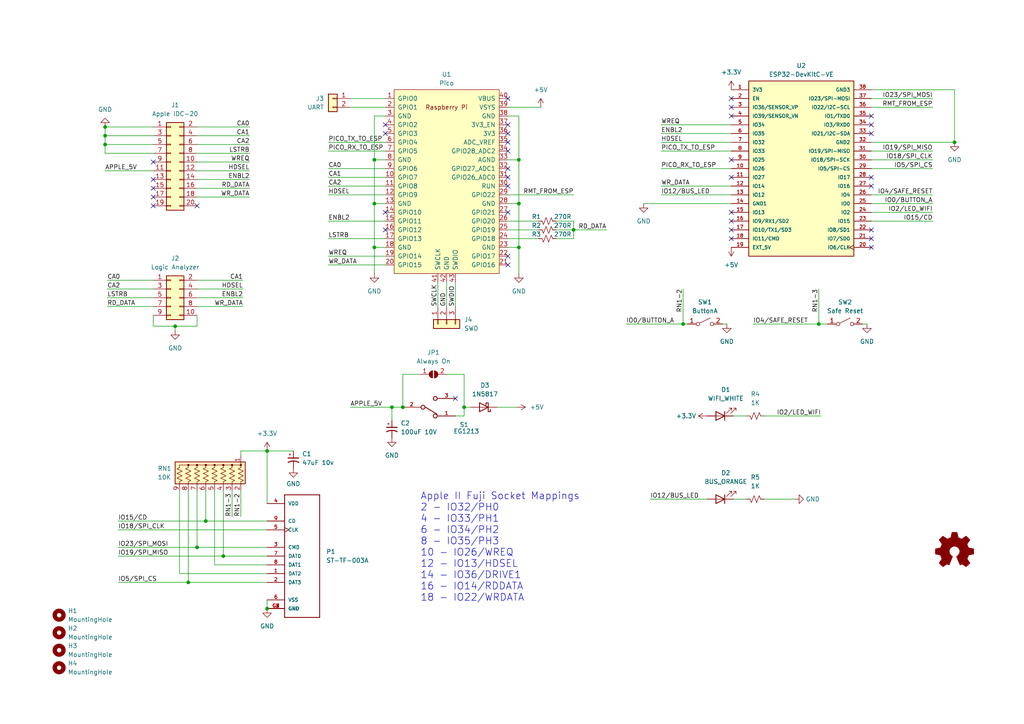
<source format=kicad_sch>
(kicad_sch (version 20230121) (generator eeschema)

  (uuid 530151af-e929-4ebc-81ba-062acbc84619)

  (paper "A4")

  (title_block
    (title "Apple 68k FujiNet")
    (date "2024-01-20")
    (rev "Rev 0")
  )

  (lib_symbols
    (symbol "Connector_Generic:Conn_01x02" (pin_names (offset 1.016) hide) (in_bom yes) (on_board yes)
      (property "Reference" "J" (at 0 2.54 0)
        (effects (font (size 1.27 1.27)))
      )
      (property "Value" "Conn_01x02" (at 0 -5.08 0)
        (effects (font (size 1.27 1.27)))
      )
      (property "Footprint" "" (at 0 0 0)
        (effects (font (size 1.27 1.27)) hide)
      )
      (property "Datasheet" "~" (at 0 0 0)
        (effects (font (size 1.27 1.27)) hide)
      )
      (property "ki_keywords" "connector" (at 0 0 0)
        (effects (font (size 1.27 1.27)) hide)
      )
      (property "ki_description" "Generic connector, single row, 01x02, script generated (kicad-library-utils/schlib/autogen/connector/)" (at 0 0 0)
        (effects (font (size 1.27 1.27)) hide)
      )
      (property "ki_fp_filters" "Connector*:*_1x??_*" (at 0 0 0)
        (effects (font (size 1.27 1.27)) hide)
      )
      (symbol "Conn_01x02_1_1"
        (rectangle (start -1.27 -2.413) (end 0 -2.667)
          (stroke (width 0.1524) (type default))
          (fill (type none))
        )
        (rectangle (start -1.27 0.127) (end 0 -0.127)
          (stroke (width 0.1524) (type default))
          (fill (type none))
        )
        (rectangle (start -1.27 1.27) (end 1.27 -3.81)
          (stroke (width 0.254) (type default))
          (fill (type background))
        )
        (pin passive line (at -5.08 0 0) (length 3.81)
          (name "Pin_1" (effects (font (size 1.27 1.27))))
          (number "1" (effects (font (size 1.27 1.27))))
        )
        (pin passive line (at -5.08 -2.54 0) (length 3.81)
          (name "Pin_2" (effects (font (size 1.27 1.27))))
          (number "2" (effects (font (size 1.27 1.27))))
        )
      )
    )
    (symbol "Connector_Generic:Conn_01x03" (pin_names (offset 1.016) hide) (in_bom yes) (on_board yes)
      (property "Reference" "J" (at 0 5.08 0)
        (effects (font (size 1.27 1.27)))
      )
      (property "Value" "Conn_01x03" (at 0 -5.08 0)
        (effects (font (size 1.27 1.27)))
      )
      (property "Footprint" "" (at 0 0 0)
        (effects (font (size 1.27 1.27)) hide)
      )
      (property "Datasheet" "~" (at 0 0 0)
        (effects (font (size 1.27 1.27)) hide)
      )
      (property "ki_keywords" "connector" (at 0 0 0)
        (effects (font (size 1.27 1.27)) hide)
      )
      (property "ki_description" "Generic connector, single row, 01x03, script generated (kicad-library-utils/schlib/autogen/connector/)" (at 0 0 0)
        (effects (font (size 1.27 1.27)) hide)
      )
      (property "ki_fp_filters" "Connector*:*_1x??_*" (at 0 0 0)
        (effects (font (size 1.27 1.27)) hide)
      )
      (symbol "Conn_01x03_1_1"
        (rectangle (start -1.27 -2.413) (end 0 -2.667)
          (stroke (width 0.1524) (type default))
          (fill (type none))
        )
        (rectangle (start -1.27 0.127) (end 0 -0.127)
          (stroke (width 0.1524) (type default))
          (fill (type none))
        )
        (rectangle (start -1.27 2.667) (end 0 2.413)
          (stroke (width 0.1524) (type default))
          (fill (type none))
        )
        (rectangle (start -1.27 3.81) (end 1.27 -3.81)
          (stroke (width 0.254) (type default))
          (fill (type background))
        )
        (pin passive line (at -5.08 2.54 0) (length 3.81)
          (name "Pin_1" (effects (font (size 1.27 1.27))))
          (number "1" (effects (font (size 1.27 1.27))))
        )
        (pin passive line (at -5.08 0 0) (length 3.81)
          (name "Pin_2" (effects (font (size 1.27 1.27))))
          (number "2" (effects (font (size 1.27 1.27))))
        )
        (pin passive line (at -5.08 -2.54 0) (length 3.81)
          (name "Pin_3" (effects (font (size 1.27 1.27))))
          (number "3" (effects (font (size 1.27 1.27))))
        )
      )
    )
    (symbol "Connector_Generic:Conn_02x05_Odd_Even" (pin_names (offset 1.016) hide) (in_bom yes) (on_board yes)
      (property "Reference" "J" (at 1.27 7.62 0)
        (effects (font (size 1.27 1.27)))
      )
      (property "Value" "Conn_02x05_Odd_Even" (at 1.27 -7.62 0)
        (effects (font (size 1.27 1.27)))
      )
      (property "Footprint" "" (at 0 0 0)
        (effects (font (size 1.27 1.27)) hide)
      )
      (property "Datasheet" "~" (at 0 0 0)
        (effects (font (size 1.27 1.27)) hide)
      )
      (property "ki_keywords" "connector" (at 0 0 0)
        (effects (font (size 1.27 1.27)) hide)
      )
      (property "ki_description" "Generic connector, double row, 02x05, odd/even pin numbering scheme (row 1 odd numbers, row 2 even numbers), script generated (kicad-library-utils/schlib/autogen/connector/)" (at 0 0 0)
        (effects (font (size 1.27 1.27)) hide)
      )
      (property "ki_fp_filters" "Connector*:*_2x??_*" (at 0 0 0)
        (effects (font (size 1.27 1.27)) hide)
      )
      (symbol "Conn_02x05_Odd_Even_1_1"
        (rectangle (start -1.27 -4.953) (end 0 -5.207)
          (stroke (width 0.1524) (type default))
          (fill (type none))
        )
        (rectangle (start -1.27 -2.413) (end 0 -2.667)
          (stroke (width 0.1524) (type default))
          (fill (type none))
        )
        (rectangle (start -1.27 0.127) (end 0 -0.127)
          (stroke (width 0.1524) (type default))
          (fill (type none))
        )
        (rectangle (start -1.27 2.667) (end 0 2.413)
          (stroke (width 0.1524) (type default))
          (fill (type none))
        )
        (rectangle (start -1.27 5.207) (end 0 4.953)
          (stroke (width 0.1524) (type default))
          (fill (type none))
        )
        (rectangle (start -1.27 6.35) (end 3.81 -6.35)
          (stroke (width 0.254) (type default))
          (fill (type background))
        )
        (rectangle (start 3.81 -4.953) (end 2.54 -5.207)
          (stroke (width 0.1524) (type default))
          (fill (type none))
        )
        (rectangle (start 3.81 -2.413) (end 2.54 -2.667)
          (stroke (width 0.1524) (type default))
          (fill (type none))
        )
        (rectangle (start 3.81 0.127) (end 2.54 -0.127)
          (stroke (width 0.1524) (type default))
          (fill (type none))
        )
        (rectangle (start 3.81 2.667) (end 2.54 2.413)
          (stroke (width 0.1524) (type default))
          (fill (type none))
        )
        (rectangle (start 3.81 5.207) (end 2.54 4.953)
          (stroke (width 0.1524) (type default))
          (fill (type none))
        )
        (pin passive line (at -5.08 5.08 0) (length 3.81)
          (name "Pin_1" (effects (font (size 1.27 1.27))))
          (number "1" (effects (font (size 1.27 1.27))))
        )
        (pin passive line (at 7.62 -5.08 180) (length 3.81)
          (name "Pin_10" (effects (font (size 1.27 1.27))))
          (number "10" (effects (font (size 1.27 1.27))))
        )
        (pin passive line (at 7.62 5.08 180) (length 3.81)
          (name "Pin_2" (effects (font (size 1.27 1.27))))
          (number "2" (effects (font (size 1.27 1.27))))
        )
        (pin passive line (at -5.08 2.54 0) (length 3.81)
          (name "Pin_3" (effects (font (size 1.27 1.27))))
          (number "3" (effects (font (size 1.27 1.27))))
        )
        (pin passive line (at 7.62 2.54 180) (length 3.81)
          (name "Pin_4" (effects (font (size 1.27 1.27))))
          (number "4" (effects (font (size 1.27 1.27))))
        )
        (pin passive line (at -5.08 0 0) (length 3.81)
          (name "Pin_5" (effects (font (size 1.27 1.27))))
          (number "5" (effects (font (size 1.27 1.27))))
        )
        (pin passive line (at 7.62 0 180) (length 3.81)
          (name "Pin_6" (effects (font (size 1.27 1.27))))
          (number "6" (effects (font (size 1.27 1.27))))
        )
        (pin passive line (at -5.08 -2.54 0) (length 3.81)
          (name "Pin_7" (effects (font (size 1.27 1.27))))
          (number "7" (effects (font (size 1.27 1.27))))
        )
        (pin passive line (at 7.62 -2.54 180) (length 3.81)
          (name "Pin_8" (effects (font (size 1.27 1.27))))
          (number "8" (effects (font (size 1.27 1.27))))
        )
        (pin passive line (at -5.08 -5.08 0) (length 3.81)
          (name "Pin_9" (effects (font (size 1.27 1.27))))
          (number "9" (effects (font (size 1.27 1.27))))
        )
      )
    )
    (symbol "Connector_Generic:Conn_02x10_Odd_Even" (pin_names (offset 1.016) hide) (in_bom yes) (on_board yes)
      (property "Reference" "J" (at 1.27 12.7 0)
        (effects (font (size 1.27 1.27)))
      )
      (property "Value" "Conn_02x10_Odd_Even" (at 1.27 -15.24 0)
        (effects (font (size 1.27 1.27)))
      )
      (property "Footprint" "" (at 0 0 0)
        (effects (font (size 1.27 1.27)) hide)
      )
      (property "Datasheet" "~" (at 0 0 0)
        (effects (font (size 1.27 1.27)) hide)
      )
      (property "ki_keywords" "connector" (at 0 0 0)
        (effects (font (size 1.27 1.27)) hide)
      )
      (property "ki_description" "Generic connector, double row, 02x10, odd/even pin numbering scheme (row 1 odd numbers, row 2 even numbers), script generated (kicad-library-utils/schlib/autogen/connector/)" (at 0 0 0)
        (effects (font (size 1.27 1.27)) hide)
      )
      (property "ki_fp_filters" "Connector*:*_2x??_*" (at 0 0 0)
        (effects (font (size 1.27 1.27)) hide)
      )
      (symbol "Conn_02x10_Odd_Even_1_1"
        (rectangle (start -1.27 -12.573) (end 0 -12.827)
          (stroke (width 0.1524) (type default))
          (fill (type none))
        )
        (rectangle (start -1.27 -10.033) (end 0 -10.287)
          (stroke (width 0.1524) (type default))
          (fill (type none))
        )
        (rectangle (start -1.27 -7.493) (end 0 -7.747)
          (stroke (width 0.1524) (type default))
          (fill (type none))
        )
        (rectangle (start -1.27 -4.953) (end 0 -5.207)
          (stroke (width 0.1524) (type default))
          (fill (type none))
        )
        (rectangle (start -1.27 -2.413) (end 0 -2.667)
          (stroke (width 0.1524) (type default))
          (fill (type none))
        )
        (rectangle (start -1.27 0.127) (end 0 -0.127)
          (stroke (width 0.1524) (type default))
          (fill (type none))
        )
        (rectangle (start -1.27 2.667) (end 0 2.413)
          (stroke (width 0.1524) (type default))
          (fill (type none))
        )
        (rectangle (start -1.27 5.207) (end 0 4.953)
          (stroke (width 0.1524) (type default))
          (fill (type none))
        )
        (rectangle (start -1.27 7.747) (end 0 7.493)
          (stroke (width 0.1524) (type default))
          (fill (type none))
        )
        (rectangle (start -1.27 10.287) (end 0 10.033)
          (stroke (width 0.1524) (type default))
          (fill (type none))
        )
        (rectangle (start -1.27 11.43) (end 3.81 -13.97)
          (stroke (width 0.254) (type default))
          (fill (type background))
        )
        (rectangle (start 3.81 -12.573) (end 2.54 -12.827)
          (stroke (width 0.1524) (type default))
          (fill (type none))
        )
        (rectangle (start 3.81 -10.033) (end 2.54 -10.287)
          (stroke (width 0.1524) (type default))
          (fill (type none))
        )
        (rectangle (start 3.81 -7.493) (end 2.54 -7.747)
          (stroke (width 0.1524) (type default))
          (fill (type none))
        )
        (rectangle (start 3.81 -4.953) (end 2.54 -5.207)
          (stroke (width 0.1524) (type default))
          (fill (type none))
        )
        (rectangle (start 3.81 -2.413) (end 2.54 -2.667)
          (stroke (width 0.1524) (type default))
          (fill (type none))
        )
        (rectangle (start 3.81 0.127) (end 2.54 -0.127)
          (stroke (width 0.1524) (type default))
          (fill (type none))
        )
        (rectangle (start 3.81 2.667) (end 2.54 2.413)
          (stroke (width 0.1524) (type default))
          (fill (type none))
        )
        (rectangle (start 3.81 5.207) (end 2.54 4.953)
          (stroke (width 0.1524) (type default))
          (fill (type none))
        )
        (rectangle (start 3.81 7.747) (end 2.54 7.493)
          (stroke (width 0.1524) (type default))
          (fill (type none))
        )
        (rectangle (start 3.81 10.287) (end 2.54 10.033)
          (stroke (width 0.1524) (type default))
          (fill (type none))
        )
        (pin passive line (at -5.08 10.16 0) (length 3.81)
          (name "Pin_1" (effects (font (size 1.27 1.27))))
          (number "1" (effects (font (size 1.27 1.27))))
        )
        (pin passive line (at 7.62 0 180) (length 3.81)
          (name "Pin_10" (effects (font (size 1.27 1.27))))
          (number "10" (effects (font (size 1.27 1.27))))
        )
        (pin passive line (at -5.08 -2.54 0) (length 3.81)
          (name "Pin_11" (effects (font (size 1.27 1.27))))
          (number "11" (effects (font (size 1.27 1.27))))
        )
        (pin passive line (at 7.62 -2.54 180) (length 3.81)
          (name "Pin_12" (effects (font (size 1.27 1.27))))
          (number "12" (effects (font (size 1.27 1.27))))
        )
        (pin passive line (at -5.08 -5.08 0) (length 3.81)
          (name "Pin_13" (effects (font (size 1.27 1.27))))
          (number "13" (effects (font (size 1.27 1.27))))
        )
        (pin passive line (at 7.62 -5.08 180) (length 3.81)
          (name "Pin_14" (effects (font (size 1.27 1.27))))
          (number "14" (effects (font (size 1.27 1.27))))
        )
        (pin passive line (at -5.08 -7.62 0) (length 3.81)
          (name "Pin_15" (effects (font (size 1.27 1.27))))
          (number "15" (effects (font (size 1.27 1.27))))
        )
        (pin passive line (at 7.62 -7.62 180) (length 3.81)
          (name "Pin_16" (effects (font (size 1.27 1.27))))
          (number "16" (effects (font (size 1.27 1.27))))
        )
        (pin passive line (at -5.08 -10.16 0) (length 3.81)
          (name "Pin_17" (effects (font (size 1.27 1.27))))
          (number "17" (effects (font (size 1.27 1.27))))
        )
        (pin passive line (at 7.62 -10.16 180) (length 3.81)
          (name "Pin_18" (effects (font (size 1.27 1.27))))
          (number "18" (effects (font (size 1.27 1.27))))
        )
        (pin passive line (at -5.08 -12.7 0) (length 3.81)
          (name "Pin_19" (effects (font (size 1.27 1.27))))
          (number "19" (effects (font (size 1.27 1.27))))
        )
        (pin passive line (at 7.62 10.16 180) (length 3.81)
          (name "Pin_2" (effects (font (size 1.27 1.27))))
          (number "2" (effects (font (size 1.27 1.27))))
        )
        (pin passive line (at 7.62 -12.7 180) (length 3.81)
          (name "Pin_20" (effects (font (size 1.27 1.27))))
          (number "20" (effects (font (size 1.27 1.27))))
        )
        (pin passive line (at -5.08 7.62 0) (length 3.81)
          (name "Pin_3" (effects (font (size 1.27 1.27))))
          (number "3" (effects (font (size 1.27 1.27))))
        )
        (pin passive line (at 7.62 7.62 180) (length 3.81)
          (name "Pin_4" (effects (font (size 1.27 1.27))))
          (number "4" (effects (font (size 1.27 1.27))))
        )
        (pin passive line (at -5.08 5.08 0) (length 3.81)
          (name "Pin_5" (effects (font (size 1.27 1.27))))
          (number "5" (effects (font (size 1.27 1.27))))
        )
        (pin passive line (at 7.62 5.08 180) (length 3.81)
          (name "Pin_6" (effects (font (size 1.27 1.27))))
          (number "6" (effects (font (size 1.27 1.27))))
        )
        (pin passive line (at -5.08 2.54 0) (length 3.81)
          (name "Pin_7" (effects (font (size 1.27 1.27))))
          (number "7" (effects (font (size 1.27 1.27))))
        )
        (pin passive line (at 7.62 2.54 180) (length 3.81)
          (name "Pin_8" (effects (font (size 1.27 1.27))))
          (number "8" (effects (font (size 1.27 1.27))))
        )
        (pin passive line (at -5.08 0 0) (length 3.81)
          (name "Pin_9" (effects (font (size 1.27 1.27))))
          (number "9" (effects (font (size 1.27 1.27))))
        )
      )
    )
    (symbol "Device:C_Polarized_Small_US" (pin_numbers hide) (pin_names (offset 0.254) hide) (in_bom yes) (on_board yes)
      (property "Reference" "C" (at 0.254 1.778 0)
        (effects (font (size 1.27 1.27)) (justify left))
      )
      (property "Value" "C_Polarized_Small_US" (at 0.254 -2.032 0)
        (effects (font (size 1.27 1.27)) (justify left))
      )
      (property "Footprint" "" (at 0 0 0)
        (effects (font (size 1.27 1.27)) hide)
      )
      (property "Datasheet" "~" (at 0 0 0)
        (effects (font (size 1.27 1.27)) hide)
      )
      (property "ki_keywords" "cap capacitor" (at 0 0 0)
        (effects (font (size 1.27 1.27)) hide)
      )
      (property "ki_description" "Polarized capacitor, small US symbol" (at 0 0 0)
        (effects (font (size 1.27 1.27)) hide)
      )
      (property "ki_fp_filters" "CP_*" (at 0 0 0)
        (effects (font (size 1.27 1.27)) hide)
      )
      (symbol "C_Polarized_Small_US_0_1"
        (polyline
          (pts
            (xy -1.524 0.508)
            (xy 1.524 0.508)
          )
          (stroke (width 0.3048) (type default))
          (fill (type none))
        )
        (polyline
          (pts
            (xy -1.27 1.524)
            (xy -0.762 1.524)
          )
          (stroke (width 0) (type default))
          (fill (type none))
        )
        (polyline
          (pts
            (xy -1.016 1.27)
            (xy -1.016 1.778)
          )
          (stroke (width 0) (type default))
          (fill (type none))
        )
        (arc (start 1.524 -0.762) (mid 0 -0.3734) (end -1.524 -0.762)
          (stroke (width 0.3048) (type default))
          (fill (type none))
        )
      )
      (symbol "C_Polarized_Small_US_1_1"
        (pin passive line (at 0 2.54 270) (length 2.032)
          (name "~" (effects (font (size 1.27 1.27))))
          (number "1" (effects (font (size 1.27 1.27))))
        )
        (pin passive line (at 0 -2.54 90) (length 2.032)
          (name "~" (effects (font (size 1.27 1.27))))
          (number "2" (effects (font (size 1.27 1.27))))
        )
      )
    )
    (symbol "Device:LED" (pin_numbers hide) (pin_names (offset 1.016) hide) (in_bom yes) (on_board yes)
      (property "Reference" "D" (at 0 2.54 0)
        (effects (font (size 1.27 1.27)))
      )
      (property "Value" "LED" (at 0 -2.54 0)
        (effects (font (size 1.27 1.27)))
      )
      (property "Footprint" "" (at 0 0 0)
        (effects (font (size 1.27 1.27)) hide)
      )
      (property "Datasheet" "~" (at 0 0 0)
        (effects (font (size 1.27 1.27)) hide)
      )
      (property "ki_keywords" "LED diode" (at 0 0 0)
        (effects (font (size 1.27 1.27)) hide)
      )
      (property "ki_description" "Light emitting diode" (at 0 0 0)
        (effects (font (size 1.27 1.27)) hide)
      )
      (property "ki_fp_filters" "LED* LED_SMD:* LED_THT:*" (at 0 0 0)
        (effects (font (size 1.27 1.27)) hide)
      )
      (symbol "LED_0_1"
        (polyline
          (pts
            (xy -1.27 -1.27)
            (xy -1.27 1.27)
          )
          (stroke (width 0.254) (type default))
          (fill (type none))
        )
        (polyline
          (pts
            (xy -1.27 0)
            (xy 1.27 0)
          )
          (stroke (width 0) (type default))
          (fill (type none))
        )
        (polyline
          (pts
            (xy 1.27 -1.27)
            (xy 1.27 1.27)
            (xy -1.27 0)
            (xy 1.27 -1.27)
          )
          (stroke (width 0.254) (type default))
          (fill (type none))
        )
        (polyline
          (pts
            (xy -3.048 -0.762)
            (xy -4.572 -2.286)
            (xy -3.81 -2.286)
            (xy -4.572 -2.286)
            (xy -4.572 -1.524)
          )
          (stroke (width 0) (type default))
          (fill (type none))
        )
        (polyline
          (pts
            (xy -1.778 -0.762)
            (xy -3.302 -2.286)
            (xy -2.54 -2.286)
            (xy -3.302 -2.286)
            (xy -3.302 -1.524)
          )
          (stroke (width 0) (type default))
          (fill (type none))
        )
      )
      (symbol "LED_1_1"
        (pin passive line (at -3.81 0 0) (length 2.54)
          (name "K" (effects (font (size 1.27 1.27))))
          (number "1" (effects (font (size 1.27 1.27))))
        )
        (pin passive line (at 3.81 0 180) (length 2.54)
          (name "A" (effects (font (size 1.27 1.27))))
          (number "2" (effects (font (size 1.27 1.27))))
        )
      )
    )
    (symbol "Device:R_Network08_US" (pin_names (offset 0) hide) (in_bom yes) (on_board yes)
      (property "Reference" "RN" (at -12.7 0 90)
        (effects (font (size 1.27 1.27)))
      )
      (property "Value" "R_Network08_US" (at 10.16 0 90)
        (effects (font (size 1.27 1.27)))
      )
      (property "Footprint" "Resistor_THT:R_Array_SIP9" (at 12.065 0 90)
        (effects (font (size 1.27 1.27)) hide)
      )
      (property "Datasheet" "http://www.vishay.com/docs/31509/csc.pdf" (at 0 0 0)
        (effects (font (size 1.27 1.27)) hide)
      )
      (property "ki_keywords" "R network star-topology" (at 0 0 0)
        (effects (font (size 1.27 1.27)) hide)
      )
      (property "ki_description" "8 resistor network, star topology, bussed resistors, small US symbol" (at 0 0 0)
        (effects (font (size 1.27 1.27)) hide)
      )
      (property "ki_fp_filters" "R?Array?SIP*" (at 0 0 0)
        (effects (font (size 1.27 1.27)) hide)
      )
      (symbol "R_Network08_US_0_1"
        (rectangle (start -11.43 -3.175) (end 8.89 3.175)
          (stroke (width 0.254) (type default))
          (fill (type background))
        )
        (circle (center -10.16 2.286) (radius 0.254)
          (stroke (width 0) (type default))
          (fill (type outline))
        )
        (circle (center -7.62 2.286) (radius 0.254)
          (stroke (width 0) (type default))
          (fill (type outline))
        )
        (circle (center -5.08 2.286) (radius 0.254)
          (stroke (width 0) (type default))
          (fill (type outline))
        )
        (circle (center -2.54 2.286) (radius 0.254)
          (stroke (width 0) (type default))
          (fill (type outline))
        )
        (polyline
          (pts
            (xy -10.16 2.286)
            (xy 7.62 2.286)
          )
          (stroke (width 0) (type default))
          (fill (type none))
        )
        (polyline
          (pts
            (xy -10.16 2.286)
            (xy -10.16 1.524)
            (xy -9.398 1.1684)
            (xy -10.922 0.508)
            (xy -9.398 -0.1524)
            (xy -10.922 -0.8382)
            (xy -9.398 -1.524)
            (xy -10.922 -2.1844)
            (xy -10.16 -2.54)
            (xy -10.16 -3.81)
          )
          (stroke (width 0) (type default))
          (fill (type none))
        )
        (polyline
          (pts
            (xy -7.62 2.286)
            (xy -7.62 1.524)
            (xy -6.858 1.1684)
            (xy -8.382 0.508)
            (xy -6.858 -0.1524)
            (xy -8.382 -0.8382)
            (xy -6.858 -1.524)
            (xy -8.382 -2.1844)
            (xy -7.62 -2.54)
            (xy -7.62 -3.81)
          )
          (stroke (width 0) (type default))
          (fill (type none))
        )
        (polyline
          (pts
            (xy -5.08 2.286)
            (xy -5.08 1.524)
            (xy -4.318 1.1684)
            (xy -5.842 0.508)
            (xy -4.318 -0.1524)
            (xy -5.842 -0.8382)
            (xy -4.318 -1.524)
            (xy -5.842 -2.1844)
            (xy -5.08 -2.54)
            (xy -5.08 -3.81)
          )
          (stroke (width 0) (type default))
          (fill (type none))
        )
        (polyline
          (pts
            (xy -2.54 2.286)
            (xy -2.54 1.524)
            (xy -1.778 1.1684)
            (xy -3.302 0.508)
            (xy -1.778 -0.1524)
            (xy -3.302 -0.8382)
            (xy -1.778 -1.524)
            (xy -3.302 -2.1844)
            (xy -2.54 -2.54)
            (xy -2.54 -3.81)
          )
          (stroke (width 0) (type default))
          (fill (type none))
        )
        (polyline
          (pts
            (xy 0 2.286)
            (xy 0 1.524)
            (xy 0.762 1.1684)
            (xy -0.762 0.508)
            (xy 0.762 -0.1524)
            (xy -0.762 -0.8382)
            (xy 0.762 -1.524)
            (xy -0.762 -2.1844)
            (xy 0 -2.54)
            (xy 0 -3.81)
          )
          (stroke (width 0) (type default))
          (fill (type none))
        )
        (polyline
          (pts
            (xy 2.54 2.286)
            (xy 2.54 1.524)
            (xy 3.302 1.1684)
            (xy 1.778 0.508)
            (xy 3.302 -0.1524)
            (xy 1.778 -0.8382)
            (xy 3.302 -1.524)
            (xy 1.778 -2.1844)
            (xy 2.54 -2.54)
            (xy 2.54 -3.81)
          )
          (stroke (width 0) (type default))
          (fill (type none))
        )
        (polyline
          (pts
            (xy 5.08 2.286)
            (xy 5.08 1.524)
            (xy 5.842 1.1684)
            (xy 4.318 0.508)
            (xy 5.842 -0.1524)
            (xy 4.318 -0.8382)
            (xy 5.842 -1.524)
            (xy 4.318 -2.1844)
            (xy 5.08 -2.54)
            (xy 5.08 -3.81)
          )
          (stroke (width 0) (type default))
          (fill (type none))
        )
        (polyline
          (pts
            (xy 7.62 2.286)
            (xy 7.62 1.524)
            (xy 8.382 1.1684)
            (xy 6.858 0.508)
            (xy 8.382 -0.1524)
            (xy 6.858 -0.8382)
            (xy 8.382 -1.524)
            (xy 6.858 -2.1844)
            (xy 7.62 -2.54)
            (xy 7.62 -3.81)
          )
          (stroke (width 0) (type default))
          (fill (type none))
        )
        (circle (center 0 2.286) (radius 0.254)
          (stroke (width 0) (type default))
          (fill (type outline))
        )
        (circle (center 2.54 2.286) (radius 0.254)
          (stroke (width 0) (type default))
          (fill (type outline))
        )
        (circle (center 5.08 2.286) (radius 0.254)
          (stroke (width 0) (type default))
          (fill (type outline))
        )
      )
      (symbol "R_Network08_US_1_1"
        (pin passive line (at -10.16 5.08 270) (length 2.54)
          (name "common" (effects (font (size 1.27 1.27))))
          (number "1" (effects (font (size 1.27 1.27))))
        )
        (pin passive line (at -10.16 -5.08 90) (length 1.27)
          (name "R1" (effects (font (size 1.27 1.27))))
          (number "2" (effects (font (size 1.27 1.27))))
        )
        (pin passive line (at -7.62 -5.08 90) (length 1.27)
          (name "R2" (effects (font (size 1.27 1.27))))
          (number "3" (effects (font (size 1.27 1.27))))
        )
        (pin passive line (at -5.08 -5.08 90) (length 1.27)
          (name "R3" (effects (font (size 1.27 1.27))))
          (number "4" (effects (font (size 1.27 1.27))))
        )
        (pin passive line (at -2.54 -5.08 90) (length 1.27)
          (name "R4" (effects (font (size 1.27 1.27))))
          (number "5" (effects (font (size 1.27 1.27))))
        )
        (pin passive line (at 0 -5.08 90) (length 1.27)
          (name "R5" (effects (font (size 1.27 1.27))))
          (number "6" (effects (font (size 1.27 1.27))))
        )
        (pin passive line (at 2.54 -5.08 90) (length 1.27)
          (name "R6" (effects (font (size 1.27 1.27))))
          (number "7" (effects (font (size 1.27 1.27))))
        )
        (pin passive line (at 5.08 -5.08 90) (length 1.27)
          (name "R7" (effects (font (size 1.27 1.27))))
          (number "8" (effects (font (size 1.27 1.27))))
        )
        (pin passive line (at 7.62 -5.08 90) (length 1.27)
          (name "R8" (effects (font (size 1.27 1.27))))
          (number "9" (effects (font (size 1.27 1.27))))
        )
      )
    )
    (symbol "Device:R_Small_US" (pin_numbers hide) (pin_names (offset 0.254) hide) (in_bom yes) (on_board yes)
      (property "Reference" "R" (at 0.762 0.508 0)
        (effects (font (size 1.27 1.27)) (justify left))
      )
      (property "Value" "R_Small_US" (at 0.762 -1.016 0)
        (effects (font (size 1.27 1.27)) (justify left))
      )
      (property "Footprint" "" (at 0 0 0)
        (effects (font (size 1.27 1.27)) hide)
      )
      (property "Datasheet" "~" (at 0 0 0)
        (effects (font (size 1.27 1.27)) hide)
      )
      (property "ki_keywords" "r resistor" (at 0 0 0)
        (effects (font (size 1.27 1.27)) hide)
      )
      (property "ki_description" "Resistor, small US symbol" (at 0 0 0)
        (effects (font (size 1.27 1.27)) hide)
      )
      (property "ki_fp_filters" "R_*" (at 0 0 0)
        (effects (font (size 1.27 1.27)) hide)
      )
      (symbol "R_Small_US_1_1"
        (polyline
          (pts
            (xy 0 0)
            (xy 1.016 -0.381)
            (xy 0 -0.762)
            (xy -1.016 -1.143)
            (xy 0 -1.524)
          )
          (stroke (width 0) (type default))
          (fill (type none))
        )
        (polyline
          (pts
            (xy 0 1.524)
            (xy 1.016 1.143)
            (xy 0 0.762)
            (xy -1.016 0.381)
            (xy 0 0)
          )
          (stroke (width 0) (type default))
          (fill (type none))
        )
        (pin passive line (at 0 2.54 270) (length 1.016)
          (name "~" (effects (font (size 1.27 1.27))))
          (number "1" (effects (font (size 1.27 1.27))))
        )
        (pin passive line (at 0 -2.54 90) (length 1.016)
          (name "~" (effects (font (size 1.27 1.27))))
          (number "2" (effects (font (size 1.27 1.27))))
        )
      )
    )
    (symbol "Diode:1N5817" (pin_numbers hide) (pin_names (offset 1.016) hide) (in_bom yes) (on_board yes)
      (property "Reference" "D" (at 0 2.54 0)
        (effects (font (size 1.27 1.27)))
      )
      (property "Value" "1N5817" (at 0 -2.54 0)
        (effects (font (size 1.27 1.27)))
      )
      (property "Footprint" "Diode_THT:D_DO-41_SOD81_P10.16mm_Horizontal" (at 0 -4.445 0)
        (effects (font (size 1.27 1.27)) hide)
      )
      (property "Datasheet" "http://www.vishay.com/docs/88525/1n5817.pdf" (at 0 0 0)
        (effects (font (size 1.27 1.27)) hide)
      )
      (property "ki_keywords" "diode Schottky" (at 0 0 0)
        (effects (font (size 1.27 1.27)) hide)
      )
      (property "ki_description" "20V 1A Schottky Barrier Rectifier Diode, DO-41" (at 0 0 0)
        (effects (font (size 1.27 1.27)) hide)
      )
      (property "ki_fp_filters" "D*DO?41*" (at 0 0 0)
        (effects (font (size 1.27 1.27)) hide)
      )
      (symbol "1N5817_0_1"
        (polyline
          (pts
            (xy 1.27 0)
            (xy -1.27 0)
          )
          (stroke (width 0) (type default))
          (fill (type none))
        )
        (polyline
          (pts
            (xy 1.27 1.27)
            (xy 1.27 -1.27)
            (xy -1.27 0)
            (xy 1.27 1.27)
          )
          (stroke (width 0.254) (type default))
          (fill (type none))
        )
        (polyline
          (pts
            (xy -1.905 0.635)
            (xy -1.905 1.27)
            (xy -1.27 1.27)
            (xy -1.27 -1.27)
            (xy -0.635 -1.27)
            (xy -0.635 -0.635)
          )
          (stroke (width 0.254) (type default))
          (fill (type none))
        )
      )
      (symbol "1N5817_1_1"
        (pin passive line (at -3.81 0 0) (length 2.54)
          (name "K" (effects (font (size 1.27 1.27))))
          (number "1" (effects (font (size 1.27 1.27))))
        )
        (pin passive line (at 3.81 0 180) (length 2.54)
          (name "A" (effects (font (size 1.27 1.27))))
          (number "2" (effects (font (size 1.27 1.27))))
        )
      )
    )
    (symbol "EG1213:EG1213" (pin_names (offset 1.016)) (in_bom yes) (on_board yes)
      (property "Reference" "S" (at 0 0 0)
        (effects (font (size 1.27 1.27)) (justify bottom))
      )
      (property "Value" "EG1213" (at 0 0 0)
        (effects (font (size 1.27 1.27)) (justify bottom))
      )
      (property "Footprint" "EG1213:SW_EG1213" (at 0 0 0)
        (effects (font (size 1.27 1.27)) (justify bottom) hide)
      )
      (property "Datasheet" "" (at 0 0 0)
        (effects (font (size 1.27 1.27)) hide)
      )
      (property "MF" "E-Switch" (at 0 0 0)
        (effects (font (size 1.27 1.27)) (justify bottom) hide)
      )
      (property "Description" "\nSlide Switch, EG Series, SPDT, Non-Shorting, ON-ON, 200mA DC, 30VDC, R/A, PC | E-Switch EG1213\n" (at 0 0 0)
        (effects (font (size 1.27 1.27)) (justify bottom) hide)
      )
      (property "Package" "None" (at 0 0 0)
        (effects (font (size 1.27 1.27)) (justify bottom) hide)
      )
      (property "Price" "None" (at 0 0 0)
        (effects (font (size 1.27 1.27)) (justify bottom) hide)
      )
      (property "Check_prices" "https://www.snapeda.com/parts/EG1213/E-Switch/view-part/?ref=eda" (at 0 0 0)
        (effects (font (size 1.27 1.27)) (justify bottom) hide)
      )
      (property "SnapEDA_Link" "https://www.snapeda.com/parts/EG1213/E-Switch/view-part/?ref=snap" (at 0 0 0)
        (effects (font (size 1.27 1.27)) (justify bottom) hide)
      )
      (property "MP" "EG1213" (at 0 0 0)
        (effects (font (size 1.27 1.27)) (justify bottom) hide)
      )
      (property "Purchase-URL" "https://www.snapeda.com/api/url_track_click_mouser/?unipart_id=13820&manufacturer=E-Switch&part_name=EG1213&search_term=eg1213" (at 0 0 0)
        (effects (font (size 1.27 1.27)) (justify bottom) hide)
      )
      (property "Availability" "In Stock" (at 0 0 0)
        (effects (font (size 1.27 1.27)) (justify bottom) hide)
      )
      (property "MANUFACTURER" "E-Switch" (at 0 0 0)
        (effects (font (size 1.27 1.27)) (justify bottom) hide)
      )
      (symbol "EG1213_0_0"
        (circle (center -1.778 -2.54) (radius 0.568)
          (stroke (width 0.254) (type default))
          (fill (type none))
        )
        (circle (center -1.778 2.54) (radius 0.568)
          (stroke (width 0.254) (type default))
          (fill (type none))
        )
        (polyline
          (pts
            (xy 1.016 0)
            (xy -2.286 2.032)
          )
          (stroke (width 0.254) (type default))
          (fill (type none))
        )
        (circle (center 1.778 0) (radius 0.568)
          (stroke (width 0.254) (type default))
          (fill (type none))
        )
        (pin passive line (at -7.62 2.54 0) (length 5.08)
          (name "~" (effects (font (size 1.016 1.016))))
          (number "1" (effects (font (size 1.016 1.016))))
        )
        (pin passive line (at 7.62 0 180) (length 5.08)
          (name "~" (effects (font (size 1.016 1.016))))
          (number "2" (effects (font (size 1.016 1.016))))
        )
        (pin passive line (at -7.62 -2.54 0) (length 5.08)
          (name "~" (effects (font (size 1.016 1.016))))
          (number "3" (effects (font (size 1.016 1.016))))
        )
      )
    )
    (symbol "ESP32-DEVKITC-32U:ESP32-DEVKITC-32U" (pin_names (offset 1.016)) (in_bom yes) (on_board yes)
      (property "Reference" "U" (at -15.2654 26.0604 0)
        (effects (font (size 1.27 1.27)) (justify left bottom))
      )
      (property "Value" "ESP32-DEVKITC-32U" (at -15.2654 -27.9654 0)
        (effects (font (size 1.27 1.27)) (justify left bottom))
      )
      (property "Footprint" "MODULE_ESP32-DEVKITC-32U" (at 0 0 0)
        (effects (font (size 1.27 1.27)) (justify left bottom) hide)
      )
      (property "Datasheet" "" (at 0 0 0)
        (effects (font (size 1.27 1.27)) (justify left bottom) hide)
      )
      (property "STANDARD" "Manufacturer Recommendations" (at 0 0 0)
        (effects (font (size 1.27 1.27)) (justify left bottom) hide)
      )
      (property "PARTREV" "N/A" (at 0 0 0)
        (effects (font (size 1.27 1.27)) (justify left bottom) hide)
      )
      (property "MANUFACTURER" "ESPRESSIF" (at 0 0 0)
        (effects (font (size 1.27 1.27)) (justify left bottom) hide)
      )
      (property "ki_locked" "" (at 0 0 0)
        (effects (font (size 1.27 1.27)))
      )
      (symbol "ESP32-DEVKITC-32U_0_0"
        (rectangle (start -15.24 -25.4) (end 15.24 25.4)
          (stroke (width 0.254) (type solid))
          (fill (type background))
        )
        (pin power_in line (at -20.32 22.86 0) (length 5.08)
          (name "3V3" (effects (font (size 1.016 1.016))))
          (number "1" (effects (font (size 1.016 1.016))))
        )
        (pin bidirectional line (at -20.32 0 0) (length 5.08)
          (name "IO26" (effects (font (size 1.016 1.016))))
          (number "10" (effects (font (size 1.016 1.016))))
        )
        (pin bidirectional line (at -20.32 -2.54 0) (length 5.08)
          (name "IO27" (effects (font (size 1.016 1.016))))
          (number "11" (effects (font (size 1.016 1.016))))
        )
        (pin bidirectional line (at -20.32 -5.08 0) (length 5.08)
          (name "IO14" (effects (font (size 1.016 1.016))))
          (number "12" (effects (font (size 1.016 1.016))))
        )
        (pin bidirectional line (at -20.32 -7.62 0) (length 5.08)
          (name "IO12" (effects (font (size 1.016 1.016))))
          (number "13" (effects (font (size 1.016 1.016))))
        )
        (pin power_in line (at -20.32 -10.16 0) (length 5.08)
          (name "GND1" (effects (font (size 1.016 1.016))))
          (number "14" (effects (font (size 1.016 1.016))))
        )
        (pin bidirectional line (at -20.32 -12.7 0) (length 5.08)
          (name "IO13" (effects (font (size 1.016 1.016))))
          (number "15" (effects (font (size 1.016 1.016))))
        )
        (pin power_in line (at -20.32 -22.86 0) (length 5.08)
          (name "EXT_5V" (effects (font (size 1.016 1.016))))
          (number "19" (effects (font (size 1.016 1.016))))
        )
        (pin input line (at -20.32 20.32 0) (length 5.08)
          (name "EN" (effects (font (size 1.016 1.016))))
          (number "2" (effects (font (size 1.016 1.016))))
        )
        (pin bidirectional line (at 20.32 -15.24 180) (length 5.08)
          (name "IO15" (effects (font (size 1.016 1.016))))
          (number "23" (effects (font (size 1.016 1.016))))
        )
        (pin bidirectional line (at 20.32 -12.7 180) (length 5.08)
          (name "IO2" (effects (font (size 1.016 1.016))))
          (number "24" (effects (font (size 1.016 1.016))))
        )
        (pin bidirectional line (at 20.32 -10.16 180) (length 5.08)
          (name "IO0" (effects (font (size 1.016 1.016))))
          (number "25" (effects (font (size 1.016 1.016))))
        )
        (pin bidirectional line (at 20.32 -7.62 180) (length 5.08)
          (name "IO4" (effects (font (size 1.016 1.016))))
          (number "26" (effects (font (size 1.016 1.016))))
        )
        (pin bidirectional line (at 20.32 -5.08 180) (length 5.08)
          (name "IO16" (effects (font (size 1.016 1.016))))
          (number "27" (effects (font (size 1.016 1.016))))
        )
        (pin bidirectional line (at 20.32 -2.54 180) (length 5.08)
          (name "IO17" (effects (font (size 1.016 1.016))))
          (number "28" (effects (font (size 1.016 1.016))))
        )
        (pin power_in line (at 20.32 7.62 180) (length 5.08)
          (name "GND2" (effects (font (size 1.016 1.016))))
          (number "32" (effects (font (size 1.016 1.016))))
        )
        (pin power_in line (at 20.32 22.86 180) (length 5.08)
          (name "GND3" (effects (font (size 1.016 1.016))))
          (number "38" (effects (font (size 1.016 1.016))))
        )
        (pin bidirectional line (at -20.32 12.7 0) (length 5.08)
          (name "IO34" (effects (font (size 1.016 1.016))))
          (number "5" (effects (font (size 1.016 1.016))))
        )
        (pin bidirectional line (at -20.32 10.16 0) (length 5.08)
          (name "IO35" (effects (font (size 1.016 1.016))))
          (number "6" (effects (font (size 1.016 1.016))))
        )
        (pin bidirectional line (at -20.32 7.62 0) (length 5.08)
          (name "IO32" (effects (font (size 1.016 1.016))))
          (number "7" (effects (font (size 1.016 1.016))))
        )
        (pin bidirectional line (at -20.32 5.08 0) (length 5.08)
          (name "IO33" (effects (font (size 1.016 1.016))))
          (number "8" (effects (font (size 1.016 1.016))))
        )
        (pin bidirectional line (at -20.32 2.54 0) (length 5.08)
          (name "IO25" (effects (font (size 1.016 1.016))))
          (number "9" (effects (font (size 1.016 1.016))))
        )
      )
      (symbol "ESP32-DEVKITC-32U_1_0"
        (pin bidirectional line (at -20.32 -15.24 0) (length 5.08)
          (name "IO9/RX1/SD2" (effects (font (size 1.016 1.016))))
          (number "16" (effects (font (size 1.016 1.016))))
        )
        (pin bidirectional line (at -20.32 -17.78 0) (length 5.08)
          (name "IO10/TX1/SD3" (effects (font (size 1.016 1.016))))
          (number "17" (effects (font (size 1.016 1.016))))
        )
        (pin bidirectional line (at -20.32 -20.32 0) (length 5.08)
          (name "IO11/CMD" (effects (font (size 1.016 1.016))))
          (number "18" (effects (font (size 1.016 1.016))))
        )
        (pin input clock (at 20.32 -22.86 180) (length 5.08)
          (name "IO6/CLK" (effects (font (size 1.016 1.016))))
          (number "20" (effects (font (size 1.016 1.016))))
        )
        (pin bidirectional line (at 20.32 -20.32 180) (length 5.08)
          (name "IO7/SD0" (effects (font (size 1.016 1.016))))
          (number "21" (effects (font (size 1.016 1.016))))
        )
        (pin bidirectional line (at 20.32 -17.78 180) (length 5.08)
          (name "IO8/SD1" (effects (font (size 1.016 1.016))))
          (number "22" (effects (font (size 1.016 1.016))))
        )
        (pin bidirectional line (at 20.32 0 180) (length 5.08)
          (name "IO5/SPI-CS" (effects (font (size 1.016 1.016))))
          (number "29" (effects (font (size 1.016 1.016))))
        )
        (pin input line (at -20.32 17.78 0) (length 5.08)
          (name "IO36/SENSOR_VP" (effects (font (size 1.016 1.016))))
          (number "3" (effects (font (size 1.016 1.016))))
        )
        (pin bidirectional line (at 20.32 2.54 180) (length 5.08)
          (name "IO18/SPI-SCK" (effects (font (size 1.016 1.016))))
          (number "30" (effects (font (size 1.016 1.016))))
        )
        (pin bidirectional line (at 20.32 5.08 180) (length 5.08)
          (name "IO19/SPI-MISO" (effects (font (size 1.016 1.016))))
          (number "31" (effects (font (size 1.016 1.016))))
        )
        (pin bidirectional line (at 20.32 10.16 180) (length 5.08)
          (name "IO21/I2C-SDA" (effects (font (size 1.016 1.016))))
          (number "33" (effects (font (size 1.016 1.016))))
        )
        (pin input line (at 20.32 12.7 180) (length 5.08)
          (name "IO3/RXD0" (effects (font (size 1.016 1.016))))
          (number "34" (effects (font (size 1.016 1.016))))
        )
        (pin output line (at 20.32 15.24 180) (length 5.08)
          (name "IO1/TXD0" (effects (font (size 1.016 1.016))))
          (number "35" (effects (font (size 1.016 1.016))))
        )
        (pin bidirectional line (at 20.32 17.78 180) (length 5.08)
          (name "IO22/I2C-SCL" (effects (font (size 1.016 1.016))))
          (number "36" (effects (font (size 1.016 1.016))))
        )
        (pin bidirectional line (at 20.32 20.32 180) (length 5.08)
          (name "IO23/SPI-MOSI" (effects (font (size 1.016 1.016))))
          (number "37" (effects (font (size 1.016 1.016))))
        )
        (pin input line (at -20.32 15.24 0) (length 5.08)
          (name "IO39/SENSOR_VN" (effects (font (size 1.016 1.016))))
          (number "4" (effects (font (size 1.016 1.016))))
        )
      )
    )
    (symbol "Graphic:Logo_Open_Hardware_Small" (in_bom no) (on_board no)
      (property "Reference" "#SYM" (at 0 6.985 0)
        (effects (font (size 1.27 1.27)) hide)
      )
      (property "Value" "Logo_Open_Hardware_Small" (at 0 -5.715 0)
        (effects (font (size 1.27 1.27)) hide)
      )
      (property "Footprint" "" (at 0 0 0)
        (effects (font (size 1.27 1.27)) hide)
      )
      (property "Datasheet" "~" (at 0 0 0)
        (effects (font (size 1.27 1.27)) hide)
      )
      (property "Sim.Enable" "0" (at 0 0 0)
        (effects (font (size 1.27 1.27)) hide)
      )
      (property "ki_keywords" "Logo" (at 0 0 0)
        (effects (font (size 1.27 1.27)) hide)
      )
      (property "ki_description" "Open Hardware logo, small" (at 0 0 0)
        (effects (font (size 1.27 1.27)) hide)
      )
      (symbol "Logo_Open_Hardware_Small_0_1"
        (polyline
          (pts
            (xy 3.3528 -4.3434)
            (xy 3.302 -4.318)
            (xy 3.175 -4.2418)
            (xy 2.9972 -4.1148)
            (xy 2.7686 -3.9624)
            (xy 2.54 -3.81)
            (xy 2.3622 -3.7084)
            (xy 2.2352 -3.6068)
            (xy 2.1844 -3.5814)
            (xy 2.159 -3.6068)
            (xy 2.0574 -3.6576)
            (xy 1.905 -3.7338)
            (xy 1.8034 -3.7846)
            (xy 1.6764 -3.8354)
            (xy 1.6002 -3.8354)
            (xy 1.6002 -3.8354)
            (xy 1.5494 -3.7338)
            (xy 1.4732 -3.5306)
            (xy 1.3462 -3.302)
            (xy 1.2446 -3.0226)
            (xy 1.1176 -2.7178)
            (xy 0.9652 -2.413)
            (xy 0.8636 -2.1082)
            (xy 0.7366 -1.8288)
            (xy 0.6604 -1.6256)
            (xy 0.6096 -1.4732)
            (xy 0.5842 -1.397)
            (xy 0.5842 -1.397)
            (xy 0.6604 -1.3208)
            (xy 0.7874 -1.2446)
            (xy 1.0414 -1.016)
            (xy 1.2954 -0.6858)
            (xy 1.4478 -0.3302)
            (xy 1.524 0.0762)
            (xy 1.4732 0.4572)
            (xy 1.3208 0.8128)
            (xy 1.0668 1.143)
            (xy 0.762 1.3716)
            (xy 0.4064 1.524)
            (xy 0 1.5748)
            (xy -0.381 1.5494)
            (xy -0.7366 1.397)
            (xy -1.0668 1.143)
            (xy -1.2192 0.9906)
            (xy -1.397 0.6604)
            (xy -1.524 0.3048)
            (xy -1.524 0.2286)
            (xy -1.4986 -0.1778)
            (xy -1.397 -0.5334)
            (xy -1.1938 -0.8636)
            (xy -0.9144 -1.143)
            (xy -0.8636 -1.1684)
            (xy -0.7366 -1.27)
            (xy -0.635 -1.3462)
            (xy -0.5842 -1.397)
            (xy -1.0668 -2.5908)
            (xy -1.143 -2.794)
            (xy -1.2954 -3.1242)
            (xy -1.397 -3.4036)
            (xy -1.4986 -3.6322)
            (xy -1.5748 -3.7846)
            (xy -1.6002 -3.8354)
            (xy -1.6002 -3.8354)
            (xy -1.651 -3.8354)
            (xy -1.7272 -3.81)
            (xy -1.905 -3.7338)
            (xy -2.0066 -3.683)
            (xy -2.1336 -3.6068)
            (xy -2.2098 -3.5814)
            (xy -2.2606 -3.6068)
            (xy -2.3622 -3.683)
            (xy -2.54 -3.81)
            (xy -2.7686 -3.9624)
            (xy -2.9718 -4.0894)
            (xy -3.1496 -4.2164)
            (xy -3.302 -4.318)
            (xy -3.3528 -4.3434)
            (xy -3.3782 -4.3434)
            (xy -3.429 -4.318)
            (xy -3.5306 -4.2164)
            (xy -3.7084 -4.064)
            (xy -3.937 -3.8354)
            (xy -3.9624 -3.81)
            (xy -4.1656 -3.6068)
            (xy -4.318 -3.4544)
            (xy -4.4196 -3.3274)
            (xy -4.445 -3.2766)
            (xy -4.445 -3.2766)
            (xy -4.4196 -3.2258)
            (xy -4.318 -3.0734)
            (xy -4.2164 -2.8956)
            (xy -4.064 -2.667)
            (xy -3.6576 -2.0828)
            (xy -3.8862 -1.5494)
            (xy -3.937 -1.3716)
            (xy -4.0386 -1.1684)
            (xy -4.0894 -1.0414)
            (xy -4.1148 -0.9652)
            (xy -4.191 -0.9398)
            (xy -4.318 -0.9144)
            (xy -4.5466 -0.8636)
            (xy -4.8006 -0.8128)
            (xy -5.0546 -0.7874)
            (xy -5.2578 -0.7366)
            (xy -5.4356 -0.7112)
            (xy -5.5118 -0.6858)
            (xy -5.5118 -0.6858)
            (xy -5.5372 -0.635)
            (xy -5.5372 -0.5588)
            (xy -5.5372 -0.4318)
            (xy -5.5626 -0.2286)
            (xy -5.5626 0.0762)
            (xy -5.5626 0.127)
            (xy -5.5372 0.4064)
            (xy -5.5372 0.635)
            (xy -5.5372 0.762)
            (xy -5.5372 0.8382)
            (xy -5.5372 0.8382)
            (xy -5.461 0.8382)
            (xy -5.3086 0.889)
            (xy -5.08 0.9144)
            (xy -4.826 0.9652)
            (xy -4.8006 0.9906)
            (xy -4.5466 1.0414)
            (xy -4.318 1.0668)
            (xy -4.1656 1.1176)
            (xy -4.0894 1.143)
            (xy -4.0894 1.143)
            (xy -4.0386 1.2446)
            (xy -3.9624 1.4224)
            (xy -3.8608 1.6256)
            (xy -3.7846 1.8288)
            (xy -3.7084 2.0066)
            (xy -3.6576 2.159)
            (xy -3.6322 2.2098)
            (xy -3.6322 2.2098)
            (xy -3.683 2.286)
            (xy -3.7592 2.413)
            (xy -3.8862 2.5908)
            (xy -4.064 2.8194)
            (xy -4.064 2.8448)
            (xy -4.2164 3.0734)
            (xy -4.3434 3.2512)
            (xy -4.4196 3.3782)
            (xy -4.445 3.4544)
            (xy -4.445 3.4544)
            (xy -4.3942 3.5052)
            (xy -4.2926 3.6322)
            (xy -4.1148 3.81)
            (xy -3.937 4.0132)
            (xy -3.8608 4.064)
            (xy -3.6576 4.2926)
            (xy -3.5052 4.4196)
            (xy -3.4036 4.4958)
            (xy -3.3528 4.5212)
            (xy -3.3528 4.5212)
            (xy -3.302 4.4704)
            (xy -3.1496 4.3688)
            (xy -2.9718 4.2418)
            (xy -2.7432 4.0894)
            (xy -2.7178 4.0894)
            (xy -2.4892 3.937)
            (xy -2.3114 3.81)
            (xy -2.1844 3.7084)
            (xy -2.1336 3.683)
            (xy -2.1082 3.683)
            (xy -2.032 3.7084)
            (xy -1.8542 3.7592)
            (xy -1.6764 3.8354)
            (xy -1.4732 3.937)
            (xy -1.27 4.0132)
            (xy -1.143 4.064)
            (xy -1.0668 4.1148)
            (xy -1.0668 4.1148)
            (xy -1.0414 4.191)
            (xy -1.016 4.3434)
            (xy -0.9652 4.572)
            (xy -0.9144 4.8514)
            (xy -0.889 4.9022)
            (xy -0.8382 5.1562)
            (xy -0.8128 5.3848)
            (xy -0.7874 5.5372)
            (xy -0.762 5.588)
            (xy -0.7112 5.6134)
            (xy -0.5842 5.6134)
            (xy -0.4064 5.6134)
            (xy -0.1524 5.6134)
            (xy 0.0762 5.6134)
            (xy 0.3302 5.6134)
            (xy 0.5334 5.6134)
            (xy 0.6858 5.588)
            (xy 0.7366 5.588)
            (xy 0.7366 5.588)
            (xy 0.762 5.5118)
            (xy 0.8128 5.334)
            (xy 0.8382 5.1054)
            (xy 0.9144 4.826)
            (xy 0.9144 4.7752)
            (xy 0.9652 4.5212)
            (xy 1.016 4.2926)
            (xy 1.0414 4.1402)
            (xy 1.0668 4.0894)
            (xy 1.0668 4.0894)
            (xy 1.1938 4.0386)
            (xy 1.3716 3.9624)
            (xy 1.5748 3.8608)
            (xy 2.0828 3.6576)
            (xy 2.7178 4.0894)
            (xy 2.7686 4.1402)
            (xy 2.9972 4.2926)
            (xy 3.175 4.4196)
            (xy 3.302 4.4958)
            (xy 3.3782 4.5212)
            (xy 3.3782 4.5212)
            (xy 3.429 4.4704)
            (xy 3.556 4.3434)
            (xy 3.7338 4.191)
            (xy 3.9116 3.9878)
            (xy 4.064 3.8354)
            (xy 4.2418 3.6576)
            (xy 4.3434 3.556)
            (xy 4.4196 3.4798)
            (xy 4.4196 3.429)
            (xy 4.4196 3.4036)
            (xy 4.3942 3.3274)
            (xy 4.2926 3.2004)
            (xy 4.1656 2.9972)
            (xy 4.0132 2.794)
            (xy 3.8862 2.5908)
            (xy 3.7592 2.3876)
            (xy 3.6576 2.2352)
            (xy 3.6322 2.159)
            (xy 3.6322 2.1336)
            (xy 3.683 2.0066)
            (xy 3.7592 1.8288)
            (xy 3.8608 1.6002)
            (xy 4.064 1.1176)
            (xy 4.3942 1.0414)
            (xy 4.5974 1.016)
            (xy 4.8768 0.9652)
            (xy 5.1308 0.9144)
            (xy 5.5372 0.8382)
            (xy 5.5626 -0.6604)
            (xy 5.4864 -0.6858)
            (xy 5.4356 -0.6858)
            (xy 5.2832 -0.7366)
            (xy 5.0546 -0.762)
            (xy 4.8006 -0.8128)
            (xy 4.5974 -0.8636)
            (xy 4.3688 -0.9144)
            (xy 4.2164 -0.9398)
            (xy 4.1402 -0.9398)
            (xy 4.1148 -0.9652)
            (xy 4.064 -1.0668)
            (xy 3.9878 -1.2446)
            (xy 3.9116 -1.4478)
            (xy 3.81 -1.651)
            (xy 3.7338 -1.8542)
            (xy 3.683 -2.0066)
            (xy 3.6576 -2.0828)
            (xy 3.683 -2.1336)
            (xy 3.7846 -2.2606)
            (xy 3.8862 -2.4638)
            (xy 4.0386 -2.667)
            (xy 4.191 -2.8956)
            (xy 4.318 -3.0734)
            (xy 4.3942 -3.2004)
            (xy 4.445 -3.2766)
            (xy 4.4196 -3.3274)
            (xy 4.3434 -3.429)
            (xy 4.1656 -3.5814)
            (xy 3.937 -3.8354)
            (xy 3.8862 -3.8608)
            (xy 3.683 -4.064)
            (xy 3.5306 -4.2164)
            (xy 3.4036 -4.318)
            (xy 3.3528 -4.3434)
          )
          (stroke (width 0) (type default))
          (fill (type outline))
        )
      )
    )
    (symbol "Jumper:SolderJumper_2_Open" (pin_names (offset 0) hide) (in_bom yes) (on_board yes)
      (property "Reference" "JP" (at 0 2.032 0)
        (effects (font (size 1.27 1.27)))
      )
      (property "Value" "SolderJumper_2_Open" (at 0 -2.54 0)
        (effects (font (size 1.27 1.27)))
      )
      (property "Footprint" "" (at 0 0 0)
        (effects (font (size 1.27 1.27)) hide)
      )
      (property "Datasheet" "~" (at 0 0 0)
        (effects (font (size 1.27 1.27)) hide)
      )
      (property "ki_keywords" "solder jumper SPST" (at 0 0 0)
        (effects (font (size 1.27 1.27)) hide)
      )
      (property "ki_description" "Solder Jumper, 2-pole, open" (at 0 0 0)
        (effects (font (size 1.27 1.27)) hide)
      )
      (property "ki_fp_filters" "SolderJumper*Open*" (at 0 0 0)
        (effects (font (size 1.27 1.27)) hide)
      )
      (symbol "SolderJumper_2_Open_0_1"
        (arc (start -0.254 1.016) (mid -1.2656 0) (end -0.254 -1.016)
          (stroke (width 0) (type default))
          (fill (type none))
        )
        (arc (start -0.254 1.016) (mid -1.2656 0) (end -0.254 -1.016)
          (stroke (width 0) (type default))
          (fill (type outline))
        )
        (polyline
          (pts
            (xy -0.254 1.016)
            (xy -0.254 -1.016)
          )
          (stroke (width 0) (type default))
          (fill (type none))
        )
        (polyline
          (pts
            (xy 0.254 1.016)
            (xy 0.254 -1.016)
          )
          (stroke (width 0) (type default))
          (fill (type none))
        )
        (arc (start 0.254 -1.016) (mid 1.2656 0) (end 0.254 1.016)
          (stroke (width 0) (type default))
          (fill (type none))
        )
        (arc (start 0.254 -1.016) (mid 1.2656 0) (end 0.254 1.016)
          (stroke (width 0) (type default))
          (fill (type outline))
        )
      )
      (symbol "SolderJumper_2_Open_1_1"
        (pin passive line (at -3.81 0 0) (length 2.54)
          (name "A" (effects (font (size 1.27 1.27))))
          (number "1" (effects (font (size 1.27 1.27))))
        )
        (pin passive line (at 3.81 0 180) (length 2.54)
          (name "B" (effects (font (size 1.27 1.27))))
          (number "2" (effects (font (size 1.27 1.27))))
        )
      )
    )
    (symbol "MCU_RaspberryPi_and_Boards:Pico" (pin_names (offset 1.016)) (in_bom yes) (on_board yes)
      (property "Reference" "U" (at -13.97 27.94 0)
        (effects (font (size 1.27 1.27)))
      )
      (property "Value" "Pico" (at 0 19.05 0)
        (effects (font (size 1.27 1.27)))
      )
      (property "Footprint" "RPi_Pico:RPi_Pico_SMD_TH" (at 0 0 90)
        (effects (font (size 1.27 1.27)) hide)
      )
      (property "Datasheet" "" (at 0 0 0)
        (effects (font (size 1.27 1.27)) hide)
      )
      (symbol "Pico_0_0"
        (text "Raspberry Pi" (at 0 21.59 0)
          (effects (font (size 1.27 1.27)))
        )
      )
      (symbol "Pico_0_1"
        (rectangle (start -15.24 26.67) (end 15.24 -26.67)
          (stroke (width 0) (type solid))
          (fill (type background))
        )
      )
      (symbol "Pico_1_1"
        (pin bidirectional line (at -17.78 24.13 0) (length 2.54)
          (name "GPIO0" (effects (font (size 1.27 1.27))))
          (number "1" (effects (font (size 1.27 1.27))))
        )
        (pin bidirectional line (at -17.78 1.27 0) (length 2.54)
          (name "GPIO7" (effects (font (size 1.27 1.27))))
          (number "10" (effects (font (size 1.27 1.27))))
        )
        (pin bidirectional line (at -17.78 -1.27 0) (length 2.54)
          (name "GPIO8" (effects (font (size 1.27 1.27))))
          (number "11" (effects (font (size 1.27 1.27))))
        )
        (pin bidirectional line (at -17.78 -3.81 0) (length 2.54)
          (name "GPIO9" (effects (font (size 1.27 1.27))))
          (number "12" (effects (font (size 1.27 1.27))))
        )
        (pin power_in line (at -17.78 -6.35 0) (length 2.54)
          (name "GND" (effects (font (size 1.27 1.27))))
          (number "13" (effects (font (size 1.27 1.27))))
        )
        (pin bidirectional line (at -17.78 -8.89 0) (length 2.54)
          (name "GPIO10" (effects (font (size 1.27 1.27))))
          (number "14" (effects (font (size 1.27 1.27))))
        )
        (pin bidirectional line (at -17.78 -11.43 0) (length 2.54)
          (name "GPIO11" (effects (font (size 1.27 1.27))))
          (number "15" (effects (font (size 1.27 1.27))))
        )
        (pin bidirectional line (at -17.78 -13.97 0) (length 2.54)
          (name "GPIO12" (effects (font (size 1.27 1.27))))
          (number "16" (effects (font (size 1.27 1.27))))
        )
        (pin bidirectional line (at -17.78 -16.51 0) (length 2.54)
          (name "GPIO13" (effects (font (size 1.27 1.27))))
          (number "17" (effects (font (size 1.27 1.27))))
        )
        (pin power_in line (at -17.78 -19.05 0) (length 2.54)
          (name "GND" (effects (font (size 1.27 1.27))))
          (number "18" (effects (font (size 1.27 1.27))))
        )
        (pin bidirectional line (at -17.78 -21.59 0) (length 2.54)
          (name "GPIO14" (effects (font (size 1.27 1.27))))
          (number "19" (effects (font (size 1.27 1.27))))
        )
        (pin bidirectional line (at -17.78 21.59 0) (length 2.54)
          (name "GPIO1" (effects (font (size 1.27 1.27))))
          (number "2" (effects (font (size 1.27 1.27))))
        )
        (pin bidirectional line (at -17.78 -24.13 0) (length 2.54)
          (name "GPIO15" (effects (font (size 1.27 1.27))))
          (number "20" (effects (font (size 1.27 1.27))))
        )
        (pin bidirectional line (at 17.78 -24.13 180) (length 2.54)
          (name "GPIO16" (effects (font (size 1.27 1.27))))
          (number "21" (effects (font (size 1.27 1.27))))
        )
        (pin bidirectional line (at 17.78 -21.59 180) (length 2.54)
          (name "GPIO17" (effects (font (size 1.27 1.27))))
          (number "22" (effects (font (size 1.27 1.27))))
        )
        (pin power_in line (at 17.78 -19.05 180) (length 2.54)
          (name "GND" (effects (font (size 1.27 1.27))))
          (number "23" (effects (font (size 1.27 1.27))))
        )
        (pin bidirectional line (at 17.78 -16.51 180) (length 2.54)
          (name "GPIO18" (effects (font (size 1.27 1.27))))
          (number "24" (effects (font (size 1.27 1.27))))
        )
        (pin bidirectional line (at 17.78 -13.97 180) (length 2.54)
          (name "GPIO19" (effects (font (size 1.27 1.27))))
          (number "25" (effects (font (size 1.27 1.27))))
        )
        (pin bidirectional line (at 17.78 -11.43 180) (length 2.54)
          (name "GPIO20" (effects (font (size 1.27 1.27))))
          (number "26" (effects (font (size 1.27 1.27))))
        )
        (pin bidirectional line (at 17.78 -8.89 180) (length 2.54)
          (name "GPIO21" (effects (font (size 1.27 1.27))))
          (number "27" (effects (font (size 1.27 1.27))))
        )
        (pin power_in line (at 17.78 -6.35 180) (length 2.54)
          (name "GND" (effects (font (size 1.27 1.27))))
          (number "28" (effects (font (size 1.27 1.27))))
        )
        (pin bidirectional line (at 17.78 -3.81 180) (length 2.54)
          (name "GPIO22" (effects (font (size 1.27 1.27))))
          (number "29" (effects (font (size 1.27 1.27))))
        )
        (pin power_in line (at -17.78 19.05 0) (length 2.54)
          (name "GND" (effects (font (size 1.27 1.27))))
          (number "3" (effects (font (size 1.27 1.27))))
        )
        (pin input line (at 17.78 -1.27 180) (length 2.54)
          (name "RUN" (effects (font (size 1.27 1.27))))
          (number "30" (effects (font (size 1.27 1.27))))
        )
        (pin bidirectional line (at 17.78 1.27 180) (length 2.54)
          (name "GPIO26_ADC0" (effects (font (size 1.27 1.27))))
          (number "31" (effects (font (size 1.27 1.27))))
        )
        (pin bidirectional line (at 17.78 3.81 180) (length 2.54)
          (name "GPIO27_ADC1" (effects (font (size 1.27 1.27))))
          (number "32" (effects (font (size 1.27 1.27))))
        )
        (pin power_in line (at 17.78 6.35 180) (length 2.54)
          (name "AGND" (effects (font (size 1.27 1.27))))
          (number "33" (effects (font (size 1.27 1.27))))
        )
        (pin bidirectional line (at 17.78 8.89 180) (length 2.54)
          (name "GPIO28_ADC2" (effects (font (size 1.27 1.27))))
          (number "34" (effects (font (size 1.27 1.27))))
        )
        (pin unspecified line (at 17.78 11.43 180) (length 2.54)
          (name "ADC_VREF" (effects (font (size 1.27 1.27))))
          (number "35" (effects (font (size 1.27 1.27))))
        )
        (pin unspecified line (at 17.78 13.97 180) (length 2.54)
          (name "3V3" (effects (font (size 1.27 1.27))))
          (number "36" (effects (font (size 1.27 1.27))))
        )
        (pin input line (at 17.78 16.51 180) (length 2.54)
          (name "3V3_EN" (effects (font (size 1.27 1.27))))
          (number "37" (effects (font (size 1.27 1.27))))
        )
        (pin bidirectional line (at 17.78 19.05 180) (length 2.54)
          (name "GND" (effects (font (size 1.27 1.27))))
          (number "38" (effects (font (size 1.27 1.27))))
        )
        (pin unspecified line (at 17.78 21.59 180) (length 2.54)
          (name "VSYS" (effects (font (size 1.27 1.27))))
          (number "39" (effects (font (size 1.27 1.27))))
        )
        (pin bidirectional line (at -17.78 16.51 0) (length 2.54)
          (name "GPIO2" (effects (font (size 1.27 1.27))))
          (number "4" (effects (font (size 1.27 1.27))))
        )
        (pin unspecified line (at 17.78 24.13 180) (length 2.54)
          (name "VBUS" (effects (font (size 1.27 1.27))))
          (number "40" (effects (font (size 1.27 1.27))))
        )
        (pin input line (at -2.54 -29.21 90) (length 2.54)
          (name "SWCLK" (effects (font (size 1.27 1.27))))
          (number "41" (effects (font (size 1.27 1.27))))
        )
        (pin power_in line (at 0 -29.21 90) (length 2.54)
          (name "GND" (effects (font (size 1.27 1.27))))
          (number "42" (effects (font (size 1.27 1.27))))
        )
        (pin bidirectional line (at 2.54 -29.21 90) (length 2.54)
          (name "SWDIO" (effects (font (size 1.27 1.27))))
          (number "43" (effects (font (size 1.27 1.27))))
        )
        (pin bidirectional line (at -17.78 13.97 0) (length 2.54)
          (name "GPIO3" (effects (font (size 1.27 1.27))))
          (number "5" (effects (font (size 1.27 1.27))))
        )
        (pin bidirectional line (at -17.78 11.43 0) (length 2.54)
          (name "GPIO4" (effects (font (size 1.27 1.27))))
          (number "6" (effects (font (size 1.27 1.27))))
        )
        (pin bidirectional line (at -17.78 8.89 0) (length 2.54)
          (name "GPIO5" (effects (font (size 1.27 1.27))))
          (number "7" (effects (font (size 1.27 1.27))))
        )
        (pin power_in line (at -17.78 6.35 0) (length 2.54)
          (name "GND" (effects (font (size 1.27 1.27))))
          (number "8" (effects (font (size 1.27 1.27))))
        )
        (pin bidirectional line (at -17.78 3.81 0) (length 2.54)
          (name "GPIO6" (effects (font (size 1.27 1.27))))
          (number "9" (effects (font (size 1.27 1.27))))
        )
      )
    )
    (symbol "Mechanical:MountingHole" (pin_names (offset 1.016)) (in_bom yes) (on_board yes)
      (property "Reference" "H" (at 0 5.08 0)
        (effects (font (size 1.27 1.27)))
      )
      (property "Value" "MountingHole" (at 0 3.175 0)
        (effects (font (size 1.27 1.27)))
      )
      (property "Footprint" "" (at 0 0 0)
        (effects (font (size 1.27 1.27)) hide)
      )
      (property "Datasheet" "~" (at 0 0 0)
        (effects (font (size 1.27 1.27)) hide)
      )
      (property "ki_keywords" "mounting hole" (at 0 0 0)
        (effects (font (size 1.27 1.27)) hide)
      )
      (property "ki_description" "Mounting Hole without connection" (at 0 0 0)
        (effects (font (size 1.27 1.27)) hide)
      )
      (property "ki_fp_filters" "MountingHole*" (at 0 0 0)
        (effects (font (size 1.27 1.27)) hide)
      )
      (symbol "MountingHole_0_1"
        (circle (center 0 0) (radius 1.27)
          (stroke (width 1.27) (type default))
          (fill (type none))
        )
      )
    )
    (symbol "ST-TF-003A:ST-TF-003A" (pin_names (offset 1.016)) (in_bom yes) (on_board yes)
      (property "Reference" "P" (at 0 17.8054 0)
        (effects (font (size 1.27 1.27)) (justify left bottom))
      )
      (property "Value" "ST-TF-003A" (at 0 -20.3454 0)
        (effects (font (size 1.27 1.27)) (justify left bottom))
      )
      (property "Footprint" "SUNTECH_ST-TF-003A" (at 0 0 0)
        (effects (font (size 1.27 1.27)) (justify left bottom) hide)
      )
      (property "Datasheet" "" (at 0 0 0)
        (effects (font (size 1.27 1.27)) (justify left bottom) hide)
      )
      (property "MANUFACTURER" "Suntech" (at 0 0 0)
        (effects (font (size 1.27 1.27)) (justify left bottom) hide)
      )
      (property "ki_locked" "" (at 0 0 0)
        (effects (font (size 1.27 1.27)))
      )
      (symbol "ST-TF-003A_0_0"
        (polyline
          (pts
            (xy 0 -17.78)
            (xy 0 17.78)
          )
          (stroke (width 0.254) (type solid))
          (fill (type none))
        )
        (polyline
          (pts
            (xy 0 17.78)
            (xy 10.16 17.78)
          )
          (stroke (width 0.254) (type solid))
          (fill (type none))
        )
        (polyline
          (pts
            (xy 10.16 -17.78)
            (xy 0 -17.78)
          )
          (stroke (width 0.254) (type solid))
          (fill (type none))
        )
        (polyline
          (pts
            (xy 10.16 17.78)
            (xy 10.16 -17.78)
          )
          (stroke (width 0.254) (type solid))
          (fill (type none))
        )
        (pin bidirectional line (at -5.08 -5.08 0) (length 5.08)
          (name "DAT2" (effects (font (size 1.016 1.016))))
          (number "1" (effects (font (size 1.016 1.016))))
        )
        (pin bidirectional line (at -5.08 -7.62 0) (length 5.08)
          (name "DAT3" (effects (font (size 1.016 1.016))))
          (number "2" (effects (font (size 1.016 1.016))))
        )
        (pin bidirectional line (at -5.08 2.54 0) (length 5.08)
          (name "CMD" (effects (font (size 1.016 1.016))))
          (number "3" (effects (font (size 1.016 1.016))))
        )
        (pin power_in line (at -5.08 15.24 0) (length 5.08)
          (name "VDD" (effects (font (size 1.016 1.016))))
          (number "4" (effects (font (size 1.016 1.016))))
        )
        (pin input clock (at -5.08 7.62 0) (length 5.08)
          (name "CLK" (effects (font (size 1.016 1.016))))
          (number "5" (effects (font (size 1.016 1.016))))
        )
        (pin passive line (at -5.08 -12.7 0) (length 5.08)
          (name "VSS" (effects (font (size 1.016 1.016))))
          (number "6" (effects (font (size 1.016 1.016))))
        )
        (pin bidirectional line (at -5.08 0 0) (length 5.08)
          (name "DAT0" (effects (font (size 1.016 1.016))))
          (number "7" (effects (font (size 1.016 1.016))))
        )
        (pin bidirectional line (at -5.08 -2.54 0) (length 5.08)
          (name "DAT1" (effects (font (size 1.016 1.016))))
          (number "8" (effects (font (size 1.016 1.016))))
        )
        (pin input line (at -5.08 10.16 0) (length 5.08)
          (name "CD" (effects (font (size 1.016 1.016))))
          (number "9" (effects (font (size 1.016 1.016))))
        )
        (pin passive line (at -5.08 -15.24 0) (length 5.08)
          (name "GND" (effects (font (size 1.016 1.016))))
          (number "G2" (effects (font (size 1.016 1.016))))
        )
        (pin passive line (at -5.08 -15.24 0) (length 5.08)
          (name "GND" (effects (font (size 1.016 1.016))))
          (number "G3" (effects (font (size 1.016 1.016))))
        )
        (pin passive line (at -5.08 -15.24 0) (length 5.08)
          (name "GND" (effects (font (size 1.016 1.016))))
          (number "G4" (effects (font (size 1.016 1.016))))
        )
      )
      (symbol "ST-TF-003A_1_0"
        (pin passive line (at -5.08 -15.24 0) (length 5.08)
          (name "GND" (effects (font (size 1.016 1.016))))
          (number "G1" (effects (font (size 1.016 1.016))))
        )
      )
    )
    (symbol "Switch:SW_SPST" (pin_names (offset 0) hide) (in_bom yes) (on_board yes)
      (property "Reference" "SW" (at 0 3.175 0)
        (effects (font (size 1.27 1.27)))
      )
      (property "Value" "SW_SPST" (at 0 -2.54 0)
        (effects (font (size 1.27 1.27)))
      )
      (property "Footprint" "" (at 0 0 0)
        (effects (font (size 1.27 1.27)) hide)
      )
      (property "Datasheet" "~" (at 0 0 0)
        (effects (font (size 1.27 1.27)) hide)
      )
      (property "ki_keywords" "switch lever" (at 0 0 0)
        (effects (font (size 1.27 1.27)) hide)
      )
      (property "ki_description" "Single Pole Single Throw (SPST) switch" (at 0 0 0)
        (effects (font (size 1.27 1.27)) hide)
      )
      (symbol "SW_SPST_0_0"
        (circle (center -2.032 0) (radius 0.508)
          (stroke (width 0) (type default))
          (fill (type none))
        )
        (polyline
          (pts
            (xy -1.524 0.254)
            (xy 1.524 1.778)
          )
          (stroke (width 0) (type default))
          (fill (type none))
        )
        (circle (center 2.032 0) (radius 0.508)
          (stroke (width 0) (type default))
          (fill (type none))
        )
      )
      (symbol "SW_SPST_1_1"
        (pin passive line (at -5.08 0 0) (length 2.54)
          (name "A" (effects (font (size 1.27 1.27))))
          (number "1" (effects (font (size 1.27 1.27))))
        )
        (pin passive line (at 5.08 0 180) (length 2.54)
          (name "B" (effects (font (size 1.27 1.27))))
          (number "2" (effects (font (size 1.27 1.27))))
        )
      )
    )
    (symbol "power:+3.3V" (power) (pin_names (offset 0)) (in_bom yes) (on_board yes)
      (property "Reference" "#PWR" (at 0 -3.81 0)
        (effects (font (size 1.27 1.27)) hide)
      )
      (property "Value" "+3.3V" (at 0 3.556 0)
        (effects (font (size 1.27 1.27)))
      )
      (property "Footprint" "" (at 0 0 0)
        (effects (font (size 1.27 1.27)) hide)
      )
      (property "Datasheet" "" (at 0 0 0)
        (effects (font (size 1.27 1.27)) hide)
      )
      (property "ki_keywords" "global power" (at 0 0 0)
        (effects (font (size 1.27 1.27)) hide)
      )
      (property "ki_description" "Power symbol creates a global label with name \"+3.3V\"" (at 0 0 0)
        (effects (font (size 1.27 1.27)) hide)
      )
      (symbol "+3.3V_0_1"
        (polyline
          (pts
            (xy -0.762 1.27)
            (xy 0 2.54)
          )
          (stroke (width 0) (type default))
          (fill (type none))
        )
        (polyline
          (pts
            (xy 0 0)
            (xy 0 2.54)
          )
          (stroke (width 0) (type default))
          (fill (type none))
        )
        (polyline
          (pts
            (xy 0 2.54)
            (xy 0.762 1.27)
          )
          (stroke (width 0) (type default))
          (fill (type none))
        )
      )
      (symbol "+3.3V_1_1"
        (pin power_in line (at 0 0 90) (length 0) hide
          (name "+3.3V" (effects (font (size 1.27 1.27))))
          (number "1" (effects (font (size 1.27 1.27))))
        )
      )
    )
    (symbol "power:+5V" (power) (pin_names (offset 0)) (in_bom yes) (on_board yes)
      (property "Reference" "#PWR" (at 0 -3.81 0)
        (effects (font (size 1.27 1.27)) hide)
      )
      (property "Value" "+5V" (at 0 3.556 0)
        (effects (font (size 1.27 1.27)))
      )
      (property "Footprint" "" (at 0 0 0)
        (effects (font (size 1.27 1.27)) hide)
      )
      (property "Datasheet" "" (at 0 0 0)
        (effects (font (size 1.27 1.27)) hide)
      )
      (property "ki_keywords" "global power" (at 0 0 0)
        (effects (font (size 1.27 1.27)) hide)
      )
      (property "ki_description" "Power symbol creates a global label with name \"+5V\"" (at 0 0 0)
        (effects (font (size 1.27 1.27)) hide)
      )
      (symbol "+5V_0_1"
        (polyline
          (pts
            (xy -0.762 1.27)
            (xy 0 2.54)
          )
          (stroke (width 0) (type default))
          (fill (type none))
        )
        (polyline
          (pts
            (xy 0 0)
            (xy 0 2.54)
          )
          (stroke (width 0) (type default))
          (fill (type none))
        )
        (polyline
          (pts
            (xy 0 2.54)
            (xy 0.762 1.27)
          )
          (stroke (width 0) (type default))
          (fill (type none))
        )
      )
      (symbol "+5V_1_1"
        (pin power_in line (at 0 0 90) (length 0) hide
          (name "+5V" (effects (font (size 1.27 1.27))))
          (number "1" (effects (font (size 1.27 1.27))))
        )
      )
    )
    (symbol "power:GND" (power) (pin_names (offset 0)) (in_bom yes) (on_board yes)
      (property "Reference" "#PWR" (at 0 -6.35 0)
        (effects (font (size 1.27 1.27)) hide)
      )
      (property "Value" "GND" (at 0 -3.81 0)
        (effects (font (size 1.27 1.27)))
      )
      (property "Footprint" "" (at 0 0 0)
        (effects (font (size 1.27 1.27)) hide)
      )
      (property "Datasheet" "" (at 0 0 0)
        (effects (font (size 1.27 1.27)) hide)
      )
      (property "ki_keywords" "global power" (at 0 0 0)
        (effects (font (size 1.27 1.27)) hide)
      )
      (property "ki_description" "Power symbol creates a global label with name \"GND\" , ground" (at 0 0 0)
        (effects (font (size 1.27 1.27)) hide)
      )
      (symbol "GND_0_1"
        (polyline
          (pts
            (xy 0 0)
            (xy 0 -1.27)
            (xy 1.27 -1.27)
            (xy 0 -2.54)
            (xy -1.27 -1.27)
            (xy 0 -1.27)
          )
          (stroke (width 0) (type default))
          (fill (type none))
        )
      )
      (symbol "GND_1_1"
        (pin power_in line (at 0 0 270) (length 0) hide
          (name "GND" (effects (font (size 1.27 1.27))))
          (number "1" (effects (font (size 1.27 1.27))))
        )
      )
    )
  )

  (junction (at 57.15 158.75) (diameter 0) (color 0 0 0 0)
    (uuid 021c7a6b-e836-4e66-9a66-cb8afbdb8646)
  )
  (junction (at 30.48 41.91) (diameter 0) (color 0 0 0 0)
    (uuid 08fb47cc-0520-417a-8e67-22ebf5812841)
  )
  (junction (at 30.48 36.83) (diameter 0) (color 0 0 0 0)
    (uuid 13bb3bb3-e849-45d7-839e-f192e4562e5c)
  )
  (junction (at 108.585 71.755) (diameter 0) (color 0 0 0 0)
    (uuid 1f4e257b-8a52-4433-84f2-2daaa7a0a607)
  )
  (junction (at 237.49 93.98) (diameter 0) (color 0 0 0 0)
    (uuid 206b175b-8d50-448b-bdc1-bd981ed83cdd)
  )
  (junction (at 64.77 161.29) (diameter 0) (color 0 0 0 0)
    (uuid 491f630d-1a0b-450b-9bab-9a3fa1c8c885)
  )
  (junction (at 59.69 151.13) (diameter 0) (color 0 0 0 0)
    (uuid 69826b66-eba4-4692-a991-516d112ccab8)
  )
  (junction (at 77.47 176.53) (diameter 0) (color 0 0 0 0)
    (uuid 76a854bf-4bda-4d39-bcaa-718c7a296ec7)
  )
  (junction (at 54.61 168.91) (diameter 0) (color 0 0 0 0)
    (uuid 773897c9-e6d7-421e-bb67-5fccece2c517)
  )
  (junction (at 150.495 59.055) (diameter 0) (color 0 0 0 0)
    (uuid 78a3d552-12ff-4dbf-bc78-333d6ece08c3)
  )
  (junction (at 108.585 59.055) (diameter 0) (color 0 0 0 0)
    (uuid 822dd9a3-4d8d-449a-afcb-f63aa87fddfc)
  )
  (junction (at 113.665 118.11) (diameter 0) (color 0 0 0 0)
    (uuid 8d5da8fb-46f1-451f-afa1-d2d7c1ce0530)
  )
  (junction (at 150.495 46.355) (diameter 0) (color 0 0 0 0)
    (uuid a1ed1c2f-522b-4d31-8b1f-58dcca2dc866)
  )
  (junction (at 77.47 130.81) (diameter 0) (color 0 0 0 0)
    (uuid afedcfd1-dd29-4c6a-83f4-1dd9b1a862a5)
  )
  (junction (at 50.8 94.615) (diameter 0) (color 0 0 0 0)
    (uuid b625ba44-5b13-4539-be65-3b548ebc8b68)
  )
  (junction (at 166.37 66.675) (diameter 0) (color 0 0 0 0)
    (uuid bc34f175-9aeb-47ec-983b-2f94cec499fe)
  )
  (junction (at 150.495 71.755) (diameter 0) (color 0 0 0 0)
    (uuid c14139fe-a6c5-4e55-8012-8e579c9f361c)
  )
  (junction (at 198.12 93.98) (diameter 0) (color 0 0 0 0)
    (uuid c7c8e35e-1472-4746-9bfd-ad40d7aae54d)
  )
  (junction (at 134.62 118.11) (diameter 0) (color 0 0 0 0)
    (uuid de960357-a4e3-4fbe-9394-2e3305a93407)
  )
  (junction (at 116.84 118.11) (diameter 0) (color 0 0 0 0)
    (uuid e5d19306-3187-4ff4-a388-143243c232e1)
  )
  (junction (at 30.48 39.37) (diameter 0) (color 0 0 0 0)
    (uuid ea6f076e-f590-446a-9aff-4b31493906ae)
  )
  (junction (at 108.585 46.355) (diameter 0) (color 0 0 0 0)
    (uuid ea8cdc61-4f8a-4d78-918b-0779d0f6b79f)
  )
  (junction (at 276.86 41.275) (diameter 0) (color 0 0 0 0)
    (uuid ff28c02a-c995-43e8-918b-60893159d058)
  )

  (no_connect (at 111.76 38.735) (uuid 0581cea3-46f9-4ed8-b198-3062ea88f7c7))
  (no_connect (at 111.76 61.595) (uuid 0c691122-85c4-4e2b-877b-5c23b193f50a))
  (no_connect (at 212.09 28.575) (uuid 14fa2368-43d6-4a97-8415-58f207b14fb5))
  (no_connect (at 147.32 48.895) (uuid 1705f6ef-0318-46e3-a1d0-c6440f3aef48))
  (no_connect (at 147.32 36.195) (uuid 1e0ea44d-1b58-4462-a224-84226b8c3a76))
  (no_connect (at 44.45 46.99) (uuid 30244895-5468-4a0a-a37d-52425b828c1c))
  (no_connect (at 147.32 38.735) (uuid 35d7a4b7-9350-48ad-bf27-53fa19c54789))
  (no_connect (at 44.45 57.15) (uuid 3a18f482-ebb2-44ba-9302-73f4e2545022))
  (no_connect (at 212.09 51.435) (uuid 3c25c093-4398-49ac-adc7-ebda2e65cde1))
  (no_connect (at 147.32 51.435) (uuid 46d35fb6-7461-4ebf-9c83-21f1db2da2c1))
  (no_connect (at 57.15 59.69) (uuid 62b02d73-ca5b-4731-b694-643d341c8c7e))
  (no_connect (at 147.32 41.275) (uuid 731a1a2d-edcf-4afb-b9dd-5568d4212a92))
  (no_connect (at 212.09 64.135) (uuid 7506dca6-9ba2-40db-94f1-c5b301ac0eda))
  (no_connect (at 252.73 53.975) (uuid 781b96f4-cd69-427d-b4b6-5688f133391e))
  (no_connect (at 132.08 115.57) (uuid 7f74f526-3717-4ce3-9495-8f102b32cc3e))
  (no_connect (at 147.32 76.835) (uuid 8aed4501-cabf-4024-ab3e-afbdb8f130ec))
  (no_connect (at 147.32 43.815) (uuid 969d9cfe-9597-420e-89fd-e612131d0799))
  (no_connect (at 44.45 59.69) (uuid af4ea0c9-3b33-491f-9866-4ae4bb6de64f))
  (no_connect (at 212.09 46.355) (uuid af8ec0ee-4ff8-4f2f-be81-73c2514e7707))
  (no_connect (at 212.09 69.215) (uuid b2f8b08a-042c-45a9-a546-152aa2b72125))
  (no_connect (at 252.73 71.755) (uuid b425990c-cafc-4892-92b5-f966d0922212))
  (no_connect (at 44.45 52.07) (uuid b8667578-e982-4ddc-8dd4-a0bb5cef1ebd))
  (no_connect (at 212.09 31.115) (uuid bb0e9985-fe49-4bb6-8be9-4730aa36c73e))
  (no_connect (at 212.09 66.675) (uuid bccf8f75-7851-48e2-b708-ef42eb23c6f4))
  (no_connect (at 212.09 61.595) (uuid be60f62a-fe8e-4362-ab86-c32b4e65c2bb))
  (no_connect (at 147.32 28.575) (uuid c59df76f-74d5-4981-89c5-18f988b276bd))
  (no_connect (at 212.09 33.655) (uuid c770e595-7f7a-4d3a-89cc-10e91bab7e99))
  (no_connect (at 252.73 38.735) (uuid cbd293eb-08f6-4bfd-a18b-c9a4db102ca5))
  (no_connect (at 252.73 66.675) (uuid cc8aeaf7-e469-43bb-8c7b-3c2535ef5e7b))
  (no_connect (at 111.76 36.195) (uuid ccebdd79-b349-4cac-a8a4-7eab34af5221))
  (no_connect (at 147.32 61.595) (uuid cf5b5f33-fb76-4bff-924f-90b430c17eb0))
  (no_connect (at 44.45 54.61) (uuid d31a09d9-2706-4862-b61c-914a2ea26d1d))
  (no_connect (at 147.32 74.295) (uuid daa4e7e0-d3af-4677-913a-0f8b4385cd91))
  (no_connect (at 147.32 53.975) (uuid ddc7f151-725e-4129-8008-8ce3b69c9e45))
  (no_connect (at 252.73 69.215) (uuid dea951e5-46b3-4c84-9fd5-8e61d39a216c))
  (no_connect (at 111.76 66.675) (uuid ec6abfea-2ada-4e89-b518-37ff0ec84991))
  (no_connect (at 252.73 51.435) (uuid f6d0df73-a03d-441d-9ce5-b2f3a3bb42cb))
  (no_connect (at 252.73 36.195) (uuid f7c24459-7069-492e-bdf5-12949c1a2016))
  (no_connect (at 252.73 33.655) (uuid ff175f66-c4f9-4978-adf7-c56f8ccc5ef0))

  (wire (pts (xy 147.32 71.755) (xy 150.495 71.755))
    (stroke (width 0) (type default))
    (uuid 00bcdc7d-244f-439f-b9cf-0b575322dfa9)
  )
  (wire (pts (xy 69.85 130.81) (xy 77.47 130.81))
    (stroke (width 0) (type default))
    (uuid 01955963-69bf-4400-bfa5-f2b0f4b8f483)
  )
  (wire (pts (xy 191.77 56.515) (xy 212.09 56.515))
    (stroke (width 0) (type default))
    (uuid 03d044a6-cbc3-4eee-91ad-19d32c13c826)
  )
  (wire (pts (xy 44.45 86.36) (xy 31.115 86.36))
    (stroke (width 0) (type default))
    (uuid 09080cc2-63d8-450a-857b-87df4ab028ed)
  )
  (wire (pts (xy 67.31 142.24) (xy 67.31 149.86))
    (stroke (width 0) (type default))
    (uuid 0a84b9eb-61f4-45c5-adf0-4a4ae1720226)
  )
  (wire (pts (xy 252.73 46.355) (xy 270.51 46.355))
    (stroke (width 0) (type default))
    (uuid 0ab81f38-1294-4d7e-b175-e8b3b458b1ed)
  )
  (wire (pts (xy 52.07 166.37) (xy 77.47 166.37))
    (stroke (width 0) (type default))
    (uuid 0cdfbd77-f169-4ccf-ac05-7b0f52013e2b)
  )
  (wire (pts (xy 77.47 130.81) (xy 77.47 146.05))
    (stroke (width 0) (type default))
    (uuid 0dbacd8e-2400-4e46-82ef-8c39d065fa95)
  )
  (wire (pts (xy 132.08 120.65) (xy 134.62 120.65))
    (stroke (width 0) (type default))
    (uuid 0fa532bd-0e99-4e7f-834a-fb7cc6f34ef0)
  )
  (wire (pts (xy 147.32 64.135) (xy 156.21 64.135))
    (stroke (width 0) (type default))
    (uuid 1017dbfb-8249-47c9-9b56-4083c0dedb91)
  )
  (wire (pts (xy 77.47 173.99) (xy 77.47 176.53))
    (stroke (width 0) (type default))
    (uuid 14073fa2-a887-4e36-87c3-14d0cfdf6355)
  )
  (wire (pts (xy 111.76 74.295) (xy 95.25 74.295))
    (stroke (width 0) (type default))
    (uuid 1512a6b2-33e9-44ca-8296-7037c2f4840f)
  )
  (wire (pts (xy 95.25 51.435) (xy 111.76 51.435))
    (stroke (width 0) (type default))
    (uuid 184daca5-95c0-4b37-8274-747f3bb7aad2)
  )
  (wire (pts (xy 166.37 66.675) (xy 175.895 66.675))
    (stroke (width 0) (type default))
    (uuid 1895e8e6-96c8-439e-ae5a-d460d5aa237f)
  )
  (wire (pts (xy 69.85 149.86) (xy 69.85 142.24))
    (stroke (width 0) (type default))
    (uuid 189d256a-d048-480e-af7c-e3b7021397b0)
  )
  (wire (pts (xy 44.45 88.9) (xy 31.115 88.9))
    (stroke (width 0) (type default))
    (uuid 1902564a-b517-47be-81f6-ae3f9e040a75)
  )
  (wire (pts (xy 252.73 26.035) (xy 276.86 26.035))
    (stroke (width 0) (type default))
    (uuid 1a233ce5-d2db-4cf2-8da1-3ff2de853555)
  )
  (wire (pts (xy 134.62 118.11) (xy 136.525 118.11))
    (stroke (width 0) (type default))
    (uuid 1a25ef2b-9931-42c7-8db1-6ba4642242a6)
  )
  (wire (pts (xy 44.45 94.615) (xy 44.45 91.44))
    (stroke (width 0) (type default))
    (uuid 1c702046-825d-41fc-8312-ba1c5723997b)
  )
  (wire (pts (xy 50.8 95.885) (xy 50.8 94.615))
    (stroke (width 0) (type default))
    (uuid 1e075c43-d0d3-4dd6-993b-94038d38caf0)
  )
  (wire (pts (xy 129.54 81.915) (xy 129.54 88.9))
    (stroke (width 0) (type default))
    (uuid 1f90a849-6078-4df4-a078-bd908a544b89)
  )
  (wire (pts (xy 111.76 53.975) (xy 95.25 53.975))
    (stroke (width 0) (type default))
    (uuid 1fe45051-3253-46e7-b853-de18c6105909)
  )
  (wire (pts (xy 34.29 153.67) (xy 77.47 153.67))
    (stroke (width 0) (type default))
    (uuid 20302380-684c-4bd7-8e1c-35ca14d48ff8)
  )
  (wire (pts (xy 252.73 43.815) (xy 270.51 43.815))
    (stroke (width 0) (type default))
    (uuid 2159bfe5-a9a8-453d-8683-abe2b882b8c6)
  )
  (wire (pts (xy 57.15 142.24) (xy 57.15 158.75))
    (stroke (width 0) (type default))
    (uuid 278b44ac-8e78-4dd3-b74c-992407b661f2)
  )
  (wire (pts (xy 30.48 49.53) (xy 44.45 49.53))
    (stroke (width 0) (type default))
    (uuid 27c8bc46-954a-4b40-aeeb-38d558e3922b)
  )
  (wire (pts (xy 57.15 94.615) (xy 50.8 94.615))
    (stroke (width 0) (type default))
    (uuid 286c14bf-9c77-42a9-83e5-418979cbe49c)
  )
  (wire (pts (xy 44.45 83.82) (xy 31.115 83.82))
    (stroke (width 0) (type default))
    (uuid 2a0f1d7d-ab28-4388-b8ce-3a9cea3c2bc3)
  )
  (wire (pts (xy 108.585 59.055) (xy 111.76 59.055))
    (stroke (width 0) (type default))
    (uuid 2ac9fdeb-53b1-4bcf-9f11-7e532584c9df)
  )
  (wire (pts (xy 52.07 166.37) (xy 52.07 142.24))
    (stroke (width 0) (type default))
    (uuid 2c5109c3-b0ae-4d70-a1b6-72d32a8b397b)
  )
  (wire (pts (xy 147.32 33.655) (xy 150.495 33.655))
    (stroke (width 0) (type default))
    (uuid 2eb8955c-a684-472c-874a-e143454e9177)
  )
  (wire (pts (xy 54.61 142.24) (xy 54.61 168.91))
    (stroke (width 0) (type default))
    (uuid 34ccbde1-9bab-4be6-b943-94d713aea8e0)
  )
  (wire (pts (xy 44.45 41.91) (xy 30.48 41.91))
    (stroke (width 0) (type default))
    (uuid 35dad387-fd27-4da3-ba06-00ccb53d1255)
  )
  (wire (pts (xy 34.29 158.75) (xy 57.15 158.75))
    (stroke (width 0) (type default))
    (uuid 3790a0bc-6dab-4feb-b901-d09a5f357574)
  )
  (wire (pts (xy 59.69 142.24) (xy 59.69 151.13))
    (stroke (width 0) (type default))
    (uuid 39ee9556-da83-4f9d-aa9e-fbd508ce9d03)
  )
  (wire (pts (xy 166.37 56.515) (xy 147.32 56.515))
    (stroke (width 0) (type default))
    (uuid 3a1582d9-1ab8-45ff-9bf1-038368cff7bc)
  )
  (wire (pts (xy 191.77 38.735) (xy 212.09 38.735))
    (stroke (width 0) (type default))
    (uuid 3e88cf82-8bc3-40b1-b7c9-6674d6be0722)
  )
  (wire (pts (xy 252.73 41.275) (xy 276.86 41.275))
    (stroke (width 0) (type default))
    (uuid 3fca0244-f4ba-4200-b8c4-46c6eb0e6689)
  )
  (wire (pts (xy 191.77 48.895) (xy 212.09 48.895))
    (stroke (width 0) (type default))
    (uuid 4033b993-719d-4a07-84d4-0d9ff54c96cc)
  )
  (wire (pts (xy 30.48 36.83) (xy 30.48 39.37))
    (stroke (width 0) (type default))
    (uuid 41db523b-9455-451f-9a5a-48c708e85102)
  )
  (wire (pts (xy 108.585 71.755) (xy 108.585 79.375))
    (stroke (width 0) (type default))
    (uuid 4b30a506-395e-4b9e-8693-20410dd8b3e1)
  )
  (wire (pts (xy 150.495 46.355) (xy 150.495 59.055))
    (stroke (width 0) (type default))
    (uuid 4c08e5d4-af2c-43e4-807e-1ed5a560b446)
  )
  (wire (pts (xy 72.39 39.37) (xy 57.15 39.37))
    (stroke (width 0) (type default))
    (uuid 4dad9d09-33d0-4a46-a75b-7d42bad05082)
  )
  (wire (pts (xy 57.15 49.53) (xy 72.39 49.53))
    (stroke (width 0) (type default))
    (uuid 4dde778d-194e-4c6f-b0bd-e9ed19329b18)
  )
  (wire (pts (xy 166.37 69.215) (xy 166.37 66.675))
    (stroke (width 0) (type default))
    (uuid 508cfd87-6c22-42f7-9806-34d4f8e297f7)
  )
  (wire (pts (xy 70.485 81.28) (xy 57.15 81.28))
    (stroke (width 0) (type default))
    (uuid 533a7ccf-2218-4677-8edf-0c40e086e0d7)
  )
  (wire (pts (xy 237.49 93.98) (xy 240.03 93.98))
    (stroke (width 0) (type default))
    (uuid 5443ff8c-b027-4830-bf22-0c49e97b0cfd)
  )
  (wire (pts (xy 212.09 59.055) (xy 186.69 59.055))
    (stroke (width 0) (type default))
    (uuid 54f45d86-f2e5-48c2-b41f-8acf8839881d)
  )
  (wire (pts (xy 209.55 93.98) (xy 210.82 93.98))
    (stroke (width 0) (type default))
    (uuid 55d0c244-06cb-4696-aa87-9f3fe993d76d)
  )
  (wire (pts (xy 252.73 48.895) (xy 270.51 48.895))
    (stroke (width 0) (type default))
    (uuid 574b176e-96ac-4348-a7e6-4ce60323f56e)
  )
  (wire (pts (xy 134.62 120.65) (xy 134.62 118.11))
    (stroke (width 0) (type default))
    (uuid 58db00e9-6d56-473d-a8e2-b414c4e99f19)
  )
  (wire (pts (xy 134.62 108.585) (xy 134.62 118.11))
    (stroke (width 0) (type default))
    (uuid 5915d696-7684-41e5-b335-a6d1234725a2)
  )
  (wire (pts (xy 221.615 120.65) (xy 238.125 120.65))
    (stroke (width 0) (type default))
    (uuid 5c2dbe1d-294f-4b56-a01f-af5912f355c5)
  )
  (wire (pts (xy 57.15 54.61) (xy 72.39 54.61))
    (stroke (width 0) (type default))
    (uuid 61061b81-e17e-45ff-8c56-bb0fc3b06c4b)
  )
  (wire (pts (xy 30.48 44.45) (xy 44.45 44.45))
    (stroke (width 0) (type default))
    (uuid 6165c8d8-62e3-4ab0-89b0-f392f2f74dad)
  )
  (wire (pts (xy 101.6 118.11) (xy 113.665 118.11))
    (stroke (width 0) (type default))
    (uuid 626b9ba1-c1c4-455f-b74b-7f0d776b0ce0)
  )
  (wire (pts (xy 144.145 118.11) (xy 149.86 118.11))
    (stroke (width 0) (type default))
    (uuid 67bfe6e6-355b-44f6-bf74-e98775987c80)
  )
  (wire (pts (xy 250.19 93.98) (xy 251.46 93.98))
    (stroke (width 0) (type default))
    (uuid 6c0e6417-ef78-47ae-86be-2db0f743aed4)
  )
  (wire (pts (xy 64.77 161.29) (xy 77.47 161.29))
    (stroke (width 0) (type default))
    (uuid 6e31e647-463d-49e5-9078-f790f922fbfd)
  )
  (wire (pts (xy 212.09 41.275) (xy 191.77 41.275))
    (stroke (width 0) (type default))
    (uuid 6e5bc4ad-f1a7-428c-96ad-07a1d8241d56)
  )
  (wire (pts (xy 111.76 64.135) (xy 95.25 64.135))
    (stroke (width 0) (type default))
    (uuid 70ecc343-11b4-4c0b-8251-d58de4c63db1)
  )
  (wire (pts (xy 111.76 33.655) (xy 108.585 33.655))
    (stroke (width 0) (type default))
    (uuid 71a9f406-2e28-4a03-af99-65d5893e7e85)
  )
  (wire (pts (xy 212.725 120.65) (xy 216.535 120.65))
    (stroke (width 0) (type default))
    (uuid 72d0c073-5c58-41f9-a151-c95f730c857e)
  )
  (wire (pts (xy 70.485 88.9) (xy 57.15 88.9))
    (stroke (width 0) (type default))
    (uuid 76517b98-7445-487a-9d9b-1e41a813d5c8)
  )
  (wire (pts (xy 62.23 142.24) (xy 62.23 163.83))
    (stroke (width 0) (type default))
    (uuid 78f71092-2aee-4342-aae0-31489af12110)
  )
  (wire (pts (xy 116.84 108.585) (xy 116.84 118.11))
    (stroke (width 0) (type default))
    (uuid 7a3fb1a1-0a14-4931-90db-ce68b40704d6)
  )
  (wire (pts (xy 57.15 52.07) (xy 72.39 52.07))
    (stroke (width 0) (type default))
    (uuid 7c8dfdf4-f1ff-4832-868f-4827e4aaaca6)
  )
  (wire (pts (xy 62.23 163.83) (xy 77.47 163.83))
    (stroke (width 0) (type default))
    (uuid 7d8b512e-fd84-49b0-bc5c-f8ba54cabdb0)
  )
  (wire (pts (xy 150.495 71.755) (xy 150.495 59.055))
    (stroke (width 0) (type default))
    (uuid 7fd56035-0269-428e-9690-bd8a2a435005)
  )
  (wire (pts (xy 57.15 46.99) (xy 72.39 46.99))
    (stroke (width 0) (type default))
    (uuid 8106edf9-481f-42e5-979e-7d693b30a116)
  )
  (wire (pts (xy 50.8 94.615) (xy 44.45 94.615))
    (stroke (width 0) (type default))
    (uuid 833a9920-93d8-40ab-952a-0ba5b7283c95)
  )
  (wire (pts (xy 108.585 46.355) (xy 111.76 46.355))
    (stroke (width 0) (type default))
    (uuid 83e0d18a-e60c-4b50-b5aa-0b253f2fb47a)
  )
  (wire (pts (xy 54.61 168.91) (xy 77.47 168.91))
    (stroke (width 0) (type default))
    (uuid 866e3210-5a05-4c57-af48-6bff918c9826)
  )
  (wire (pts (xy 161.29 69.215) (xy 166.37 69.215))
    (stroke (width 0) (type default))
    (uuid 87728ecd-e994-410f-867b-ff7da13bf7ce)
  )
  (wire (pts (xy 57.15 44.45) (xy 72.39 44.45))
    (stroke (width 0) (type default))
    (uuid 88477ef2-d65b-40e4-aa42-a208e9867003)
  )
  (wire (pts (xy 57.15 83.82) (xy 70.485 83.82))
    (stroke (width 0) (type default))
    (uuid 88b80592-2c8f-4616-9dde-fdfc6b57b2c9)
  )
  (wire (pts (xy 113.665 118.11) (xy 113.665 121.92))
    (stroke (width 0) (type default))
    (uuid 8f55e60e-a5f0-4a80-849d-cf8806ea8a48)
  )
  (wire (pts (xy 147.32 31.115) (xy 156.845 31.115))
    (stroke (width 0) (type default))
    (uuid 8f73c520-7ec6-4489-a7cb-15da9e968e4c)
  )
  (wire (pts (xy 147.32 46.355) (xy 150.495 46.355))
    (stroke (width 0) (type default))
    (uuid 90ed5a1b-06e4-4141-9adc-33259027b943)
  )
  (wire (pts (xy 147.32 59.055) (xy 150.495 59.055))
    (stroke (width 0) (type default))
    (uuid 9204c593-0ae8-4e22-9329-68304039e660)
  )
  (wire (pts (xy 150.495 79.375) (xy 150.495 71.755))
    (stroke (width 0) (type default))
    (uuid 9425daef-7053-4cb5-b227-049b8460d268)
  )
  (wire (pts (xy 252.73 64.135) (xy 270.51 64.135))
    (stroke (width 0) (type default))
    (uuid 95f63499-0e7b-4985-86f7-0c40e667ce8b)
  )
  (wire (pts (xy 218.44 93.98) (xy 237.49 93.98))
    (stroke (width 0) (type default))
    (uuid 9a288c9e-584f-446a-a4aa-fdcfb55a69ce)
  )
  (wire (pts (xy 252.73 56.515) (xy 270.51 56.515))
    (stroke (width 0) (type default))
    (uuid 9b1fcd09-475f-4ff6-b474-a5b16bc68cf8)
  )
  (wire (pts (xy 57.15 36.83) (xy 72.39 36.83))
    (stroke (width 0) (type default))
    (uuid 9c115ed2-4987-40f4-a423-93ed87c745ea)
  )
  (wire (pts (xy 108.585 33.655) (xy 108.585 46.355))
    (stroke (width 0) (type default))
    (uuid 9d64cf97-3d68-4ddf-b60e-b2eea60d283e)
  )
  (wire (pts (xy 95.25 43.815) (xy 111.76 43.815))
    (stroke (width 0) (type default))
    (uuid 9d9eb3fa-9e41-4b6b-ab60-57dd659cfb5f)
  )
  (wire (pts (xy 30.48 41.91) (xy 30.48 44.45))
    (stroke (width 0) (type default))
    (uuid 9dd9f171-5720-4c74-b84a-00a4de5913b2)
  )
  (wire (pts (xy 59.69 151.13) (xy 77.47 151.13))
    (stroke (width 0) (type default))
    (uuid a57a7df2-1c69-4a6d-b69e-36da4f4ae402)
  )
  (wire (pts (xy 44.45 36.83) (xy 30.48 36.83))
    (stroke (width 0) (type default))
    (uuid afba6fde-5496-454d-8094-373c5d9b2e3d)
  )
  (wire (pts (xy 198.12 83.82) (xy 198.12 93.98))
    (stroke (width 0) (type default))
    (uuid b289ce49-6e6f-4272-9d00-a2568bb00410)
  )
  (wire (pts (xy 276.86 26.035) (xy 276.86 41.275))
    (stroke (width 0) (type default))
    (uuid b3d836fb-b77e-407f-8b4d-503ff21f430a)
  )
  (wire (pts (xy 188.595 144.78) (xy 205.105 144.78))
    (stroke (width 0) (type default))
    (uuid b4f0201c-e7fc-44d1-b473-50f58cb0a85e)
  )
  (wire (pts (xy 64.77 142.24) (xy 64.77 161.29))
    (stroke (width 0) (type default))
    (uuid b5c2b818-c6b4-4aa1-923f-1b36deb4e097)
  )
  (wire (pts (xy 198.12 93.98) (xy 199.39 93.98))
    (stroke (width 0) (type default))
    (uuid b6a3f912-85d5-4d16-807c-568210205880)
  )
  (wire (pts (xy 57.15 86.36) (xy 70.485 86.36))
    (stroke (width 0) (type default))
    (uuid b7117e81-b5ef-436e-8aa2-3320052fdfce)
  )
  (wire (pts (xy 161.29 64.135) (xy 166.37 64.135))
    (stroke (width 0) (type default))
    (uuid b83ae5b6-97e6-4851-bf56-b31bf4efd6ca)
  )
  (wire (pts (xy 111.76 56.515) (xy 95.25 56.515))
    (stroke (width 0) (type default))
    (uuid b8b4f2b5-4c42-4fec-95d9-c6fa4910252b)
  )
  (wire (pts (xy 212.725 144.78) (xy 216.535 144.78))
    (stroke (width 0) (type default))
    (uuid ba0c604c-6805-4780-8e06-0448259a98c1)
  )
  (wire (pts (xy 95.25 76.835) (xy 111.76 76.835))
    (stroke (width 0) (type default))
    (uuid bbbe69f3-6362-4343-b7be-c418dc851065)
  )
  (wire (pts (xy 57.15 41.91) (xy 72.39 41.91))
    (stroke (width 0) (type default))
    (uuid bd74dc64-1ba7-437a-8caf-32d253d8f4cc)
  )
  (wire (pts (xy 101.6 31.115) (xy 111.76 31.115))
    (stroke (width 0) (type default))
    (uuid c046eb9d-6ff7-4bd4-8339-eae69d461522)
  )
  (wire (pts (xy 166.37 64.135) (xy 166.37 66.675))
    (stroke (width 0) (type default))
    (uuid c211c27e-7e19-4e24-9a35-2ef748c0ebe5)
  )
  (wire (pts (xy 212.09 43.815) (xy 191.77 43.815))
    (stroke (width 0) (type default))
    (uuid c47580a6-f108-4452-9112-26f041616e2d)
  )
  (wire (pts (xy 108.585 71.755) (xy 111.76 71.755))
    (stroke (width 0) (type default))
    (uuid c692a125-cf25-4c7a-9012-2365dbd00203)
  )
  (wire (pts (xy 44.45 81.28) (xy 31.115 81.28))
    (stroke (width 0) (type default))
    (uuid c890932c-b209-47be-acaf-e58b56ff5e1c)
  )
  (wire (pts (xy 111.76 41.275) (xy 95.25 41.275))
    (stroke (width 0) (type default))
    (uuid c96f747b-16d3-4a1a-9027-a547b1028548)
  )
  (wire (pts (xy 57.15 91.44) (xy 57.15 94.615))
    (stroke (width 0) (type default))
    (uuid cab9b99a-e086-406f-8e1e-5ed9037244d2)
  )
  (wire (pts (xy 252.73 61.595) (xy 270.51 61.595))
    (stroke (width 0) (type default))
    (uuid cadf660e-3083-4eea-b7a3-ac0e72cc3085)
  )
  (wire (pts (xy 57.15 158.75) (xy 77.47 158.75))
    (stroke (width 0) (type default))
    (uuid cb87afad-f266-4af6-97d1-5b2589963c55)
  )
  (wire (pts (xy 147.32 66.675) (xy 156.21 66.675))
    (stroke (width 0) (type default))
    (uuid ce71707e-e632-497e-8af2-86b5433ab5bd)
  )
  (wire (pts (xy 111.76 69.215) (xy 95.25 69.215))
    (stroke (width 0) (type default))
    (uuid d2d5edfb-f428-4111-a571-0422781b8be2)
  )
  (wire (pts (xy 252.73 59.055) (xy 270.51 59.055))
    (stroke (width 0) (type default))
    (uuid d415e849-5442-4daf-b567-14681aa95f1e)
  )
  (wire (pts (xy 132.08 81.915) (xy 132.08 88.9))
    (stroke (width 0) (type default))
    (uuid d49c63cc-249a-48e3-bb13-97af5f527973)
  )
  (wire (pts (xy 111.76 48.895) (xy 95.25 48.895))
    (stroke (width 0) (type default))
    (uuid da0b5dec-27f9-40f0-b433-447e4b5fdaa3)
  )
  (wire (pts (xy 252.73 28.575) (xy 270.51 28.575))
    (stroke (width 0) (type default))
    (uuid e168ddf0-8ee7-414c-90b9-e2de8a57b368)
  )
  (wire (pts (xy 147.32 69.215) (xy 156.21 69.215))
    (stroke (width 0) (type default))
    (uuid e59917b2-f469-487b-8176-61f1088637bf)
  )
  (wire (pts (xy 44.45 39.37) (xy 30.48 39.37))
    (stroke (width 0) (type default))
    (uuid e7451638-ae36-4adb-b25d-d18b7fd7229a)
  )
  (wire (pts (xy 108.585 59.055) (xy 108.585 71.755))
    (stroke (width 0) (type default))
    (uuid e7640c5c-ed0c-41a5-b490-927598b252fe)
  )
  (wire (pts (xy 161.29 66.675) (xy 166.37 66.675))
    (stroke (width 0) (type default))
    (uuid e80b2bd9-6131-4ffc-8a7c-629ba7a33a1d)
  )
  (wire (pts (xy 77.47 130.81) (xy 85.09 130.81))
    (stroke (width 0) (type default))
    (uuid e886c64c-3161-49f2-8052-efc653038424)
  )
  (wire (pts (xy 121.92 108.585) (xy 116.84 108.585))
    (stroke (width 0) (type default))
    (uuid ea24afce-48ec-4a45-bf48-0c812fd8744f)
  )
  (wire (pts (xy 191.77 53.975) (xy 212.09 53.975))
    (stroke (width 0) (type default))
    (uuid ebad7253-2d58-4245-a75c-d01c8124460d)
  )
  (wire (pts (xy 181.61 93.98) (xy 198.12 93.98))
    (stroke (width 0) (type default))
    (uuid ecb696dc-e195-4717-9b38-657e04e431e6)
  )
  (wire (pts (xy 108.585 46.355) (xy 108.585 59.055))
    (stroke (width 0) (type default))
    (uuid ed67e32b-65fe-4505-a1b7-19a7ccf148f9)
  )
  (wire (pts (xy 101.6 28.575) (xy 111.76 28.575))
    (stroke (width 0) (type default))
    (uuid f08a6177-4b06-410a-9879-c2dd2fd7c4d9)
  )
  (wire (pts (xy 34.29 161.29) (xy 64.77 161.29))
    (stroke (width 0) (type default))
    (uuid f2b74b24-0170-465a-9922-1ef3df6c7058)
  )
  (wire (pts (xy 150.495 33.655) (xy 150.495 46.355))
    (stroke (width 0) (type default))
    (uuid f2dd0e6f-ed7e-4838-b3d8-b6f14a3c657e)
  )
  (wire (pts (xy 113.665 118.11) (xy 116.84 118.11))
    (stroke (width 0) (type default))
    (uuid f3589538-8c05-45a3-ae80-f61cc89a76c4)
  )
  (wire (pts (xy 34.29 168.91) (xy 54.61 168.91))
    (stroke (width 0) (type default))
    (uuid f44f5e26-074f-4448-85e3-96b17849302b)
  )
  (wire (pts (xy 212.09 36.195) (xy 191.77 36.195))
    (stroke (width 0) (type default))
    (uuid f48ee61b-4802-4243-b112-8fd2cd932aaf)
  )
  (wire (pts (xy 127 81.915) (xy 127 88.9))
    (stroke (width 0) (type default))
    (uuid f86dc104-ade2-45ec-b205-54fa08815327)
  )
  (wire (pts (xy 237.49 83.82) (xy 237.49 93.98))
    (stroke (width 0) (type default))
    (uuid f8dc6857-6ee4-409a-b9dd-82f5a56996ab)
  )
  (wire (pts (xy 72.39 57.15) (xy 57.15 57.15))
    (stroke (width 0) (type default))
    (uuid f990b489-ac48-4b74-864e-64b02c5ab8e6)
  )
  (wire (pts (xy 221.615 144.78) (xy 230.505 144.78))
    (stroke (width 0) (type default))
    (uuid fa2c0e46-79f6-4a6b-9d44-bb683c5fbb71)
  )
  (wire (pts (xy 30.48 39.37) (xy 30.48 41.91))
    (stroke (width 0) (type default))
    (uuid fa58ce2b-cff9-440a-8828-e5e33f0a95c3)
  )
  (wire (pts (xy 270.51 31.115) (xy 252.73 31.115))
    (stroke (width 0) (type default))
    (uuid fc74ca79-60dd-4378-816c-87fe62e77998)
  )
  (wire (pts (xy 129.54 108.585) (xy 134.62 108.585))
    (stroke (width 0) (type default))
    (uuid fd44b413-990d-41c3-b0ec-14fcc3ee76f0)
  )
  (wire (pts (xy 69.85 132.08) (xy 69.85 130.81))
    (stroke (width 0) (type default))
    (uuid fe0f98dc-7275-41ab-8c4c-49ac9ff8299e)
  )
  (wire (pts (xy 34.29 151.13) (xy 59.69 151.13))
    (stroke (width 0) (type default))
    (uuid feef0af5-e9fd-4f0a-98c9-bf04f12497f7)
  )

  (text "Apple II Fuji Socket Mappings\n2 - IO32/PH0\n4 - IO33/PH1\n6 - IO34/PH2\n8 - IO35/PH3\n10 - IO26/WREQ\n12 - IO13/HDSEL\n14 - IO36/DRIVE1\n16 - IO14/RDDATA\n18 - IO22/WRDATA"
    (at 121.92 174.625 0)
    (effects (font (size 2.032 2.032)) (justify left bottom))
    (uuid f4ddaee1-ccfd-4f30-ac0b-75611fea87c8)
  )

  (label "RN1-3" (at 237.49 83.82 270) (fields_autoplaced)
    (effects (font (size 1.27 1.27)) (justify right bottom))
    (uuid 024ef7f2-859f-45ec-a4b6-87458b40e2ea)
  )
  (label "IO23{slash}SPI_MOSI" (at 34.29 158.75 0) (fields_autoplaced)
    (effects (font (size 1.27 1.27)) (justify left bottom))
    (uuid 0475fb32-583f-4bfd-b4a6-47d33598addb)
  )
  (label "RD_DATA" (at 72.39 54.61 180) (fields_autoplaced)
    (effects (font (size 1.27 1.27)) (justify right bottom))
    (uuid 04d07ffa-f758-4d52-81f8-8717b4cf9e90)
  )
  (label "LSTRB" (at 95.25 69.215 0) (fields_autoplaced)
    (effects (font (size 1.27 1.27)) (justify left bottom))
    (uuid 0520049c-69bd-4171-808f-755f8583642f)
  )
  (label "IO19{slash}SPI_MISO" (at 270.51 43.815 180) (fields_autoplaced)
    (effects (font (size 1.27 1.27)) (justify right bottom))
    (uuid 0b0beb77-b369-40fe-9754-3a2a13c22c6c)
  )
  (label "CA2" (at 31.115 83.82 0) (fields_autoplaced)
    (effects (font (size 1.27 1.27)) (justify left bottom))
    (uuid 0ba8599a-9f72-473d-a761-bc95bc53cc51)
  )
  (label "CA1" (at 72.39 39.37 180) (fields_autoplaced)
    (effects (font (size 1.27 1.27)) (justify right bottom))
    (uuid 0bb658fd-f3fc-4bad-9041-8a469ec3f9a3)
  )
  (label "RD_DATA" (at 31.115 88.9 0) (fields_autoplaced)
    (effects (font (size 1.27 1.27)) (justify left bottom))
    (uuid 0c54c852-f7d7-4cd1-af23-df005c997977)
  )
  (label "LSTRB" (at 31.115 86.36 0) (fields_autoplaced)
    (effects (font (size 1.27 1.27)) (justify left bottom))
    (uuid 0cc53be9-4911-4826-b5dd-738b8964b0ea)
  )
  (label "IO15{slash}CD" (at 34.29 151.13 0) (fields_autoplaced)
    (effects (font (size 1.27 1.27)) (justify left bottom))
    (uuid 1ab927e8-ddb5-4e1c-9b38-cec62962bbe0)
  )
  (label "SWCLK" (at 127 88.9 90) (fields_autoplaced)
    (effects (font (size 1.27 1.27)) (justify left bottom))
    (uuid 1f1ec300-b598-4159-b090-3c25bbf3bfc2)
  )
  (label "CA2" (at 72.39 41.91 180) (fields_autoplaced)
    (effects (font (size 1.27 1.27)) (justify right bottom))
    (uuid 1f58a936-9f48-49d6-bdc5-a15a8cf1e225)
  )
  (label "IO2{slash}LED_WIFI" (at 238.125 120.65 180) (fields_autoplaced)
    (effects (font (size 1.27 1.27)) (justify right bottom))
    (uuid 20d0a40a-8a9f-40d0-a8fa-6749ca98227c)
  )
  (label "CA2" (at 95.25 53.975 0) (fields_autoplaced)
    (effects (font (size 1.27 1.27)) (justify left bottom))
    (uuid 219bc4ba-4b22-4f5d-95c4-d1ddffd97f04)
  )
  (label "IO5{slash}SPI_CS" (at 34.29 168.91 0) (fields_autoplaced)
    (effects (font (size 1.27 1.27)) (justify left bottom))
    (uuid 2ffaa79d-f906-4cce-973f-61b88aaaaa88)
  )
  (label "ENBL2" (at 191.77 38.735 0) (fields_autoplaced)
    (effects (font (size 1.27 1.27)) (justify left bottom))
    (uuid 3395d3a5-d49e-4934-96f0-68714a21f49e)
  )
  (label "IO0{slash}BUTTON_A" (at 181.61 93.98 0) (fields_autoplaced)
    (effects (font (size 1.27 1.27)) (justify left bottom))
    (uuid 35e2cf94-1e89-42a2-94f3-eebd8374e14c)
  )
  (label "IO15{slash}CD" (at 270.51 64.135 180) (fields_autoplaced)
    (effects (font (size 1.27 1.27)) (justify right bottom))
    (uuid 36c8b608-fd91-474c-a1f2-6190f1c11ccf)
  )
  (label "CA0" (at 31.115 81.28 0) (fields_autoplaced)
    (effects (font (size 1.27 1.27)) (justify left bottom))
    (uuid 3f2f6702-8a76-4464-8a8c-bc746cfb1aab)
  )
  (label "RN1-2" (at 69.85 149.86 90) (fields_autoplaced)
    (effects (font (size 1.27 1.27)) (justify left bottom))
    (uuid 3f8dd249-500b-4636-b666-f2d084cee4ac)
  )
  (label "IO5{slash}SPI_CS" (at 270.51 48.895 180) (fields_autoplaced)
    (effects (font (size 1.27 1.27)) (justify right bottom))
    (uuid 454e180e-4d11-48c8-bf02-a8524cbe800a)
  )
  (label "IO23{slash}SPI_MOSI" (at 270.51 28.575 180) (fields_autoplaced)
    (effects (font (size 1.27 1.27)) (justify right bottom))
    (uuid 4ae764f3-5b72-4e29-bef8-0eab193c60c1)
  )
  (label "APPLE_5V" (at 30.48 49.53 0) (fields_autoplaced)
    (effects (font (size 1.27 1.27)) (justify left bottom))
    (uuid 4bfd303a-2ce5-49f3-afaa-28a0ce4df73b)
  )
  (label "ENBL2" (at 72.39 52.07 180) (fields_autoplaced)
    (effects (font (size 1.27 1.27)) (justify right bottom))
    (uuid 5037f543-beec-4f41-97e2-86a698d47369)
  )
  (label "WR_DATA" (at 72.39 57.15 180) (fields_autoplaced)
    (effects (font (size 1.27 1.27)) (justify right bottom))
    (uuid 61efe649-3e10-4303-8c6e-6f13168ee367)
  )
  (label "APPLE_5V" (at 101.6 118.11 0) (fields_autoplaced)
    (effects (font (size 1.27 1.27)) (justify left bottom))
    (uuid 65c729be-6130-4ae7-9a93-f4862b726010)
  )
  (label "HDSEL" (at 72.39 49.53 180) (fields_autoplaced)
    (effects (font (size 1.27 1.27)) (justify right bottom))
    (uuid 66d77d4d-8499-40d7-bb56-65bd85a04281)
  )
  (label "HDSEL" (at 70.485 83.82 180) (fields_autoplaced)
    (effects (font (size 1.27 1.27)) (justify right bottom))
    (uuid 6a026460-df8b-490e-9a1a-356b9959e185)
  )
  (label "RMT_FROM_ESP" (at 270.51 31.115 180) (fields_autoplaced)
    (effects (font (size 1.27 1.27)) (justify right bottom))
    (uuid 6ce51b55-f62c-45cc-86f6-77b9739dde8b)
  )
  (label "WR_DATA" (at 70.485 88.9 180) (fields_autoplaced)
    (effects (font (size 1.27 1.27)) (justify right bottom))
    (uuid 734d92b9-216a-41ad-a3d7-9e0dc37871c1)
  )
  (label "PICO_TX_TO_ESP" (at 95.25 41.275 0) (fields_autoplaced)
    (effects (font (size 1.27 1.27)) (justify left bottom))
    (uuid 79d46ea2-953f-4e17-a9bf-76c10943dd58)
  )
  (label "IO2{slash}LED_WIFI" (at 270.51 61.595 180) (fields_autoplaced)
    (effects (font (size 1.27 1.27)) (justify right bottom))
    (uuid 7e771151-dd28-4473-9504-790d85632829)
  )
  (label "HDSEL" (at 191.77 41.275 0) (fields_autoplaced)
    (effects (font (size 1.27 1.27)) (justify left bottom))
    (uuid 7e94354b-a9a6-41ad-acf9-ca16a9956379)
  )
  (label "WR_DATA" (at 191.77 53.975 0) (fields_autoplaced)
    (effects (font (size 1.27 1.27)) (justify left bottom))
    (uuid 8027dea3-4f37-4a9a-b597-108b9b8605e6)
  )
  (label "WR_DATA" (at 95.25 76.835 0) (fields_autoplaced)
    (effects (font (size 1.27 1.27)) (justify left bottom))
    (uuid 877e2b62-69b0-4074-8667-ff66d945ab52)
  )
  (label "LSTRB" (at 72.39 44.45 180) (fields_autoplaced)
    (effects (font (size 1.27 1.27)) (justify right bottom))
    (uuid 88ec338d-ae47-4851-86d8-dbcf73f5aa69)
  )
  (label "HDSEL" (at 95.25 56.515 0) (fields_autoplaced)
    (effects (font (size 1.27 1.27)) (justify left bottom))
    (uuid 9af0e4be-cf57-4998-8559-f844697ef1e6)
  )
  (label "CA1" (at 70.485 81.28 180) (fields_autoplaced)
    (effects (font (size 1.27 1.27)) (justify right bottom))
    (uuid 9ccc5b7d-6560-4f00-b18f-e8dea838937e)
  )
  (label "GND" (at 129.54 88.9 90) (fields_autoplaced)
    (effects (font (size 1.27 1.27)) (justify left bottom))
    (uuid 9d614c62-f1d0-4e1b-8bc3-3d90ace3c433)
  )
  (label "IO0{slash}BUTTON_A" (at 270.51 59.055 180) (fields_autoplaced)
    (effects (font (size 1.27 1.27)) (justify right bottom))
    (uuid 9f29723e-22da-40ca-9b58-d9f082c56b38)
  )
  (label "ENBL2" (at 70.485 86.36 180) (fields_autoplaced)
    (effects (font (size 1.27 1.27)) (justify right bottom))
    (uuid a29c1994-8f1c-4032-afb6-b4e7b1326e43)
  )
  (label "CA1" (at 95.25 51.435 0) (fields_autoplaced)
    (effects (font (size 1.27 1.27)) (justify left bottom))
    (uuid ab671e66-fbf0-4b4e-9ff5-4c506fecc574)
  )
  (label "CA0" (at 72.39 36.83 180) (fields_autoplaced)
    (effects (font (size 1.27 1.27)) (justify right bottom))
    (uuid ad6473d9-0741-4ccd-b1ff-8d4fc689472b)
  )
  (label "CA0" (at 95.25 48.895 0) (fields_autoplaced)
    (effects (font (size 1.27 1.27)) (justify left bottom))
    (uuid ad7b3929-31c5-48f9-950a-2ffd84687ece)
  )
  (label "RMT_FROM_ESP" (at 166.37 56.515 180) (fields_autoplaced)
    (effects (font (size 1.27 1.27)) (justify right bottom))
    (uuid af4458d1-8357-4a97-a24d-9488d4e63644)
  )
  (label "IO12{slash}BUS_LED" (at 191.77 56.515 0) (fields_autoplaced)
    (effects (font (size 1.27 1.27)) (justify left bottom))
    (uuid afcc9f10-4e10-4293-8b9d-7af90ca296e1)
  )
  (label "IO4{slash}SAFE_RESET" (at 270.51 56.515 180) (fields_autoplaced)
    (effects (font (size 1.27 1.27)) (justify right bottom))
    (uuid b05159f6-603f-4be1-8086-3cda02e20e88)
  )
  (label "IO18{slash}SPI_CLK" (at 34.29 153.67 0) (fields_autoplaced)
    (effects (font (size 1.27 1.27)) (justify left bottom))
    (uuid c04c4799-11fd-42a4-978b-776b15585995)
  )
  (label "ENBL2" (at 95.25 64.135 0) (fields_autoplaced)
    (effects (font (size 1.27 1.27)) (justify left bottom))
    (uuid c6a90c39-7fa8-4f47-a1fd-049dd6b28184)
  )
  (label "IO12{slash}BUS_LED" (at 188.595 144.78 0) (fields_autoplaced)
    (effects (font (size 1.27 1.27)) (justify left bottom))
    (uuid c708b0c8-151c-4f64-a826-5e098fa35a49)
  )
  (label "SWDIO" (at 132.08 88.9 90) (fields_autoplaced)
    (effects (font (size 1.27 1.27)) (justify left bottom))
    (uuid ce03c4e3-3f4b-46dd-b235-356723d94754)
  )
  (label "WREQ" (at 72.39 46.99 180) (fields_autoplaced)
    (effects (font (size 1.27 1.27)) (justify right bottom))
    (uuid d09991dd-4dba-4ec0-ac77-d94fe6787bf1)
  )
  (label "WREQ" (at 191.77 36.195 0) (fields_autoplaced)
    (effects (font (size 1.27 1.27)) (justify left bottom))
    (uuid d1d903cd-3bc4-4966-be21-a20691a78c71)
  )
  (label "RN1-3" (at 67.31 149.86 90) (fields_autoplaced)
    (effects (font (size 1.27 1.27)) (justify left bottom))
    (uuid d4851dca-2310-47f6-a2a3-51c3bb9d63d9)
  )
  (label "PICO_TX_TO_ESP" (at 191.77 43.815 0) (fields_autoplaced)
    (effects (font (size 1.27 1.27)) (justify left bottom))
    (uuid e390d844-96c5-4b47-98d2-db5534adc6b8)
  )
  (label "PICO_RX_TO_ESP" (at 95.25 43.815 0) (fields_autoplaced)
    (effects (font (size 1.27 1.27)) (justify left bottom))
    (uuid e9a1fc39-9225-414c-8082-f35ec9251fbd)
  )
  (label "IO4{slash}SAFE_RESET" (at 218.44 93.98 0) (fields_autoplaced)
    (effects (font (size 1.27 1.27)) (justify left bottom))
    (uuid eb04f5b2-fc1d-4735-88af-d32322b435dc)
  )
  (label "PICO_RX_TO_ESP" (at 191.77 48.895 0) (fields_autoplaced)
    (effects (font (size 1.27 1.27)) (justify left bottom))
    (uuid eb07e5af-dfa4-411a-b311-37defc609fc2)
  )
  (label "RN1-2" (at 198.12 83.82 270) (fields_autoplaced)
    (effects (font (size 1.27 1.27)) (justify right bottom))
    (uuid f549f689-642f-48c3-8619-c8981911d629)
  )
  (label "IO18{slash}SPI_CLK" (at 270.51 46.355 180) (fields_autoplaced)
    (effects (font (size 1.27 1.27)) (justify right bottom))
    (uuid f84c9ebd-1b61-4027-9b85-4ba2d9de1a26)
  )
  (label "WREQ" (at 95.25 74.295 0) (fields_autoplaced)
    (effects (font (size 1.27 1.27)) (justify left bottom))
    (uuid f8e245bd-edae-4ba7-81f7-a03c71c1526c)
  )
  (label "RD_DATA" (at 175.895 66.675 180) (fields_autoplaced)
    (effects (font (size 1.27 1.27)) (justify right bottom))
    (uuid fbdc3a15-7a75-4940-8957-29518d35c689)
  )
  (label "IO19{slash}SPI_MISO" (at 34.29 161.29 0) (fields_autoplaced)
    (effects (font (size 1.27 1.27)) (justify left bottom))
    (uuid fd43cb6c-9ed4-4167-bfca-a2619ad5fc79)
  )

  (symbol (lib_id "power:GND") (at 50.8 95.885 0) (unit 1)
    (in_bom yes) (on_board yes) (dnp no) (fields_autoplaced)
    (uuid 0144271e-e9d3-4a9e-8892-bebafe5baa09)
    (property "Reference" "#PWR02" (at 50.8 102.235 0)
      (effects (font (size 1.27 1.27)) hide)
    )
    (property "Value" "GND" (at 50.8 100.965 0)
      (effects (font (size 1.27 1.27)))
    )
    (property "Footprint" "" (at 50.8 95.885 0)
      (effects (font (size 1.27 1.27)) hide)
    )
    (property "Datasheet" "" (at 50.8 95.885 0)
      (effects (font (size 1.27 1.27)) hide)
    )
    (pin "1" (uuid 4dc4ad2f-ced1-4f8a-82e6-40d6b1637c65))
    (instances
      (project "Apple-68k-FujiNet-Rev0"
        (path "/530151af-e929-4ebc-81ba-062acbc84619"
          (reference "#PWR02") (unit 1)
        )
      )
    )
  )

  (symbol (lib_id "power:+5V") (at 156.845 31.115 0) (unit 1)
    (in_bom yes) (on_board yes) (dnp no) (fields_autoplaced)
    (uuid 10aae1a1-8011-4aa3-a3c8-49f5b576b43d)
    (property "Reference" "#PWR010" (at 156.845 34.925 0)
      (effects (font (size 1.27 1.27)) hide)
    )
    (property "Value" "+5V" (at 156.845 26.035 0)
      (effects (font (size 1.27 1.27)))
    )
    (property "Footprint" "" (at 156.845 31.115 0)
      (effects (font (size 1.27 1.27)) hide)
    )
    (property "Datasheet" "" (at 156.845 31.115 0)
      (effects (font (size 1.27 1.27)) hide)
    )
    (pin "1" (uuid 6a5038aa-7392-48e1-9064-42ee1acec458))
    (instances
      (project "Apple-68k-FujiNet-Rev0"
        (path "/530151af-e929-4ebc-81ba-062acbc84619"
          (reference "#PWR010") (unit 1)
        )
      )
    )
  )

  (symbol (lib_id "power:GND") (at 30.48 36.83 180) (unit 1)
    (in_bom yes) (on_board yes) (dnp no) (fields_autoplaced)
    (uuid 1324c3e4-d116-416f-ac5b-f3ea46115c84)
    (property "Reference" "#PWR01" (at 30.48 30.48 0)
      (effects (font (size 1.27 1.27)) hide)
    )
    (property "Value" "GND" (at 30.48 31.75 0)
      (effects (font (size 1.27 1.27)))
    )
    (property "Footprint" "" (at 30.48 36.83 0)
      (effects (font (size 1.27 1.27)) hide)
    )
    (property "Datasheet" "" (at 30.48 36.83 0)
      (effects (font (size 1.27 1.27)) hide)
    )
    (pin "1" (uuid ee19b5e1-a4f2-4ff3-836c-e3ff9c387c39))
    (instances
      (project "Apple-68k-FujiNet-Rev0"
        (path "/530151af-e929-4ebc-81ba-062acbc84619"
          (reference "#PWR01") (unit 1)
        )
      )
    )
  )

  (symbol (lib_id "Graphic:Logo_Open_Hardware_Small") (at 276.86 160.02 0) (unit 1)
    (in_bom no) (on_board no) (dnp no) (fields_autoplaced)
    (uuid 20615bb2-3e5a-43d0-bf7e-e6ccf7392cc0)
    (property "Reference" "#SYM1" (at 276.86 153.035 0)
      (effects (font (size 1.27 1.27)) hide)
    )
    (property "Value" "Logo_Open_Hardware_Small" (at 276.86 165.735 0)
      (effects (font (size 1.27 1.27)) hide)
    )
    (property "Footprint" "Symbol:OSHW-Logo2_9.8x8mm_SilkScreen" (at 276.86 160.02 0)
      (effects (font (size 1.27 1.27)) hide)
    )
    (property "Datasheet" "~" (at 276.86 160.02 0)
      (effects (font (size 1.27 1.27)) hide)
    )
    (property "Sim.Enable" "0" (at 276.86 160.02 0)
      (effects (font (size 1.27 1.27)) hide)
    )
    (instances
      (project "Apple-68k-FujiNet-Rev0"
        (path "/530151af-e929-4ebc-81ba-062acbc84619"
          (reference "#SYM1") (unit 1)
        )
      )
    )
  )

  (symbol (lib_id "power:+3.3V") (at 212.09 26.035 0) (unit 1)
    (in_bom yes) (on_board yes) (dnp no) (fields_autoplaced)
    (uuid 27674832-5801-436f-bd53-ba9f18ae822d)
    (property "Reference" "#PWR016" (at 212.09 29.845 0)
      (effects (font (size 1.27 1.27)) hide)
    )
    (property "Value" "+3.3V" (at 212.09 20.955 0)
      (effects (font (size 1.27 1.27)))
    )
    (property "Footprint" "" (at 212.09 26.035 0)
      (effects (font (size 1.27 1.27)) hide)
    )
    (property "Datasheet" "" (at 212.09 26.035 0)
      (effects (font (size 1.27 1.27)) hide)
    )
    (pin "1" (uuid b5b05574-ce2c-4db6-8bde-4550b4a47e83))
    (instances
      (project "Apple-68k-FujiNet-Rev0"
        (path "/530151af-e929-4ebc-81ba-062acbc84619"
          (reference "#PWR016") (unit 1)
        )
      )
      (project "fujinet-adam-devkit-mini"
        (path "/a14e478a-c5bb-4e73-a6aa-14ded6f82b5a"
          (reference "#PWR05") (unit 1)
        )
      )
    )
  )

  (symbol (lib_id "Device:R_Small_US") (at 158.75 64.135 90) (mirror x) (unit 1)
    (in_bom yes) (on_board yes) (dnp no)
    (uuid 2dc60e33-0d87-426d-ab86-aa5faebba37b)
    (property "Reference" "R1" (at 155.575 62.865 90)
      (effects (font (size 1.27 1.27)))
    )
    (property "Value" "270R" (at 163.195 62.865 90)
      (effects (font (size 1.27 1.27)))
    )
    (property "Footprint" "Resistor_THT:R_Axial_DIN0207_L6.3mm_D2.5mm_P7.62mm_Horizontal" (at 158.75 64.135 0)
      (effects (font (size 1.27 1.27)) hide)
    )
    (property "Datasheet" "~" (at 158.75 64.135 0)
      (effects (font (size 1.27 1.27)) hide)
    )
    (pin "1" (uuid 8fe666ab-cf7c-41f7-841f-1ae96946da12))
    (pin "2" (uuid 8fff3f31-e439-47e0-88c2-973014a2f1cd))
    (instances
      (project "Apple-68k-FujiNet-Rev0"
        (path "/530151af-e929-4ebc-81ba-062acbc84619"
          (reference "R1") (unit 1)
        )
      )
    )
  )

  (symbol (lib_id "power:GND") (at 210.82 93.98 0) (unit 1)
    (in_bom yes) (on_board yes) (dnp no) (fields_autoplaced)
    (uuid 2e72afd1-a7fb-4f37-9c4b-4e66abdf03bd)
    (property "Reference" "#PWR015" (at 210.82 100.33 0)
      (effects (font (size 1.27 1.27)) hide)
    )
    (property "Value" "GND" (at 210.82 99.06 0)
      (effects (font (size 1.27 1.27)))
    )
    (property "Footprint" "" (at 210.82 93.98 0)
      (effects (font (size 1.27 1.27)) hide)
    )
    (property "Datasheet" "" (at 210.82 93.98 0)
      (effects (font (size 1.27 1.27)) hide)
    )
    (pin "1" (uuid f205ff15-6ae1-412a-a237-036beaa6258a))
    (instances
      (project "Apple-68k-FujiNet-Rev0"
        (path "/530151af-e929-4ebc-81ba-062acbc84619"
          (reference "#PWR015") (unit 1)
        )
      )
      (project "fujinet-adam-devkit-mini"
        (path "/a14e478a-c5bb-4e73-a6aa-14ded6f82b5a"
          (reference "#PWR019") (unit 1)
        )
      )
    )
  )

  (symbol (lib_id "Connector_Generic:Conn_02x10_Odd_Even") (at 49.53 46.99 0) (unit 1)
    (in_bom yes) (on_board yes) (dnp no) (fields_autoplaced)
    (uuid 38a7bfa4-3fc3-409b-a9f5-16d1f8b08264)
    (property "Reference" "J1" (at 50.8 30.48 0)
      (effects (font (size 1.27 1.27)))
    )
    (property "Value" "Apple IDC-20" (at 50.8 33.02 0)
      (effects (font (size 1.27 1.27)))
    )
    (property "Footprint" "Connector_IDC:IDC-Header_2x10_P2.54mm_Horizontal" (at 49.53 46.99 0)
      (effects (font (size 1.27 1.27)) hide)
    )
    (property "Datasheet" "~" (at 49.53 46.99 0)
      (effects (font (size 1.27 1.27)) hide)
    )
    (pin "16" (uuid 1783a805-ac2c-4d77-af32-2ea2276dd4ae))
    (pin "17" (uuid ffe7cd5f-f486-4922-92fb-bf10a1fa7487))
    (pin "2" (uuid 3aad51ca-024d-4698-9624-3ec62e8e570a))
    (pin "19" (uuid a98b9d98-adbb-4bc6-bbed-3313e4063f3f))
    (pin "20" (uuid bca83290-16f4-4da4-a0e5-3371039223ff))
    (pin "9" (uuid 93388b21-b4a4-4a5a-b20c-39557ac9bffe))
    (pin "12" (uuid 0f10d9ab-a042-4a4e-8370-b10e1cf503ed))
    (pin "10" (uuid 5f08a6be-52a6-4a93-bc43-04d98f22976b))
    (pin "13" (uuid f0416af6-981a-42ae-86c6-c2e01f9196ba))
    (pin "4" (uuid e095fa06-92c0-4d41-ad60-7797dc052477))
    (pin "11" (uuid 2e02252a-cc20-449c-9b63-831195a3e6cd))
    (pin "18" (uuid 40e7464f-7de7-4e91-bef9-9e5a2822cfac))
    (pin "7" (uuid fe41ed97-3fd0-4746-ba79-939c8741b223))
    (pin "15" (uuid 5ac0c580-1507-403a-966d-6b8e16e25c59))
    (pin "8" (uuid e6a9c309-eac3-4229-885a-6779c6885290))
    (pin "14" (uuid 3fee1f20-d2ef-4d1d-bd2d-8fc0c3940621))
    (pin "3" (uuid 676ab8d2-32a2-49f9-a846-d8673e52c057))
    (pin "5" (uuid 538f4aa9-e730-43ed-8d7c-2aead8101cbf))
    (pin "1" (uuid c706972f-0b97-4775-a1a6-56702862a035))
    (pin "6" (uuid 195c9cfa-d33e-462e-8200-5ac0b0bf8c83))
    (instances
      (project "Apple-68k-FujiNet-Rev0"
        (path "/530151af-e929-4ebc-81ba-062acbc84619"
          (reference "J1") (unit 1)
        )
      )
    )
  )

  (symbol (lib_id "Device:LED") (at 208.915 144.78 180) (unit 1)
    (in_bom yes) (on_board yes) (dnp no) (fields_autoplaced)
    (uuid 3e45ed5a-4229-4f94-8dce-c5e61ef647d2)
    (property "Reference" "D2" (at 210.5025 137.16 0)
      (effects (font (size 1.27 1.27)))
    )
    (property "Value" "BUS_ORANGE" (at 210.5025 139.7 0)
      (effects (font (size 1.27 1.27)))
    )
    (property "Footprint" "LED_THT:LED_D5.0mm" (at 208.915 144.78 0)
      (effects (font (size 1.27 1.27)) hide)
    )
    (property "Datasheet" "~" (at 208.915 144.78 0)
      (effects (font (size 1.27 1.27)) hide)
    )
    (pin "1" (uuid 9085ef09-4b67-4d3a-9a89-b393fbdb4d6d))
    (pin "2" (uuid 66cc943e-1eb8-4c32-8594-a421f30bb702))
    (instances
      (project "Apple-68k-FujiNet-Rev0"
        (path "/530151af-e929-4ebc-81ba-062acbc84619"
          (reference "D2") (unit 1)
        )
      )
      (project "fujinet-adam-devkit-mini"
        (path "/a14e478a-c5bb-4e73-a6aa-14ded6f82b5a"
          (reference "D3") (unit 1)
        )
      )
    )
  )

  (symbol (lib_id "ESP32-DEVKITC-32U:ESP32-DEVKITC-32U") (at 232.41 48.895 0) (unit 1)
    (in_bom yes) (on_board yes) (dnp no) (fields_autoplaced)
    (uuid 43604a63-1353-4354-b34a-98d7d9b8a36e)
    (property "Reference" "U2" (at 232.41 19.05 0)
      (effects (font (size 1.27 1.27)))
    )
    (property "Value" "ESP32-DevKitC-VE" (at 232.41 21.59 0)
      (effects (font (size 1.27 1.27)))
    )
    (property "Footprint" "ESP32-DEVKITC-32U:MODULE_ESP32-DEVKITC-32U" (at 232.41 48.895 0)
      (effects (font (size 1.27 1.27)) (justify left bottom) hide)
    )
    (property "Datasheet" "" (at 232.41 48.895 0)
      (effects (font (size 1.27 1.27)) (justify left bottom) hide)
    )
    (property "STANDARD" "Manufacturer Recommendations" (at 232.41 48.895 0)
      (effects (font (size 1.27 1.27)) (justify left bottom) hide)
    )
    (property "PARTREV" "N/A" (at 232.41 48.895 0)
      (effects (font (size 1.27 1.27)) (justify left bottom) hide)
    )
    (property "MANUFACTURER" "ESPRESSIF" (at 232.41 48.895 0)
      (effects (font (size 1.27 1.27)) (justify left bottom) hide)
    )
    (pin "1" (uuid 429f6527-9cd4-49e3-9c05-f6927aa80d94))
    (pin "10" (uuid bfd657df-19d5-4196-ad54-b9f48664a398))
    (pin "11" (uuid 42f2857d-46b8-4fd7-96db-3473bcf1b3e0))
    (pin "12" (uuid 6be2853c-5745-4ab0-bb63-e02375b84c45))
    (pin "13" (uuid e7fc7fcf-1bc5-4a06-ba07-49b02905df3b))
    (pin "14" (uuid c06f921b-0f48-4d41-83bb-914ce981e3d1))
    (pin "15" (uuid 50bae2ac-c85a-4080-8e51-c01148f093ee))
    (pin "16" (uuid ae1cf4fd-5de4-4bf7-a7ca-22257caff677))
    (pin "17" (uuid 5b72193a-798e-47df-a35b-7959500d952b))
    (pin "18" (uuid abffcb25-4965-40ac-b557-45d202762731))
    (pin "19" (uuid 7685d0cb-06f5-4148-98c9-c1501fc35e36))
    (pin "2" (uuid 08c5e262-7588-4108-aabf-81377b44c780))
    (pin "20" (uuid 17c1cc2b-a87d-49e6-8b54-16817bb9efc8))
    (pin "21" (uuid 21d8da89-a9d8-46c2-8790-804498c9ca9b))
    (pin "22" (uuid 95bc0a4c-1ce0-4f6a-a1bd-845e7be390a4))
    (pin "23" (uuid 3b9ff55f-ce69-45d9-80e9-6c82133bd1bf))
    (pin "24" (uuid b7915bf5-1b5d-4395-8473-8f53b8ddc373))
    (pin "25" (uuid d3353dba-880a-45f9-bc20-52e4b830fbdf))
    (pin "26" (uuid 44ef1afc-c6e5-4c7f-9f8f-6944e92b8bcc))
    (pin "27" (uuid 31ce7a6b-8686-4119-bce4-bee5dc48cd14))
    (pin "28" (uuid 358c21a2-26e5-4e5c-a090-dc3eea39005c))
    (pin "29" (uuid f0cd26cc-5410-46a2-8f5e-a7e6089e3f8e))
    (pin "3" (uuid 08e834ee-82f4-409e-a8be-43656298ae3d))
    (pin "30" (uuid 98995fdb-1745-4c63-bb5f-e921f42f66d7))
    (pin "31" (uuid 43c5f463-3bce-48b1-8cb9-3cd511b951a8))
    (pin "32" (uuid 964435f7-168e-4736-ad66-5830524bd74d))
    (pin "33" (uuid 4889c5c5-b9aa-4a08-9ce9-11b339008d06))
    (pin "34" (uuid e4133ea9-b408-45e7-aeee-a6192f6c660b))
    (pin "35" (uuid 2baafa88-e95d-441e-8e6a-3405d05b6f3d))
    (pin "36" (uuid 6a16c964-994b-4ef0-a79c-7fcda571a4b1))
    (pin "37" (uuid b6875ae6-58a5-46a6-9b19-712466d74593))
    (pin "38" (uuid 784d74a2-84cf-4bbb-80f1-c169b60ad426))
    (pin "4" (uuid 4660ebb1-d4e7-4aae-8c1e-b64b5f7e9795))
    (pin "5" (uuid 5784b412-d773-4438-9704-1f81624cc7e8))
    (pin "6" (uuid 3b9e3515-4f09-4ef6-8de5-e2f64e835988))
    (pin "7" (uuid 2d0288fb-8bb3-4a6f-9906-803cf6d8db50))
    (pin "8" (uuid 018d394c-a390-42cc-ae5b-828c7ba4462e))
    (pin "9" (uuid f10bd23b-9d02-47bb-a7f8-67c8eb1ff82c))
    (instances
      (project "Apple-68k-FujiNet-Rev0"
        (path "/530151af-e929-4ebc-81ba-062acbc84619"
          (reference "U2") (unit 1)
        )
      )
      (project "fujinet-adam-devkit-mini"
        (path "/a14e478a-c5bb-4e73-a6aa-14ded6f82b5a"
          (reference "U1") (unit 1)
        )
      )
    )
  )

  (symbol (lib_id "power:GND") (at 230.505 144.78 90) (unit 1)
    (in_bom yes) (on_board yes) (dnp no) (fields_autoplaced)
    (uuid 47eb152c-5fa9-4e03-b636-8879ae5132b6)
    (property "Reference" "#PWR014" (at 236.855 144.78 0)
      (effects (font (size 1.27 1.27)) hide)
    )
    (property "Value" "GND" (at 233.68 144.78 90)
      (effects (font (size 1.27 1.27)) (justify right))
    )
    (property "Footprint" "" (at 230.505 144.78 0)
      (effects (font (size 1.27 1.27)) hide)
    )
    (property "Datasheet" "" (at 230.505 144.78 0)
      (effects (font (size 1.27 1.27)) hide)
    )
    (pin "1" (uuid a3bff3ac-4870-4477-8358-f4d0cc3a0bba))
    (instances
      (project "Apple-68k-FujiNet-Rev0"
        (path "/530151af-e929-4ebc-81ba-062acbc84619"
          (reference "#PWR014") (unit 1)
        )
      )
    )
  )

  (symbol (lib_id "power:+5V") (at 212.09 71.755 180) (unit 1)
    (in_bom yes) (on_board yes) (dnp no) (fields_autoplaced)
    (uuid 51f9c632-2992-48fd-a460-1ee78b8c56b4)
    (property "Reference" "#PWR017" (at 212.09 67.945 0)
      (effects (font (size 1.27 1.27)) hide)
    )
    (property "Value" "+5V" (at 212.09 76.835 0)
      (effects (font (size 1.27 1.27)))
    )
    (property "Footprint" "" (at 212.09 71.755 0)
      (effects (font (size 1.27 1.27)) hide)
    )
    (property "Datasheet" "" (at 212.09 71.755 0)
      (effects (font (size 1.27 1.27)) hide)
    )
    (pin "1" (uuid c6eb1ddf-ef82-4ab9-ba75-82160bfedb05))
    (instances
      (project "Apple-68k-FujiNet-Rev0"
        (path "/530151af-e929-4ebc-81ba-062acbc84619"
          (reference "#PWR017") (unit 1)
        )
      )
    )
  )

  (symbol (lib_id "Connector_Generic:Conn_02x05_Odd_Even") (at 49.53 86.36 0) (unit 1)
    (in_bom yes) (on_board yes) (dnp no) (fields_autoplaced)
    (uuid 5ab4da93-3355-4e80-859a-8f2ebedc41d1)
    (property "Reference" "J2" (at 50.8 74.93 0)
      (effects (font (size 1.27 1.27)))
    )
    (property "Value" "Logic Analyzer" (at 50.8 77.47 0)
      (effects (font (size 1.27 1.27)))
    )
    (property "Footprint" "Connector_PinHeader_2.54mm:PinHeader_2x05_P2.54mm_Vertical" (at 49.53 86.36 0)
      (effects (font (size 1.27 1.27)) hide)
    )
    (property "Datasheet" "~" (at 49.53 86.36 0)
      (effects (font (size 1.27 1.27)) hide)
    )
    (pin "3" (uuid fe3a480b-3c91-4d83-af1e-9b08cdf9b60c))
    (pin "8" (uuid 2d784564-a256-4378-aec2-f5e5cff79f10))
    (pin "9" (uuid 14141758-b1dc-4609-8de4-1d778b1d1e90))
    (pin "1" (uuid ac63a316-1c52-4713-8090-28a3e4148e76))
    (pin "10" (uuid beebd002-0580-47bf-9f34-9c3fef21d591))
    (pin "6" (uuid eaf71188-8769-4541-a997-12c3becb8209))
    (pin "4" (uuid 39a80b73-5244-42d5-844d-535fca0ee33a))
    (pin "7" (uuid 030dfe5e-a6d0-4548-a1ee-d278cda9de64))
    (pin "5" (uuid 96639554-27d4-419e-938d-b8311ee060a7))
    (pin "2" (uuid 7813c027-1503-4de2-b7d2-efc4c0816faf))
    (instances
      (project "Apple-68k-FujiNet-Rev0"
        (path "/530151af-e929-4ebc-81ba-062acbc84619"
          (reference "J2") (unit 1)
        )
      )
    )
  )

  (symbol (lib_id "Diode:1N5817") (at 140.335 118.11 180) (unit 1)
    (in_bom yes) (on_board yes) (dnp no) (fields_autoplaced)
    (uuid 5e6de0bf-1fe5-41f5-8244-ff16df3558cf)
    (property "Reference" "D3" (at 140.6525 111.76 0)
      (effects (font (size 1.27 1.27)))
    )
    (property "Value" "1N5817" (at 140.6525 114.3 0)
      (effects (font (size 1.27 1.27)))
    )
    (property "Footprint" "Diode_THT:D_DO-41_SOD81_P10.16mm_Horizontal" (at 140.335 113.665 0)
      (effects (font (size 1.27 1.27)) hide)
    )
    (property "Datasheet" "http://www.vishay.com/docs/88525/1n5817.pdf" (at 140.335 118.11 0)
      (effects (font (size 1.27 1.27)) hide)
    )
    (pin "1" (uuid c4013c80-ecfd-430e-8e2f-970bc5c56e8e))
    (pin "2" (uuid 8f757c4a-bb69-4b13-b549-b467c72d9abc))
    (instances
      (project "Apple-68k-FujiNet-Rev0"
        (path "/530151af-e929-4ebc-81ba-062acbc84619"
          (reference "D3") (unit 1)
        )
      )
    )
  )

  (symbol (lib_id "Jumper:SolderJumper_2_Open") (at 125.73 108.585 0) (unit 1)
    (in_bom yes) (on_board yes) (dnp no) (fields_autoplaced)
    (uuid 63d0ad1e-4afb-4984-865c-a6e4ab4b3a7d)
    (property "Reference" "JP1" (at 125.73 102.235 0)
      (effects (font (size 1.27 1.27)))
    )
    (property "Value" "Always On" (at 125.73 104.775 0)
      (effects (font (size 1.27 1.27)))
    )
    (property "Footprint" "Jumper:SolderJumper-2_P1.3mm_Open_RoundedPad1.0x1.5mm" (at 125.73 108.585 0)
      (effects (font (size 1.27 1.27)) hide)
    )
    (property "Datasheet" "~" (at 125.73 108.585 0)
      (effects (font (size 1.27 1.27)) hide)
    )
    (pin "1" (uuid 73fca3cc-0d00-48ac-815a-77a048f2cbbc))
    (pin "2" (uuid 206cabd6-9b44-4fc0-b630-8dc04ce50f3a))
    (instances
      (project "Apple-68k-FujiNet-Rev0"
        (path "/530151af-e929-4ebc-81ba-062acbc84619"
          (reference "JP1") (unit 1)
        )
      )
    )
  )

  (symbol (lib_id "power:GND") (at 186.69 59.055 0) (unit 1)
    (in_bom yes) (on_board yes) (dnp no) (fields_autoplaced)
    (uuid 666b33ad-8670-4e8c-a0c2-a7fad5f7f513)
    (property "Reference" "#PWR011" (at 186.69 65.405 0)
      (effects (font (size 1.27 1.27)) hide)
    )
    (property "Value" "GND" (at 186.69 64.135 0)
      (effects (font (size 1.27 1.27)))
    )
    (property "Footprint" "" (at 186.69 59.055 0)
      (effects (font (size 1.27 1.27)) hide)
    )
    (property "Datasheet" "" (at 186.69 59.055 0)
      (effects (font (size 1.27 1.27)) hide)
    )
    (pin "1" (uuid 493e17f4-0413-474f-8512-ad79772ab803))
    (instances
      (project "Apple-68k-FujiNet-Rev0"
        (path "/530151af-e929-4ebc-81ba-062acbc84619"
          (reference "#PWR011") (unit 1)
        )
      )
      (project "fujinet-adam-devkit-mini"
        (path "/a14e478a-c5bb-4e73-a6aa-14ded6f82b5a"
          (reference "#PWR08") (unit 1)
        )
      )
    )
  )

  (symbol (lib_id "power:+5V") (at 149.86 118.11 270) (unit 1)
    (in_bom yes) (on_board yes) (dnp no) (fields_autoplaced)
    (uuid 6927f474-835a-40f8-b952-20615acff80d)
    (property "Reference" "#PWR08" (at 146.05 118.11 0)
      (effects (font (size 1.27 1.27)) hide)
    )
    (property "Value" "+5V" (at 153.67 118.11 90)
      (effects (font (size 1.27 1.27)) (justify left))
    )
    (property "Footprint" "" (at 149.86 118.11 0)
      (effects (font (size 1.27 1.27)) hide)
    )
    (property "Datasheet" "" (at 149.86 118.11 0)
      (effects (font (size 1.27 1.27)) hide)
    )
    (pin "1" (uuid bd64ac0f-1846-41ef-b8cc-95d1a7b95643))
    (instances
      (project "Apple-68k-FujiNet-Rev0"
        (path "/530151af-e929-4ebc-81ba-062acbc84619"
          (reference "#PWR08") (unit 1)
        )
      )
    )
  )

  (symbol (lib_id "MCU_RaspberryPi_and_Boards:Pico") (at 129.54 52.705 0) (unit 1)
    (in_bom yes) (on_board yes) (dnp no) (fields_autoplaced)
    (uuid 6b67d82c-34c4-4225-bbc7-b5120ad07121)
    (property "Reference" "U1" (at 129.54 21.59 0)
      (effects (font (size 1.27 1.27)))
    )
    (property "Value" "Pico" (at 129.54 24.13 0)
      (effects (font (size 1.27 1.27)))
    )
    (property "Footprint" "Tersteeg:RPi_Pico_THT" (at 129.54 52.705 90)
      (effects (font (size 1.27 1.27)) hide)
    )
    (property "Datasheet" "" (at 129.54 52.705 0)
      (effects (font (size 1.27 1.27)) hide)
    )
    (pin "3" (uuid a70b7ca1-5ce3-4f83-b770-68c9ab4cbaeb))
    (pin "12" (uuid 0bc19f3d-3fa2-4770-8f17-9276f58a54b7))
    (pin "34" (uuid 8f5a67db-1149-4bc3-b01e-6d8f4ce8601d))
    (pin "11" (uuid 126382bc-618a-47bc-bfb5-efdeb0de9b10))
    (pin "40" (uuid 20a73c9c-cc95-4709-adf8-336608a78681))
    (pin "41" (uuid f7912870-7a8c-4836-8df5-52bade4b2f6d))
    (pin "43" (uuid 1761e292-d867-44e6-8363-a365c73c2b03))
    (pin "35" (uuid 5a66dddf-5dde-4a7f-b9aa-769452a3287f))
    (pin "32" (uuid d09ae859-f6a0-454b-9bae-e6343f06f62c))
    (pin "5" (uuid 552fa7dc-a227-4c13-8173-b23eb0e0d46e))
    (pin "29" (uuid 4d9f030b-26f5-4620-a5e4-13550a6e3cb8))
    (pin "23" (uuid d97858d9-5692-4c31-8d70-f4348f774c97))
    (pin "6" (uuid 9a599fac-382a-4840-a272-40be5fc41130))
    (pin "28" (uuid 08172c1a-a882-42f1-8897-357bace5a93c))
    (pin "8" (uuid e8db94de-3fb0-4b9e-8504-8843b077cf25))
    (pin "9" (uuid 898a0766-6dcc-46f7-887d-411bc37a4edb))
    (pin "36" (uuid 22acbc49-6b4b-4300-a4ed-89b93f440b02))
    (pin "7" (uuid 8de9200e-52a0-4d6b-ba8a-f04da160f021))
    (pin "25" (uuid d33fc99e-ee27-4999-8191-cc0f34b7841f))
    (pin "27" (uuid 338b2b8d-177f-47a6-b121-51d87759c636))
    (pin "42" (uuid 213be207-70d1-46c1-a423-9cd00add4936))
    (pin "24" (uuid 94ac87c0-56ac-4951-a9a0-0b66f46eda40))
    (pin "17" (uuid 23a8c275-7195-445c-83c6-5b5338a4e30c))
    (pin "16" (uuid cc644abd-dfca-4758-a5a2-0d5d1f927dd3))
    (pin "18" (uuid 7b353f09-a101-490e-9900-607e98a922d4))
    (pin "19" (uuid 4095eeb5-534c-4955-89ea-e6019cea675c))
    (pin "2" (uuid 50458f28-bff9-4ba8-b12c-f246dc3790c8))
    (pin "20" (uuid 030767de-1cb3-4b60-a84e-e4f3b6df3688))
    (pin "21" (uuid 02139587-4ea8-4e07-a05c-1a8a18b142c6))
    (pin "30" (uuid 24859beb-c480-445a-bd35-e83fcca7fb38))
    (pin "33" (uuid 3ebfed62-83c1-4203-beb2-38bd1408364c))
    (pin "15" (uuid 4b55b382-44e0-4cbc-b118-fa1f49640e48))
    (pin "37" (uuid 5cb5e293-55eb-498b-a0f0-0da6a77aab86))
    (pin "10" (uuid 76b8c783-5697-4e80-ae09-7363ef5f4850))
    (pin "22" (uuid 0278bbf7-9867-44c2-ac98-53924404c881))
    (pin "1" (uuid 406e7b00-2ccd-40c0-88ac-577f5e866c6d))
    (pin "26" (uuid 0c5b75be-13c4-4a17-9532-39d994d45610))
    (pin "31" (uuid 18d3ef8b-2890-4be7-8a35-6d833e2f1e65))
    (pin "14" (uuid cd2d80f6-27ca-4a9b-b43f-e76ed6e3e0c4))
    (pin "38" (uuid 9d87f60e-6144-4f17-91e9-4458b5fe1a9a))
    (pin "39" (uuid 7e3e2779-6978-4555-9e70-c384b715d76b))
    (pin "13" (uuid 82064d59-1f84-4a6f-ac45-c92ef442d93d))
    (pin "4" (uuid 2469b15e-07ee-4c56-80a6-406acb915d51))
    (instances
      (project "Apple-68k-FujiNet-Rev0"
        (path "/530151af-e929-4ebc-81ba-062acbc84619"
          (reference "U1") (unit 1)
        )
      )
    )
  )

  (symbol (lib_id "Mechanical:MountingHole") (at 17.145 188.595 0) (unit 1)
    (in_bom yes) (on_board yes) (dnp no) (fields_autoplaced)
    (uuid 74a403c6-1ffd-4aa8-a9d2-e07b10f90f69)
    (property "Reference" "H3" (at 19.685 187.325 0)
      (effects (font (size 1.27 1.27)) (justify left))
    )
    (property "Value" "MountingHole" (at 19.685 189.865 0)
      (effects (font (size 1.27 1.27)) (justify left))
    )
    (property "Footprint" "MountingHole:MountingHole_3.2mm_M3" (at 17.145 188.595 0)
      (effects (font (size 1.27 1.27)) hide)
    )
    (property "Datasheet" "~" (at 17.145 188.595 0)
      (effects (font (size 1.27 1.27)) hide)
    )
    (instances
      (project "Apple-68k-FujiNet-Rev0"
        (path "/530151af-e929-4ebc-81ba-062acbc84619"
          (reference "H3") (unit 1)
        )
      )
    )
  )

  (symbol (lib_id "power:GND") (at 77.47 176.53 0) (unit 1)
    (in_bom yes) (on_board yes) (dnp no) (fields_autoplaced)
    (uuid 78ce6c2c-7d8c-4d20-9172-602304d5a376)
    (property "Reference" "#PWR04" (at 77.47 182.88 0)
      (effects (font (size 1.27 1.27)) hide)
    )
    (property "Value" "GND" (at 77.47 181.61 0)
      (effects (font (size 1.27 1.27)))
    )
    (property "Footprint" "" (at 77.47 176.53 0)
      (effects (font (size 1.27 1.27)) hide)
    )
    (property "Datasheet" "" (at 77.47 176.53 0)
      (effects (font (size 1.27 1.27)) hide)
    )
    (pin "1" (uuid a2afef72-2c6b-4d7e-a4b4-92a653730f63))
    (instances
      (project "Apple-68k-FujiNet-Rev0"
        (path "/530151af-e929-4ebc-81ba-062acbc84619"
          (reference "#PWR04") (unit 1)
        )
      )
      (project "fujinet-adam-devkit-mini"
        (path "/a14e478a-c5bb-4e73-a6aa-14ded6f82b5a"
          (reference "#PWR06") (unit 1)
        )
      )
    )
  )

  (symbol (lib_id "power:GND") (at 85.09 135.89 0) (unit 1)
    (in_bom yes) (on_board yes) (dnp no) (fields_autoplaced)
    (uuid 7c3b6dca-ea93-4046-be03-164d60cea978)
    (property "Reference" "#PWR05" (at 85.09 142.24 0)
      (effects (font (size 1.27 1.27)) hide)
    )
    (property "Value" "GND" (at 85.09 140.335 0)
      (effects (font (size 1.27 1.27)))
    )
    (property "Footprint" "" (at 85.09 135.89 0)
      (effects (font (size 1.27 1.27)) hide)
    )
    (property "Datasheet" "" (at 85.09 135.89 0)
      (effects (font (size 1.27 1.27)) hide)
    )
    (pin "1" (uuid d3fbcc9d-daf9-4d7e-8feb-5b2a37917324))
    (instances
      (project "Apple-68k-FujiNet-Rev0"
        (path "/530151af-e929-4ebc-81ba-062acbc84619"
          (reference "#PWR05") (unit 1)
        )
      )
      (project "fujinet-adam-devkit-mini"
        (path "/a14e478a-c5bb-4e73-a6aa-14ded6f82b5a"
          (reference "#PWR022") (unit 1)
        )
      )
    )
  )

  (symbol (lib_id "power:GND") (at 108.585 79.375 0) (unit 1)
    (in_bom yes) (on_board yes) (dnp no) (fields_autoplaced)
    (uuid 8d0d6dcc-ab06-447f-9173-960fc85bfdf9)
    (property "Reference" "#PWR06" (at 108.585 85.725 0)
      (effects (font (size 1.27 1.27)) hide)
    )
    (property "Value" "GND" (at 108.585 84.455 0)
      (effects (font (size 1.27 1.27)))
    )
    (property "Footprint" "" (at 108.585 79.375 0)
      (effects (font (size 1.27 1.27)) hide)
    )
    (property "Datasheet" "" (at 108.585 79.375 0)
      (effects (font (size 1.27 1.27)) hide)
    )
    (pin "1" (uuid 85f49fc2-396c-481f-aa29-160ee5a6f121))
    (instances
      (project "Apple-68k-FujiNet-Rev0"
        (path "/530151af-e929-4ebc-81ba-062acbc84619"
          (reference "#PWR06") (unit 1)
        )
      )
    )
  )

  (symbol (lib_id "Mechanical:MountingHole") (at 17.145 193.675 0) (unit 1)
    (in_bom yes) (on_board yes) (dnp no) (fields_autoplaced)
    (uuid 8d73ffe2-cd7a-4dbf-b8a7-88166faa9504)
    (property "Reference" "H4" (at 19.685 192.405 0)
      (effects (font (size 1.27 1.27)) (justify left))
    )
    (property "Value" "MountingHole" (at 19.685 194.945 0)
      (effects (font (size 1.27 1.27)) (justify left))
    )
    (property "Footprint" "MountingHole:MountingHole_3.2mm_M3" (at 17.145 193.675 0)
      (effects (font (size 1.27 1.27)) hide)
    )
    (property "Datasheet" "~" (at 17.145 193.675 0)
      (effects (font (size 1.27 1.27)) hide)
    )
    (instances
      (project "Apple-68k-FujiNet-Rev0"
        (path "/530151af-e929-4ebc-81ba-062acbc84619"
          (reference "H4") (unit 1)
        )
      )
    )
  )

  (symbol (lib_id "power:GND") (at 276.86 41.275 0) (unit 1)
    (in_bom yes) (on_board yes) (dnp no) (fields_autoplaced)
    (uuid 8f4a0ee4-cd93-4b07-9dc9-4dfd75566304)
    (property "Reference" "#PWR019" (at 276.86 47.625 0)
      (effects (font (size 1.27 1.27)) hide)
    )
    (property "Value" "GND" (at 276.86 46.355 0)
      (effects (font (size 1.27 1.27)))
    )
    (property "Footprint" "" (at 276.86 41.275 0)
      (effects (font (size 1.27 1.27)) hide)
    )
    (property "Datasheet" "" (at 276.86 41.275 0)
      (effects (font (size 1.27 1.27)) hide)
    )
    (pin "1" (uuid 63e3dc6f-1e21-40a2-b6ff-3b075f3cc5ea))
    (instances
      (project "Apple-68k-FujiNet-Rev0"
        (path "/530151af-e929-4ebc-81ba-062acbc84619"
          (reference "#PWR019") (unit 1)
        )
      )
      (project "fujinet-adam-devkit-mini"
        (path "/a14e478a-c5bb-4e73-a6aa-14ded6f82b5a"
          (reference "#PWR015") (unit 1)
        )
      )
    )
  )

  (symbol (lib_id "Connector_Generic:Conn_01x03") (at 129.54 93.98 90) (mirror x) (unit 1)
    (in_bom yes) (on_board yes) (dnp no) (fields_autoplaced)
    (uuid 949c72c4-471f-44d5-a5ec-b928712c6dbe)
    (property "Reference" "J4" (at 134.62 92.71 90)
      (effects (font (size 1.27 1.27)) (justify right))
    )
    (property "Value" "SWD" (at 134.62 95.25 90)
      (effects (font (size 1.27 1.27)) (justify right))
    )
    (property "Footprint" "Connector_PinHeader_2.54mm:PinHeader_1x03_P2.54mm_Vertical" (at 129.54 93.98 0)
      (effects (font (size 1.27 1.27)) hide)
    )
    (property "Datasheet" "~" (at 129.54 93.98 0)
      (effects (font (size 1.27 1.27)) hide)
    )
    (pin "2" (uuid ce301818-5110-475c-ad40-4b22085e67f6))
    (pin "1" (uuid c319b54f-7dd9-41bd-b51e-abb2213fcc47))
    (pin "3" (uuid efa2c1fe-c1dd-499d-978a-7f2e11b16b36))
    (instances
      (project "Apple-68k-FujiNet-Rev0"
        (path "/530151af-e929-4ebc-81ba-062acbc84619"
          (reference "J4") (unit 1)
        )
      )
    )
  )

  (symbol (lib_id "Device:R_Small_US") (at 219.075 120.65 90) (mirror x) (unit 1)
    (in_bom yes) (on_board yes) (dnp no) (fields_autoplaced)
    (uuid 9dd16e5a-e7d5-48d6-8671-e37109f286b1)
    (property "Reference" "R4" (at 219.075 114.3 90)
      (effects (font (size 1.27 1.27)))
    )
    (property "Value" "1K" (at 219.075 116.84 90)
      (effects (font (size 1.27 1.27)))
    )
    (property "Footprint" "Resistor_THT:R_Axial_DIN0207_L6.3mm_D2.5mm_P7.62mm_Horizontal" (at 219.075 120.65 0)
      (effects (font (size 1.27 1.27)) hide)
    )
    (property "Datasheet" "~" (at 219.075 120.65 0)
      (effects (font (size 1.27 1.27)) hide)
    )
    (pin "1" (uuid 4f4b652d-f0a4-42c6-8a57-3d68c286a500))
    (pin "2" (uuid e0e817ee-fbf9-4fa1-a8dc-348a6fb51d18))
    (instances
      (project "Apple-68k-FujiNet-Rev0"
        (path "/530151af-e929-4ebc-81ba-062acbc84619"
          (reference "R4") (unit 1)
        )
      )
      (project "fujinet-adam-devkit-mini"
        (path "/a14e478a-c5bb-4e73-a6aa-14ded6f82b5a"
          (reference "R7") (unit 1)
        )
      )
    )
  )

  (symbol (lib_id "Switch:SW_SPST") (at 245.11 93.98 0) (unit 1)
    (in_bom yes) (on_board yes) (dnp no) (fields_autoplaced)
    (uuid a0926039-7d15-4b9a-98bd-516f56fbf21e)
    (property "Reference" "SW2" (at 245.11 87.63 0)
      (effects (font (size 1.27 1.27)))
    )
    (property "Value" "Safe Reset" (at 245.11 90.17 0)
      (effects (font (size 1.27 1.27)))
    )
    (property "Footprint" "Button_Switch_THT:SW_PUSH_6mm_H5mm" (at 245.11 93.98 0)
      (effects (font (size 1.27 1.27)) hide)
    )
    (property "Datasheet" "~" (at 245.11 93.98 0)
      (effects (font (size 1.27 1.27)) hide)
    )
    (pin "1" (uuid 6bd444b6-8c22-4681-86b8-d2eda6784665))
    (pin "2" (uuid 99eadf1b-afe5-42b0-a498-0b8126ce4ed1))
    (instances
      (project "Apple-68k-FujiNet-Rev0"
        (path "/530151af-e929-4ebc-81ba-062acbc84619"
          (reference "SW2") (unit 1)
        )
      )
      (project "fujinet-adam-devkit-mini"
        (path "/a14e478a-c5bb-4e73-a6aa-14ded6f82b5a"
          (reference "SW3") (unit 1)
        )
      )
    )
  )

  (symbol (lib_id "power:GND") (at 150.495 79.375 0) (unit 1)
    (in_bom yes) (on_board yes) (dnp no) (fields_autoplaced)
    (uuid a2a96a91-5f2a-4705-bbfe-7943c7e1c118)
    (property "Reference" "#PWR09" (at 150.495 85.725 0)
      (effects (font (size 1.27 1.27)) hide)
    )
    (property "Value" "GND" (at 150.495 84.455 0)
      (effects (font (size 1.27 1.27)))
    )
    (property "Footprint" "" (at 150.495 79.375 0)
      (effects (font (size 1.27 1.27)) hide)
    )
    (property "Datasheet" "" (at 150.495 79.375 0)
      (effects (font (size 1.27 1.27)) hide)
    )
    (pin "1" (uuid 7c468095-d0b5-4997-9ec2-d078c8222c7e))
    (instances
      (project "Apple-68k-FujiNet-Rev0"
        (path "/530151af-e929-4ebc-81ba-062acbc84619"
          (reference "#PWR09") (unit 1)
        )
      )
    )
  )

  (symbol (lib_id "power:GND") (at 113.665 127 0) (unit 1)
    (in_bom yes) (on_board yes) (dnp no) (fields_autoplaced)
    (uuid a4e22d71-79ec-4987-a7ff-a39764211093)
    (property "Reference" "#PWR07" (at 113.665 133.35 0)
      (effects (font (size 1.27 1.27)) hide)
    )
    (property "Value" "GND" (at 113.665 132.08 0)
      (effects (font (size 1.27 1.27)))
    )
    (property "Footprint" "" (at 113.665 127 0)
      (effects (font (size 1.27 1.27)) hide)
    )
    (property "Datasheet" "" (at 113.665 127 0)
      (effects (font (size 1.27 1.27)) hide)
    )
    (pin "1" (uuid aef9a996-5d46-4e50-a5ac-1be3dc928bbd))
    (instances
      (project "Apple-68k-FujiNet-Rev0"
        (path "/530151af-e929-4ebc-81ba-062acbc84619"
          (reference "#PWR07") (unit 1)
        )
      )
    )
  )

  (symbol (lib_id "power:+3.3V") (at 205.105 120.65 90) (unit 1)
    (in_bom yes) (on_board yes) (dnp no) (fields_autoplaced)
    (uuid a89c5f84-af08-41ce-a232-c7b3e78135fd)
    (property "Reference" "#PWR012" (at 208.915 120.65 0)
      (effects (font (size 1.27 1.27)) hide)
    )
    (property "Value" "+3.3V" (at 201.93 120.65 90)
      (effects (font (size 1.27 1.27)) (justify left))
    )
    (property "Footprint" "" (at 205.105 120.65 0)
      (effects (font (size 1.27 1.27)) hide)
    )
    (property "Datasheet" "" (at 205.105 120.65 0)
      (effects (font (size 1.27 1.27)) hide)
    )
    (pin "1" (uuid a3276e74-b858-46fa-97b8-a92ce967141f))
    (instances
      (project "Apple-68k-FujiNet-Rev0"
        (path "/530151af-e929-4ebc-81ba-062acbc84619"
          (reference "#PWR012") (unit 1)
        )
      )
      (project "fujinet-adam-devkit-mini"
        (path "/a14e478a-c5bb-4e73-a6aa-14ded6f82b5a"
          (reference "#PWR02") (unit 1)
        )
      )
    )
  )

  (symbol (lib_id "Device:R_Small_US") (at 158.75 69.215 90) (mirror x) (unit 1)
    (in_bom yes) (on_board yes) (dnp no)
    (uuid a948c611-1ec5-4767-b87c-3b3f5e7db0d4)
    (property "Reference" "R3" (at 155.575 67.945 90)
      (effects (font (size 1.27 1.27)))
    )
    (property "Value" "270R" (at 163.195 67.945 90)
      (effects (font (size 1.27 1.27)))
    )
    (property "Footprint" "Resistor_THT:R_Axial_DIN0207_L6.3mm_D2.5mm_P7.62mm_Horizontal" (at 158.75 69.215 0)
      (effects (font (size 1.27 1.27)) hide)
    )
    (property "Datasheet" "~" (at 158.75 69.215 0)
      (effects (font (size 1.27 1.27)) hide)
    )
    (pin "1" (uuid 200ac5ba-0e03-460e-897c-8e1e511d142f))
    (pin "2" (uuid 96e7a23c-0211-4a50-b3ee-e4ce06bfc0a0))
    (instances
      (project "Apple-68k-FujiNet-Rev0"
        (path "/530151af-e929-4ebc-81ba-062acbc84619"
          (reference "R3") (unit 1)
        )
      )
    )
  )

  (symbol (lib_id "Mechanical:MountingHole") (at 17.145 183.515 0) (unit 1)
    (in_bom yes) (on_board yes) (dnp no) (fields_autoplaced)
    (uuid a9a944d5-e1be-479b-81ac-73b07f7f8b77)
    (property "Reference" "H2" (at 19.685 182.245 0)
      (effects (font (size 1.27 1.27)) (justify left))
    )
    (property "Value" "MountingHole" (at 19.685 184.785 0)
      (effects (font (size 1.27 1.27)) (justify left))
    )
    (property "Footprint" "MountingHole:MountingHole_3.2mm_M3" (at 17.145 183.515 0)
      (effects (font (size 1.27 1.27)) hide)
    )
    (property "Datasheet" "~" (at 17.145 183.515 0)
      (effects (font (size 1.27 1.27)) hide)
    )
    (instances
      (project "Apple-68k-FujiNet-Rev0"
        (path "/530151af-e929-4ebc-81ba-062acbc84619"
          (reference "H2") (unit 1)
        )
      )
    )
  )

  (symbol (lib_id "Device:R_Small_US") (at 219.075 144.78 90) (mirror x) (unit 1)
    (in_bom yes) (on_board yes) (dnp no) (fields_autoplaced)
    (uuid b337819d-6263-4adb-bc1b-389f93a6e6e6)
    (property "Reference" "R5" (at 219.075 138.43 90)
      (effects (font (size 1.27 1.27)))
    )
    (property "Value" "1K" (at 219.075 140.97 90)
      (effects (font (size 1.27 1.27)))
    )
    (property "Footprint" "Resistor_THT:R_Axial_DIN0207_L6.3mm_D2.5mm_P7.62mm_Horizontal" (at 219.075 144.78 0)
      (effects (font (size 1.27 1.27)) hide)
    )
    (property "Datasheet" "~" (at 219.075 144.78 0)
      (effects (font (size 1.27 1.27)) hide)
    )
    (pin "1" (uuid 24d4edb5-c9c3-465a-a350-23649a5ac383))
    (pin "2" (uuid c51a2c3b-a70f-4722-b78f-08ce890be335))
    (instances
      (project "Apple-68k-FujiNet-Rev0"
        (path "/530151af-e929-4ebc-81ba-062acbc84619"
          (reference "R5") (unit 1)
        )
      )
      (project "fujinet-adam-devkit-mini"
        (path "/a14e478a-c5bb-4e73-a6aa-14ded6f82b5a"
          (reference "R9") (unit 1)
        )
      )
    )
  )

  (symbol (lib_id "Device:C_Polarized_Small_US") (at 85.09 133.35 0) (unit 1)
    (in_bom yes) (on_board yes) (dnp no) (fields_autoplaced)
    (uuid c4e704c4-eae0-4632-8cdd-90566de00f97)
    (property "Reference" "C1" (at 87.63 131.6482 0)
      (effects (font (size 1.27 1.27)) (justify left))
    )
    (property "Value" "47uF 10v" (at 87.63 134.1882 0)
      (effects (font (size 1.27 1.27)) (justify left))
    )
    (property "Footprint" "Capacitor_Tantalum_SMD:CP_EIA-3528-15_AVX-H_Pad1.50x2.35mm_HandSolder" (at 85.09 133.35 0)
      (effects (font (size 1.27 1.27)) hide)
    )
    (property "Datasheet" "~" (at 85.09 133.35 0)
      (effects (font (size 1.27 1.27)) hide)
    )
    (pin "1" (uuid a2cbdd98-6f07-4b09-adf7-846b8e55c04b))
    (pin "2" (uuid 248bab1a-d4a4-4a30-b0be-a65cd457ecde))
    (instances
      (project "Apple-68k-FujiNet-Rev0"
        (path "/530151af-e929-4ebc-81ba-062acbc84619"
          (reference "C1") (unit 1)
        )
      )
      (project "fujinet-adam-devkit-mini"
        (path "/a14e478a-c5bb-4e73-a6aa-14ded6f82b5a"
          (reference "C1") (unit 1)
        )
      )
    )
  )

  (symbol (lib_id "Device:LED") (at 208.915 120.65 180) (unit 1)
    (in_bom yes) (on_board yes) (dnp no) (fields_autoplaced)
    (uuid cb1582ea-a765-46cf-8444-ba1c3c682dd4)
    (property "Reference" "D1" (at 210.5025 113.03 0)
      (effects (font (size 1.27 1.27)))
    )
    (property "Value" "WIFI_WHITE" (at 210.5025 115.57 0)
      (effects (font (size 1.27 1.27)))
    )
    (property "Footprint" "LED_THT:LED_D5.0mm" (at 208.915 120.65 0)
      (effects (font (size 1.27 1.27)) hide)
    )
    (property "Datasheet" "~" (at 208.915 120.65 0)
      (effects (font (size 1.27 1.27)) hide)
    )
    (pin "1" (uuid 1042e507-fa3d-4667-b11f-edff2973d7d1))
    (pin "2" (uuid aa262204-1a9a-42f6-9c9e-2a7811366b58))
    (instances
      (project "Apple-68k-FujiNet-Rev0"
        (path "/530151af-e929-4ebc-81ba-062acbc84619"
          (reference "D1") (unit 1)
        )
      )
      (project "fujinet-adam-devkit-mini"
        (path "/a14e478a-c5bb-4e73-a6aa-14ded6f82b5a"
          (reference "D1") (unit 1)
        )
      )
    )
  )

  (symbol (lib_id "ST-TF-003A:ST-TF-003A") (at 82.55 161.29 0) (unit 1)
    (in_bom yes) (on_board yes) (dnp no) (fields_autoplaced)
    (uuid cbe19db4-a1a4-4378-869d-d75d40baa909)
    (property "Reference" "P1" (at 94.615 160.02 0)
      (effects (font (size 1.27 1.27)) (justify left))
    )
    (property "Value" "ST-TF-003A" (at 94.615 162.56 0)
      (effects (font (size 1.27 1.27)) (justify left))
    )
    (property "Footprint" "ST-TF-003A:SUNTECH_ST-TF-003A" (at 82.55 161.29 0)
      (effects (font (size 1.27 1.27)) (justify left bottom) hide)
    )
    (property "Datasheet" "" (at 82.55 161.29 0)
      (effects (font (size 1.27 1.27)) (justify left bottom) hide)
    )
    (property "MANUFACTURER" "Suntech" (at 82.55 161.29 0)
      (effects (font (size 1.27 1.27)) (justify left bottom) hide)
    )
    (pin "1" (uuid 9859cbcd-d84e-4caa-98dd-bd993492496d))
    (pin "2" (uuid f4661585-64f9-480c-b10d-c0aee18c10d4))
    (pin "3" (uuid bd35fd6f-eb30-4423-854f-465295570403))
    (pin "4" (uuid bf42c251-ce2c-4a35-bf7b-46c955745edb))
    (pin "5" (uuid 31f07a73-1989-4db3-8c21-0600b77adf76))
    (pin "6" (uuid 0b10cecf-8640-466e-9310-c2606af6661c))
    (pin "7" (uuid d2176688-d359-4fc2-a694-f53ee1010820))
    (pin "8" (uuid 4f0ef03d-bf53-4903-9e39-4019feae8f8d))
    (pin "9" (uuid 799dc97c-26f7-4c0c-9e06-468ae1baa241))
    (pin "G2" (uuid ec97633d-1956-43ff-ba0c-df019d035b14))
    (pin "G3" (uuid d4e9243b-4137-4f12-92ea-cf9122bb69d7))
    (pin "G4" (uuid 3487d9ad-9314-432a-b862-49f02fa986f5))
    (pin "G1" (uuid 4dbd4099-794a-4408-90fa-4e32cf8e0eb3))
    (instances
      (project "Apple-68k-FujiNet-Rev0"
        (path "/530151af-e929-4ebc-81ba-062acbc84619"
          (reference "P1") (unit 1)
        )
      )
      (project "fujinet-adam-devkit-mini"
        (path "/a14e478a-c5bb-4e73-a6aa-14ded6f82b5a"
          (reference "P1") (unit 1)
        )
      )
    )
  )

  (symbol (lib_id "Switch:SW_SPST") (at 204.47 93.98 0) (unit 1)
    (in_bom yes) (on_board yes) (dnp no) (fields_autoplaced)
    (uuid dd723f57-1b53-4155-9eb1-4546b3b2a3f6)
    (property "Reference" "SW1" (at 204.47 87.63 0)
      (effects (font (size 1.27 1.27)))
    )
    (property "Value" "ButtonA" (at 204.47 90.17 0)
      (effects (font (size 1.27 1.27)))
    )
    (property "Footprint" "Button_Switch_THT:SW_PUSH_6mm_H5mm" (at 204.47 93.98 0)
      (effects (font (size 1.27 1.27)) hide)
    )
    (property "Datasheet" "~" (at 204.47 93.98 0)
      (effects (font (size 1.27 1.27)) hide)
    )
    (pin "1" (uuid 86b191ea-51f2-4c46-ba42-f3800ba43289))
    (pin "2" (uuid 37a8b09b-efa6-4396-8b7f-0387a5f7ba1e))
    (instances
      (project "Apple-68k-FujiNet-Rev0"
        (path "/530151af-e929-4ebc-81ba-062acbc84619"
          (reference "SW1") (unit 1)
        )
      )
      (project "fujinet-adam-devkit-mini"
        (path "/a14e478a-c5bb-4e73-a6aa-14ded6f82b5a"
          (reference "SW1") (unit 1)
        )
      )
    )
  )

  (symbol (lib_id "power:GND") (at 251.46 93.98 0) (unit 1)
    (in_bom yes) (on_board yes) (dnp no) (fields_autoplaced)
    (uuid e3612fa7-f67e-439a-9bd9-b33c62e5988d)
    (property "Reference" "#PWR018" (at 251.46 100.33 0)
      (effects (font (size 1.27 1.27)) hide)
    )
    (property "Value" "GND" (at 251.46 99.06 0)
      (effects (font (size 1.27 1.27)))
    )
    (property "Footprint" "" (at 251.46 93.98 0)
      (effects (font (size 1.27 1.27)) hide)
    )
    (property "Datasheet" "" (at 251.46 93.98 0)
      (effects (font (size 1.27 1.27)) hide)
    )
    (pin "1" (uuid b6fbed04-040b-4258-955a-910bab611963))
    (instances
      (project "Apple-68k-FujiNet-Rev0"
        (path "/530151af-e929-4ebc-81ba-062acbc84619"
          (reference "#PWR018") (unit 1)
        )
      )
      (project "fujinet-adam-devkit-mini"
        (path "/a14e478a-c5bb-4e73-a6aa-14ded6f82b5a"
          (reference "#PWR021") (unit 1)
        )
      )
    )
  )

  (symbol (lib_id "power:+3.3V") (at 77.47 130.81 0) (unit 1)
    (in_bom yes) (on_board yes) (dnp no) (fields_autoplaced)
    (uuid e5215890-ec05-4f50-98ad-d4cb7ee6eda4)
    (property "Reference" "#PWR03" (at 77.47 134.62 0)
      (effects (font (size 1.27 1.27)) hide)
    )
    (property "Value" "+3.3V" (at 77.47 125.73 0)
      (effects (font (size 1.27 1.27)))
    )
    (property "Footprint" "" (at 77.47 130.81 0)
      (effects (font (size 1.27 1.27)) hide)
    )
    (property "Datasheet" "" (at 77.47 130.81 0)
      (effects (font (size 1.27 1.27)) hide)
    )
    (pin "1" (uuid 4de5322b-9f65-492b-b660-260be65c27b0))
    (instances
      (project "Apple-68k-FujiNet-Rev0"
        (path "/530151af-e929-4ebc-81ba-062acbc84619"
          (reference "#PWR03") (unit 1)
        )
      )
      (project "fujinet-adam-devkit-mini"
        (path "/a14e478a-c5bb-4e73-a6aa-14ded6f82b5a"
          (reference "#PWR05") (unit 1)
        )
      )
    )
  )

  (symbol (lib_id "Mechanical:MountingHole") (at 17.145 178.435 0) (unit 1)
    (in_bom yes) (on_board yes) (dnp no) (fields_autoplaced)
    (uuid e68a708c-6c7e-4b25-bb0a-5466ffe1ebb8)
    (property "Reference" "H1" (at 19.685 177.165 0)
      (effects (font (size 1.27 1.27)) (justify left))
    )
    (property "Value" "MountingHole" (at 19.685 179.705 0)
      (effects (font (size 1.27 1.27)) (justify left))
    )
    (property "Footprint" "MountingHole:MountingHole_3.2mm_M3" (at 17.145 178.435 0)
      (effects (font (size 1.27 1.27)) hide)
    )
    (property "Datasheet" "~" (at 17.145 178.435 0)
      (effects (font (size 1.27 1.27)) hide)
    )
    (instances
      (project "Apple-68k-FujiNet-Rev0"
        (path "/530151af-e929-4ebc-81ba-062acbc84619"
          (reference "H1") (unit 1)
        )
      )
    )
  )

  (symbol (lib_id "Device:R_Network08_US") (at 59.69 137.16 0) (mirror y) (unit 1)
    (in_bom yes) (on_board yes) (dnp no)
    (uuid f3a67099-4080-4b3d-8e74-cf38a59c4862)
    (property "Reference" "RN1" (at 45.72 135.89 0)
      (effects (font (size 1.27 1.27)) (justify right))
    )
    (property "Value" "10K" (at 45.72 138.43 0)
      (effects (font (size 1.27 1.27)) (justify right))
    )
    (property "Footprint" "Resistor_THT:R_Array_SIP9" (at 47.625 137.16 90)
      (effects (font (size 1.27 1.27)) hide)
    )
    (property "Datasheet" "http://www.vishay.com/docs/31509/csc.pdf" (at 59.69 137.16 0)
      (effects (font (size 1.27 1.27)) hide)
    )
    (pin "6" (uuid abca1776-6747-4697-9846-d17cfeb69afe))
    (pin "5" (uuid 1b9867cb-b85b-4616-ae07-e137ffd92885))
    (pin "7" (uuid 07cdac56-cf83-4f65-808c-070a541005da))
    (pin "8" (uuid 3c78ba03-efa7-4bc0-923f-a0c4b20cfe7b))
    (pin "3" (uuid a3919c13-f568-4dff-b8aa-0ab38b0ea5ec))
    (pin "4" (uuid c9cb677c-ebe9-4ba9-aaa2-f6fb8b2f5c4d))
    (pin "1" (uuid 0541e387-adfe-49f8-9250-196fdbcfdb9b))
    (pin "9" (uuid e9f62338-0fbc-4682-9eec-f61acefcd405))
    (pin "2" (uuid 24db543b-7b75-4414-844f-ec4d721d5912))
    (instances
      (project "Apple-68k-FujiNet-Rev0"
        (path "/530151af-e929-4ebc-81ba-062acbc84619"
          (reference "RN1") (unit 1)
        )
      )
    )
  )

  (symbol (lib_id "Connector_Generic:Conn_01x02") (at 96.52 28.575 0) (mirror y) (unit 1)
    (in_bom yes) (on_board yes) (dnp no)
    (uuid f3b5c592-1d61-415c-96c8-de9df03b56d7)
    (property "Reference" "J3" (at 93.98 28.575 0)
      (effects (font (size 1.27 1.27)) (justify left))
    )
    (property "Value" "UART" (at 93.98 31.115 0)
      (effects (font (size 1.27 1.27)) (justify left))
    )
    (property "Footprint" "Connector_PinHeader_2.54mm:PinHeader_1x02_P2.54mm_Vertical" (at 96.52 28.575 0)
      (effects (font (size 1.27 1.27)) hide)
    )
    (property "Datasheet" "~" (at 96.52 28.575 0)
      (effects (font (size 1.27 1.27)) hide)
    )
    (pin "2" (uuid cf2905fd-a98b-423f-889e-f9c3347d77f6))
    (pin "1" (uuid 453ce4fb-ef5a-4816-a6ef-979e952853bc))
    (instances
      (project "Apple-68k-FujiNet-Rev0"
        (path "/530151af-e929-4ebc-81ba-062acbc84619"
          (reference "J3") (unit 1)
        )
      )
    )
  )

  (symbol (lib_id "Device:R_Small_US") (at 158.75 66.675 90) (mirror x) (unit 1)
    (in_bom yes) (on_board yes) (dnp no)
    (uuid fb0fc2ca-06d8-4306-b866-5ae0ae229c61)
    (property "Reference" "R2" (at 155.575 65.405 90)
      (effects (font (size 1.27 1.27)))
    )
    (property "Value" "270R" (at 163.195 65.405 90)
      (effects (font (size 1.27 1.27)))
    )
    (property "Footprint" "Resistor_THT:R_Axial_DIN0207_L6.3mm_D2.5mm_P7.62mm_Horizontal" (at 158.75 66.675 0)
      (effects (font (size 1.27 1.27)) hide)
    )
    (property "Datasheet" "~" (at 158.75 66.675 0)
      (effects (font (size 1.27 1.27)) hide)
    )
    (pin "1" (uuid 7d5e101b-a34f-419f-a0db-02529ced71ea))
    (pin "2" (uuid 08f5fcb4-232a-4f8e-b7f0-93ac84a0986a))
    (instances
      (project "Apple-68k-FujiNet-Rev0"
        (path "/530151af-e929-4ebc-81ba-062acbc84619"
          (reference "R2") (unit 1)
        )
      )
    )
  )

  (symbol (lib_id "EG1213:EG1213") (at 124.46 118.11 180) (unit 1)
    (in_bom yes) (on_board yes) (dnp no)
    (uuid fbd61093-6de3-4a61-b2f6-11cb15dc3856)
    (property "Reference" "S1" (at 134.62 123.19 0)
      (effects (font (size 1.27 1.27)))
    )
    (property "Value" "EG1213" (at 135.255 125.095 0)
      (effects (font (size 1.27 1.27)))
    )
    (property "Footprint" "EG1213:SW_EG1213" (at 124.46 118.11 0)
      (effects (font (size 1.27 1.27)) (justify bottom) hide)
    )
    (property "Datasheet" "" (at 124.46 118.11 0)
      (effects (font (size 1.27 1.27)) hide)
    )
    (property "MF" "E-Switch" (at 124.46 118.11 0)
      (effects (font (size 1.27 1.27)) (justify bottom) hide)
    )
    (property "Description" "\nSlide Switch, EG Series, SPDT, Non-Shorting, ON-ON, 200mA DC, 30VDC, R/A, PC | E-Switch EG1213\n" (at 124.46 118.11 0)
      (effects (font (size 1.27 1.27)) (justify bottom) hide)
    )
    (property "Package" "None" (at 124.46 118.11 0)
      (effects (font (size 1.27 1.27)) (justify bottom) hide)
    )
    (property "Price" "None" (at 124.46 118.11 0)
      (effects (font (size 1.27 1.27)) (justify bottom) hide)
    )
    (property "Check_prices" "https://www.snapeda.com/parts/EG1213/E-Switch/view-part/?ref=eda" (at 124.46 118.11 0)
      (effects (font (size 1.27 1.27)) (justify bottom) hide)
    )
    (property "SnapEDA_Link" "https://www.snapeda.com/parts/EG1213/E-Switch/view-part/?ref=snap" (at 124.46 118.11 0)
      (effects (font (size 1.27 1.27)) (justify bottom) hide)
    )
    (property "MP" "EG1213" (at 124.46 118.11 0)
      (effects (font (size 1.27 1.27)) (justify bottom) hide)
    )
    (property "Purchase-URL" "https://www.snapeda.com/api/url_track_click_mouser/?unipart_id=13820&manufacturer=E-Switch&part_name=EG1213&search_term=eg1213" (at 124.46 118.11 0)
      (effects (font (size 1.27 1.27)) (justify bottom) hide)
    )
    (property "Availability" "In Stock" (at 124.46 118.11 0)
      (effects (font (size 1.27 1.27)) (justify bottom) hide)
    )
    (property "MANUFACTURER" "E-Switch" (at 124.46 118.11 0)
      (effects (font (size 1.27 1.27)) (justify bottom) hide)
    )
    (pin "1" (uuid 6596c0c2-cd83-4967-b9bc-1d5fcf25c0ec))
    (pin "3" (uuid 88d56b58-ce52-40c6-b5f4-cda1eb4e20ef))
    (pin "2" (uuid 3ecc6fe9-b022-472d-ad9b-800794243e33))
    (instances
      (project "Apple-68k-FujiNet-Rev0"
        (path "/530151af-e929-4ebc-81ba-062acbc84619"
          (reference "S1") (unit 1)
        )
      )
    )
  )

  (symbol (lib_id "Device:C_Polarized_Small_US") (at 113.665 124.46 0) (unit 1)
    (in_bom yes) (on_board yes) (dnp no) (fields_autoplaced)
    (uuid fc809e62-db13-44d1-8499-3f72fb8ed77e)
    (property "Reference" "C2" (at 116.205 122.7582 0)
      (effects (font (size 1.27 1.27)) (justify left))
    )
    (property "Value" "100uF 10V" (at 116.205 125.2982 0)
      (effects (font (size 1.27 1.27)) (justify left))
    )
    (property "Footprint" "Capacitor_THT:CP_Radial_D6.3mm_P2.50mm" (at 113.665 124.46 0)
      (effects (font (size 1.27 1.27)) hide)
    )
    (property "Datasheet" "~" (at 113.665 124.46 0)
      (effects (font (size 1.27 1.27)) hide)
    )
    (pin "1" (uuid abbd6fcf-0cc1-4642-841e-feb4a99266bc))
    (pin "2" (uuid 8b9d843c-d844-4b5f-8eb1-046727a9a7ab))
    (instances
      (project "Apple-68k-FujiNet-Rev0"
        (path "/530151af-e929-4ebc-81ba-062acbc84619"
          (reference "C2") (unit 1)
        )
      )
    )
  )

  (sheet_instances
    (path "/" (page "1"))
  )
)

</source>
